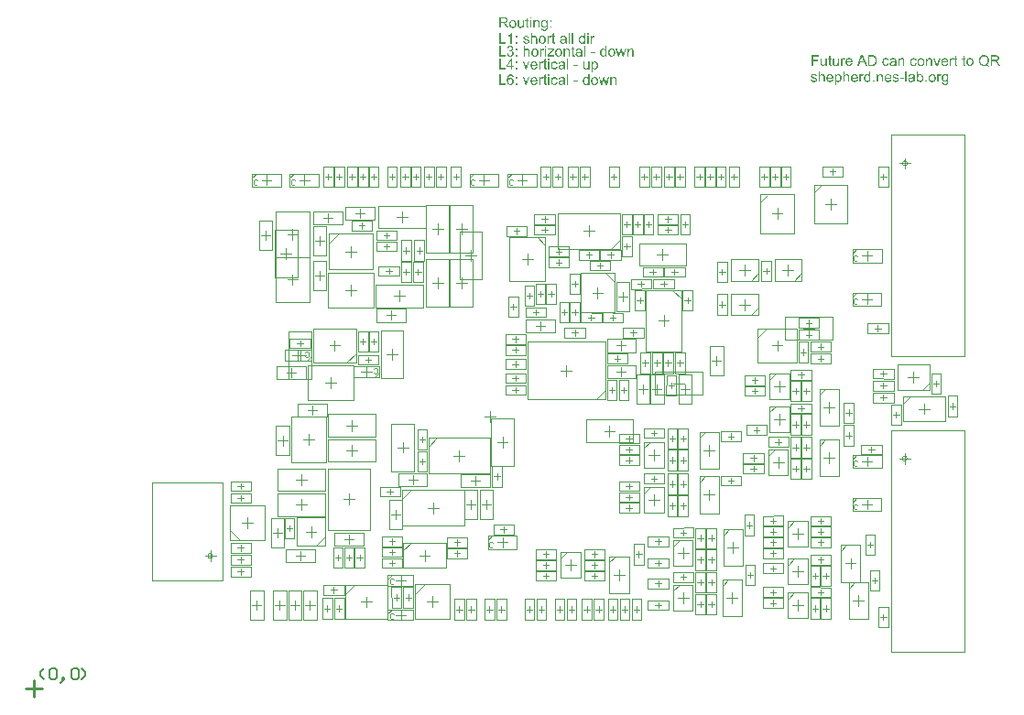
<source format=gbr>
%TF.GenerationSoftware,Altium Limited,Altium Designer,25.3.3 (18)*%
G04 Layer_Color=32768*
%FSLAX45Y45*%
%MOMM*%
%TF.SameCoordinates,5572F933-5C96-4131-A983-9EF7CB378A5A*%
%TF.FilePolarity,Positive*%
%TF.FileFunction,Other,Assembly_Notes*%
%TF.Part,Single*%
G01*
G75*
%TA.AperFunction,NonConductor*%
%ADD97C,0.20000*%
%ADD619C,0.10000*%
%ADD620C,0.25400*%
G36*
X4597544Y6192622D02*
X4585583D01*
Y6206341D01*
X4597544D01*
Y6192622D01*
D02*
G37*
G36*
X4650524Y6181013D02*
X4651227Y6180942D01*
X4651931Y6180872D01*
X4652775Y6180801D01*
X4654534Y6180520D01*
X4656504Y6180098D01*
X4658544Y6179535D01*
X4660585Y6178761D01*
X4660655D01*
X4660796Y6178691D01*
X4661077Y6178550D01*
X4661499Y6178339D01*
X4661922Y6178128D01*
X4662414Y6177846D01*
X4663610Y6177143D01*
X4664877Y6176299D01*
X4666213Y6175243D01*
X4667480Y6174047D01*
X4668606Y6172710D01*
Y6172640D01*
X4668746Y6172570D01*
X4668887Y6172358D01*
X4669028Y6172077D01*
X4669239Y6171725D01*
X4669520Y6171303D01*
X4670083Y6170248D01*
X4670716Y6168981D01*
X4671279Y6167433D01*
X4671842Y6165745D01*
X4672335Y6163916D01*
Y6163845D01*
Y6163775D01*
X4672405Y6163564D01*
X4672475Y6163282D01*
Y6162931D01*
X4672546Y6162438D01*
X4672616Y6161875D01*
X4672686Y6161242D01*
X4672757Y6160468D01*
X4672827Y6159624D01*
X4672897Y6158709D01*
Y6157654D01*
X4672968Y6156458D01*
X4673038Y6155191D01*
Y6153784D01*
Y6152306D01*
Y6108966D01*
X4661077D01*
Y6151814D01*
Y6151884D01*
Y6152166D01*
Y6152518D01*
Y6153010D01*
X4661007Y6153643D01*
Y6154347D01*
X4660937Y6155121D01*
Y6155895D01*
X4660726Y6157724D01*
X4660514Y6159483D01*
X4660163Y6161242D01*
X4659952Y6162016D01*
X4659670Y6162719D01*
Y6162790D01*
X4659600Y6162860D01*
X4659529Y6163071D01*
X4659389Y6163353D01*
X4659037Y6163986D01*
X4658544Y6164830D01*
X4657841Y6165745D01*
X4656997Y6166730D01*
X4655941Y6167715D01*
X4654675Y6168559D01*
X4654604D01*
X4654534Y6168630D01*
X4654323Y6168770D01*
X4654041Y6168911D01*
X4653338Y6169263D01*
X4652353Y6169685D01*
X4651086Y6170037D01*
X4649679Y6170388D01*
X4648131Y6170670D01*
X4646372Y6170740D01*
X4645599D01*
X4645106Y6170670D01*
X4644402Y6170600D01*
X4643629Y6170459D01*
X4642784Y6170318D01*
X4641870Y6170107D01*
X4640814Y6169896D01*
X4639759Y6169544D01*
X4638703Y6169192D01*
X4637578Y6168700D01*
X4636452Y6168137D01*
X4635326Y6167504D01*
X4634201Y6166730D01*
X4633145Y6165886D01*
X4633075Y6165815D01*
X4632934Y6165674D01*
X4632653Y6165323D01*
X4632301Y6164901D01*
X4631879Y6164338D01*
X4631386Y6163634D01*
X4630894Y6162790D01*
X4630401Y6161734D01*
X4629909Y6160609D01*
X4629416Y6159272D01*
X4628924Y6157724D01*
X4628502Y6156035D01*
X4628150Y6154206D01*
X4627868Y6152166D01*
X4627728Y6149914D01*
X4627657Y6147452D01*
Y6108966D01*
X4615696D01*
Y6179535D01*
X4626461D01*
Y6169474D01*
X4626532Y6169615D01*
X4626813Y6169966D01*
X4627305Y6170529D01*
X4627868Y6171303D01*
X4628713Y6172147D01*
X4629698Y6173132D01*
X4630823Y6174188D01*
X4632160Y6175314D01*
X4633638Y6176369D01*
X4635326Y6177424D01*
X4637156Y6178409D01*
X4639196Y6179254D01*
X4641377Y6180028D01*
X4643699Y6180590D01*
X4646232Y6180942D01*
X4648905Y6181083D01*
X4649961D01*
X4650524Y6181013D01*
D02*
G37*
G36*
X4783922Y6165956D02*
X4770343D01*
Y6179535D01*
X4783922D01*
Y6165956D01*
D02*
G37*
G36*
X4529015Y6108966D02*
X4518321D01*
Y6119309D01*
X4518251Y6119168D01*
X4517969Y6118816D01*
X4517477Y6118183D01*
X4516843Y6117479D01*
X4515999Y6116565D01*
X4514944Y6115580D01*
X4513818Y6114454D01*
X4512411Y6113398D01*
X4510933Y6112273D01*
X4509245Y6111217D01*
X4507415Y6110162D01*
X4505445Y6109247D01*
X4503264Y6108544D01*
X4500942Y6107911D01*
X4498550Y6107559D01*
X4495947Y6107418D01*
X4495314D01*
X4494892Y6107488D01*
X4494329D01*
X4493696Y6107559D01*
X4492922Y6107629D01*
X4492148Y6107699D01*
X4490318Y6107981D01*
X4488348Y6108403D01*
X4486308Y6108966D01*
X4484268Y6109740D01*
X4484197D01*
X4484057Y6109881D01*
X4483775Y6110021D01*
X4483353Y6110162D01*
X4482931Y6110373D01*
X4482438Y6110655D01*
X4481242Y6111358D01*
X4479905Y6112273D01*
X4478569Y6113258D01*
X4477373Y6114454D01*
X4476247Y6115720D01*
Y6115791D01*
X4476106Y6115861D01*
X4476036Y6116072D01*
X4475825Y6116354D01*
X4475614Y6116705D01*
X4475403Y6117127D01*
X4474840Y6118183D01*
X4474206Y6119520D01*
X4473573Y6121068D01*
X4473081Y6122756D01*
X4472588Y6124656D01*
Y6124726D01*
Y6124796D01*
X4472518Y6125008D01*
X4472447Y6125359D01*
Y6125711D01*
X4472377Y6126204D01*
X4472307Y6126696D01*
X4472236Y6127400D01*
X4472166Y6128103D01*
X4472096Y6128948D01*
X4472025Y6129862D01*
Y6130847D01*
X4471955Y6131903D01*
X4471885Y6133099D01*
Y6134365D01*
Y6135772D01*
Y6179535D01*
X4483845D01*
Y6140346D01*
Y6140275D01*
Y6139923D01*
Y6139431D01*
Y6138868D01*
Y6138094D01*
X4483916Y6137250D01*
Y6136265D01*
Y6135280D01*
X4483986Y6133169D01*
X4484127Y6131058D01*
X4484197Y6130144D01*
X4484338Y6129229D01*
X4484408Y6128455D01*
X4484549Y6127752D01*
Y6127681D01*
X4484619Y6127540D01*
X4484690Y6127329D01*
X4484760Y6126978D01*
X4484901Y6126555D01*
X4485112Y6126133D01*
X4485604Y6125078D01*
X4486238Y6123882D01*
X4487012Y6122615D01*
X4488067Y6121419D01*
X4489333Y6120364D01*
X4489404D01*
X4489474Y6120223D01*
X4489685Y6120153D01*
X4489967Y6119942D01*
X4490318Y6119731D01*
X4490741Y6119520D01*
X4491866Y6119027D01*
X4493133Y6118535D01*
X4494681Y6118112D01*
X4496440Y6117831D01*
X4498339Y6117690D01*
X4498832D01*
X4499254Y6117761D01*
X4499746D01*
X4500309Y6117831D01*
X4500942Y6117901D01*
X4501576Y6118042D01*
X4503124Y6118394D01*
X4504812Y6118816D01*
X4506641Y6119520D01*
X4508400Y6120434D01*
X4508471D01*
X4508612Y6120575D01*
X4508823Y6120716D01*
X4509174Y6120927D01*
X4510019Y6121560D01*
X4511004Y6122404D01*
X4512129Y6123460D01*
X4513185Y6124726D01*
X4514240Y6126204D01*
X4515084Y6127892D01*
Y6127963D01*
X4515155Y6128103D01*
X4515296Y6128385D01*
X4515366Y6128807D01*
X4515577Y6129299D01*
X4515718Y6129862D01*
X4515858Y6130566D01*
X4516069Y6131410D01*
X4516281Y6132325D01*
X4516421Y6133380D01*
X4516632Y6134506D01*
X4516773Y6135702D01*
X4516843Y6137039D01*
X4516984Y6138516D01*
X4517054Y6140064D01*
Y6141682D01*
Y6179535D01*
X4529015D01*
Y6108966D01*
D02*
G37*
G36*
X4783922D02*
X4770343D01*
Y6122545D01*
X4783922D01*
Y6108966D01*
D02*
G37*
G36*
X4597544D02*
X4585583D01*
Y6179535D01*
X4597544D01*
Y6108966D01*
D02*
G37*
G36*
X4345240Y6206271D02*
X4346366D01*
X4347632Y6206201D01*
X4348969Y6206130D01*
X4350517Y6205990D01*
X4352065Y6205849D01*
X4353683Y6205708D01*
X4356990Y6205216D01*
X4358538Y6204934D01*
X4360086Y6204582D01*
X4361563Y6204160D01*
X4362900Y6203668D01*
X4362970D01*
X4363182Y6203527D01*
X4363533Y6203386D01*
X4364026Y6203175D01*
X4364589Y6202894D01*
X4365222Y6202472D01*
X4365996Y6202050D01*
X4366770Y6201557D01*
X4367614Y6200924D01*
X4368529Y6200291D01*
X4369443Y6199517D01*
X4370358Y6198672D01*
X4371202Y6197687D01*
X4372117Y6196702D01*
X4372961Y6195577D01*
X4373735Y6194381D01*
X4373806Y6194310D01*
X4373946Y6194099D01*
X4374087Y6193747D01*
X4374368Y6193255D01*
X4374650Y6192622D01*
X4375002Y6191848D01*
X4375424Y6191003D01*
X4375776Y6190089D01*
X4376127Y6189033D01*
X4376550Y6187908D01*
X4376901Y6186712D01*
X4377183Y6185445D01*
X4377464Y6184108D01*
X4377675Y6182701D01*
X4377746Y6181224D01*
X4377816Y6179746D01*
Y6179605D01*
Y6179324D01*
X4377746Y6178761D01*
Y6177987D01*
X4377605Y6177143D01*
X4377464Y6176087D01*
X4377253Y6174962D01*
X4376972Y6173695D01*
X4376620Y6172358D01*
X4376198Y6170951D01*
X4375635Y6169474D01*
X4375002Y6167996D01*
X4374228Y6166519D01*
X4373313Y6165112D01*
X4372258Y6163634D01*
X4371062Y6162297D01*
X4370991Y6162227D01*
X4370780Y6162016D01*
X4370358Y6161664D01*
X4369795Y6161172D01*
X4369092Y6160609D01*
X4368177Y6159975D01*
X4367192Y6159272D01*
X4365996Y6158498D01*
X4364589Y6157724D01*
X4363111Y6156950D01*
X4361352Y6156247D01*
X4359523Y6155473D01*
X4357483Y6154839D01*
X4355301Y6154206D01*
X4352909Y6153714D01*
X4350376Y6153291D01*
X4350447D01*
X4350587Y6153151D01*
X4350869Y6153080D01*
X4351221Y6152869D01*
X4351643Y6152658D01*
X4352135Y6152377D01*
X4353261Y6151744D01*
X4354527Y6151040D01*
X4355794Y6150196D01*
X4356990Y6149351D01*
X4358116Y6148437D01*
X4358186Y6148366D01*
X4358397Y6148226D01*
X4358679Y6147874D01*
X4359101Y6147522D01*
X4359593Y6146959D01*
X4360156Y6146396D01*
X4360860Y6145693D01*
X4361563Y6144849D01*
X4362337Y6143934D01*
X4363182Y6142949D01*
X4364096Y6141893D01*
X4365011Y6140768D01*
X4365925Y6139501D01*
X4366910Y6138235D01*
X4368810Y6135421D01*
X4385626Y6108966D01*
X4369514D01*
X4356638Y6129229D01*
X4356568Y6129299D01*
X4356357Y6129581D01*
X4356075Y6130073D01*
X4355724Y6130636D01*
X4355231Y6131410D01*
X4354668Y6132254D01*
X4354035Y6133169D01*
X4353402Y6134154D01*
X4351924Y6136335D01*
X4350376Y6138587D01*
X4348828Y6140697D01*
X4348055Y6141682D01*
X4347351Y6142597D01*
X4347281Y6142667D01*
X4347210Y6142808D01*
X4346999Y6143019D01*
X4346718Y6143371D01*
X4346014Y6144215D01*
X4345170Y6145200D01*
X4344115Y6146256D01*
X4343059Y6147381D01*
X4341933Y6148366D01*
X4340808Y6149140D01*
X4340667Y6149211D01*
X4340315Y6149422D01*
X4339752Y6149774D01*
X4338978Y6150125D01*
X4338134Y6150548D01*
X4337149Y6151040D01*
X4336094Y6151392D01*
X4334968Y6151744D01*
X4334898D01*
X4334546Y6151814D01*
X4333983Y6151884D01*
X4333279Y6152025D01*
X4332294Y6152095D01*
X4331028Y6152166D01*
X4329550Y6152236D01*
X4312876D01*
Y6108966D01*
X4300000D01*
Y6206341D01*
X4344396D01*
X4345240Y6206271D01*
D02*
G37*
G36*
X4561943Y6179535D02*
X4573833D01*
Y6170248D01*
X4561943D01*
Y6128948D01*
Y6128877D01*
Y6128737D01*
Y6128455D01*
Y6128103D01*
Y6127259D01*
X4562013Y6126204D01*
X4562084Y6125148D01*
X4562154Y6124023D01*
X4562295Y6123108D01*
X4562435Y6122756D01*
X4562506Y6122404D01*
Y6122334D01*
X4562646Y6122193D01*
X4562787Y6121912D01*
X4562998Y6121560D01*
X4563631Y6120786D01*
X4564054Y6120434D01*
X4564546Y6120083D01*
X4564616D01*
X4564828Y6119942D01*
X4565109Y6119801D01*
X4565601Y6119660D01*
X4566164Y6119520D01*
X4566868Y6119379D01*
X4567712Y6119309D01*
X4568627Y6119238D01*
X4569401D01*
X4570034Y6119309D01*
X4570738D01*
X4571652Y6119449D01*
X4572708Y6119520D01*
X4573833Y6119660D01*
X4575592Y6109107D01*
X4575522D01*
X4575381Y6109036D01*
X4575100D01*
X4574748Y6108966D01*
X4574326Y6108896D01*
X4573763Y6108755D01*
X4572567Y6108614D01*
X4571160Y6108403D01*
X4569612Y6108192D01*
X4568064Y6108122D01*
X4566516Y6108051D01*
X4565461D01*
X4564898Y6108122D01*
X4564265Y6108192D01*
X4562858Y6108333D01*
X4561239Y6108544D01*
X4559551Y6108896D01*
X4557932Y6109388D01*
X4556455Y6110092D01*
X4556385D01*
X4556314Y6110162D01*
X4555892Y6110443D01*
X4555259Y6110936D01*
X4554485Y6111499D01*
X4553641Y6112273D01*
X4552796Y6113187D01*
X4552022Y6114243D01*
X4551389Y6115439D01*
Y6115509D01*
X4551319Y6115580D01*
X4551248Y6115791D01*
X4551178Y6116142D01*
X4551037Y6116565D01*
X4550967Y6117057D01*
X4550826Y6117690D01*
X4550686Y6118464D01*
X4550545Y6119379D01*
X4550404Y6120364D01*
X4550334Y6121560D01*
X4550193Y6122826D01*
X4550123Y6124304D01*
X4550052Y6125852D01*
X4549982Y6127681D01*
Y6129581D01*
Y6170248D01*
X4541117D01*
Y6179535D01*
X4549982D01*
Y6196984D01*
X4561943Y6204160D01*
Y6179535D01*
D02*
G37*
G36*
X4426433Y6181013D02*
X4427418Y6180942D01*
X4428685Y6180801D01*
X4430092Y6180590D01*
X4431710Y6180309D01*
X4433469Y6179887D01*
X4435298Y6179394D01*
X4437268Y6178761D01*
X4439239Y6177987D01*
X4441209Y6177072D01*
X4443179Y6175947D01*
X4445149Y6174680D01*
X4447048Y6173203D01*
X4448807Y6171514D01*
X4448948Y6171373D01*
X4449229Y6171092D01*
X4449652Y6170529D01*
X4450285Y6169755D01*
X4450988Y6168770D01*
X4451762Y6167645D01*
X4452607Y6166237D01*
X4453451Y6164689D01*
X4454295Y6162860D01*
X4455139Y6160890D01*
X4455913Y6158779D01*
X4456617Y6156387D01*
X4457250Y6153854D01*
X4457672Y6151181D01*
X4458024Y6148296D01*
X4458094Y6145200D01*
Y6145130D01*
Y6145060D01*
Y6144849D01*
Y6144637D01*
Y6143864D01*
X4458024Y6142949D01*
X4457954Y6141823D01*
X4457883Y6140486D01*
X4457743Y6139009D01*
X4457602Y6137461D01*
X4457391Y6135772D01*
X4457109Y6134013D01*
X4456758Y6132254D01*
X4456336Y6130425D01*
X4455843Y6128666D01*
X4455351Y6126978D01*
X4454647Y6125359D01*
X4453943Y6123811D01*
X4453873Y6123741D01*
X4453732Y6123460D01*
X4453521Y6123038D01*
X4453169Y6122545D01*
X4452747Y6121841D01*
X4452255Y6121138D01*
X4451622Y6120294D01*
X4450918Y6119379D01*
X4450144Y6118394D01*
X4449229Y6117409D01*
X4448244Y6116424D01*
X4447189Y6115439D01*
X4446063Y6114454D01*
X4444797Y6113469D01*
X4443460Y6112554D01*
X4442053Y6111710D01*
X4441982Y6111640D01*
X4441701Y6111499D01*
X4441279Y6111288D01*
X4440716Y6111077D01*
X4439942Y6110725D01*
X4439098Y6110373D01*
X4438113Y6109951D01*
X4437057Y6109599D01*
X4435791Y6109177D01*
X4434525Y6108755D01*
X4433117Y6108403D01*
X4431640Y6108122D01*
X4430022Y6107840D01*
X4428403Y6107629D01*
X4426785Y6107488D01*
X4425026Y6107418D01*
X4424393D01*
X4424041Y6107488D01*
X4423619D01*
X4422564Y6107559D01*
X4421297Y6107699D01*
X4419890Y6107911D01*
X4418272Y6108192D01*
X4416513Y6108614D01*
X4414613Y6109107D01*
X4412714Y6109740D01*
X4410673Y6110514D01*
X4408703Y6111428D01*
X4406733Y6112484D01*
X4404763Y6113750D01*
X4402863Y6115157D01*
X4401104Y6116846D01*
X4401034Y6116987D01*
X4400682Y6117268D01*
X4400260Y6117831D01*
X4399697Y6118605D01*
X4398994Y6119590D01*
X4398220Y6120786D01*
X4397446Y6122193D01*
X4396602Y6123811D01*
X4395757Y6125641D01*
X4394913Y6127681D01*
X4394139Y6129933D01*
X4393435Y6132395D01*
X4392873Y6135069D01*
X4392450Y6137883D01*
X4392099Y6140979D01*
X4392028Y6144215D01*
Y6144286D01*
Y6144426D01*
Y6144708D01*
Y6145060D01*
X4392099Y6145552D01*
Y6146115D01*
X4392169Y6146748D01*
Y6147452D01*
X4392239Y6148226D01*
X4392380Y6149070D01*
X4392591Y6150899D01*
X4392943Y6152940D01*
X4393365Y6155191D01*
X4393928Y6157513D01*
X4394702Y6159905D01*
X4395546Y6162297D01*
X4396602Y6164689D01*
X4397868Y6167011D01*
X4399275Y6169263D01*
X4400964Y6171303D01*
X4402863Y6173203D01*
X4403004Y6173273D01*
X4403286Y6173555D01*
X4403778Y6173906D01*
X4404482Y6174469D01*
X4405396Y6175032D01*
X4406452Y6175665D01*
X4407648Y6176439D01*
X4409055Y6177143D01*
X4410603Y6177846D01*
X4412291Y6178620D01*
X4414121Y6179254D01*
X4416091Y6179887D01*
X4418131Y6180379D01*
X4420312Y6180731D01*
X4422634Y6181013D01*
X4425026Y6181083D01*
X4426011D01*
X4426433Y6181013D01*
D02*
G37*
G36*
X4718419D02*
X4719334Y6180942D01*
X4720389Y6180801D01*
X4721585Y6180520D01*
X4722992Y6180239D01*
X4724470Y6179816D01*
X4726088Y6179324D01*
X4727777Y6178620D01*
X4729465Y6177846D01*
X4731224Y6176861D01*
X4732913Y6175665D01*
X4734601Y6174329D01*
X4736290Y6172781D01*
X4737838Y6171022D01*
Y6179535D01*
X4748884D01*
Y6118535D01*
Y6118464D01*
Y6118324D01*
Y6118112D01*
Y6117831D01*
Y6117409D01*
Y6116987D01*
X4748814Y6115861D01*
Y6114524D01*
X4748743Y6112976D01*
X4748603Y6111288D01*
X4748462Y6109458D01*
X4748251Y6107629D01*
X4748040Y6105659D01*
X4747758Y6103759D01*
X4747477Y6101860D01*
X4747055Y6100030D01*
X4746633Y6098272D01*
X4746070Y6096724D01*
X4745507Y6095316D01*
X4745437Y6095246D01*
X4745366Y6095035D01*
X4745155Y6094683D01*
X4744874Y6094191D01*
X4744522Y6093628D01*
X4744029Y6092924D01*
X4743537Y6092150D01*
X4742904Y6091376D01*
X4742200Y6090532D01*
X4741426Y6089617D01*
X4740582Y6088703D01*
X4739597Y6087788D01*
X4738541Y6086944D01*
X4737416Y6086029D01*
X4736220Y6085185D01*
X4734883Y6084411D01*
X4734812Y6084341D01*
X4734531Y6084270D01*
X4734179Y6084059D01*
X4733616Y6083778D01*
X4732913Y6083496D01*
X4731998Y6083145D01*
X4731013Y6082793D01*
X4729958Y6082441D01*
X4728691Y6082019D01*
X4727355Y6081667D01*
X4725877Y6081315D01*
X4724259Y6081034D01*
X4722641Y6080752D01*
X4720811Y6080541D01*
X4718982Y6080471D01*
X4717012Y6080401D01*
X4716449D01*
X4715816Y6080471D01*
X4714901D01*
X4713846Y6080612D01*
X4712650Y6080682D01*
X4711243Y6080893D01*
X4709765Y6081104D01*
X4708147Y6081386D01*
X4706529Y6081808D01*
X4704770Y6082230D01*
X4703081Y6082793D01*
X4701392Y6083426D01*
X4699704Y6084200D01*
X4698156Y6085115D01*
X4696608Y6086100D01*
X4696538Y6086170D01*
X4696256Y6086381D01*
X4695905Y6086733D01*
X4695412Y6087155D01*
X4694849Y6087788D01*
X4694146Y6088492D01*
X4693512Y6089406D01*
X4692809Y6090391D01*
X4692035Y6091517D01*
X4691402Y6092784D01*
X4690768Y6094191D01*
X4690206Y6095739D01*
X4689713Y6097357D01*
X4689361Y6099186D01*
X4689220Y6101156D01*
X4689150Y6103197D01*
X4700759Y6101438D01*
Y6101367D01*
X4700830Y6101227D01*
Y6100945D01*
X4700900Y6100593D01*
X4701041Y6100101D01*
X4701181Y6099608D01*
X4701533Y6098483D01*
X4702026Y6097216D01*
X4702729Y6095950D01*
X4703644Y6094754D01*
X4704770Y6093698D01*
X4704840Y6093628D01*
X4704981Y6093558D01*
X4705262Y6093417D01*
X4705614Y6093206D01*
X4706036Y6092924D01*
X4706599Y6092643D01*
X4707232Y6092361D01*
X4707936Y6092010D01*
X4708780Y6091728D01*
X4709695Y6091376D01*
X4710680Y6091095D01*
X4711805Y6090884D01*
X4712931Y6090602D01*
X4714198Y6090462D01*
X4715534Y6090391D01*
X4716942Y6090321D01*
X4717715D01*
X4718278Y6090391D01*
X4718982D01*
X4719826Y6090532D01*
X4720671Y6090602D01*
X4721656Y6090743D01*
X4723696Y6091165D01*
X4725877Y6091728D01*
X4727917Y6092573D01*
X4728832Y6093135D01*
X4729747Y6093698D01*
X4729817Y6093769D01*
X4729958Y6093839D01*
X4730169Y6094050D01*
X4730450Y6094331D01*
X4730872Y6094613D01*
X4731224Y6095035D01*
X4731717Y6095528D01*
X4732209Y6096090D01*
X4733194Y6097427D01*
X4734250Y6098975D01*
X4735164Y6100804D01*
X4735868Y6102915D01*
Y6102986D01*
X4735938Y6103126D01*
Y6103337D01*
X4736009Y6103689D01*
X4736079Y6104111D01*
X4736149Y6104674D01*
X4736220Y6105378D01*
X4736290Y6106222D01*
X4736431Y6107137D01*
X4736501Y6108262D01*
X4736571Y6109529D01*
X4736642Y6110936D01*
Y6112484D01*
X4736712Y6114172D01*
Y6116072D01*
Y6118183D01*
X4736642Y6118112D01*
X4736360Y6117761D01*
X4735938Y6117339D01*
X4735305Y6116776D01*
X4734531Y6116072D01*
X4733616Y6115298D01*
X4732561Y6114454D01*
X4731365Y6113610D01*
X4730028Y6112695D01*
X4728551Y6111851D01*
X4726932Y6111077D01*
X4725173Y6110443D01*
X4723344Y6109810D01*
X4721444Y6109388D01*
X4719334Y6109107D01*
X4717223Y6108966D01*
X4716590D01*
X4715816Y6109036D01*
X4714831Y6109107D01*
X4713635Y6109318D01*
X4712228Y6109529D01*
X4710609Y6109881D01*
X4708921Y6110303D01*
X4707162Y6110866D01*
X4705332Y6111499D01*
X4703433Y6112343D01*
X4701603Y6113398D01*
X4699774Y6114595D01*
X4697945Y6116002D01*
X4696256Y6117620D01*
X4694708Y6119449D01*
X4694638Y6119590D01*
X4694357Y6119942D01*
X4694005Y6120505D01*
X4693442Y6121349D01*
X4692879Y6122334D01*
X4692176Y6123530D01*
X4691472Y6124937D01*
X4690768Y6126555D01*
X4689994Y6128244D01*
X4689291Y6130214D01*
X4688587Y6132254D01*
X4688024Y6134506D01*
X4687462Y6136828D01*
X4687110Y6139290D01*
X4686828Y6141893D01*
X4686758Y6144567D01*
Y6144708D01*
Y6144989D01*
Y6145552D01*
X4686828Y6146256D01*
X4686899Y6147170D01*
X4686969Y6148226D01*
X4687039Y6149422D01*
X4687180Y6150688D01*
X4687391Y6152095D01*
X4687602Y6153573D01*
X4688306Y6156739D01*
X4688658Y6158357D01*
X4689150Y6159975D01*
X4689713Y6161594D01*
X4690346Y6163212D01*
X4690417Y6163282D01*
X4690487Y6163564D01*
X4690698Y6164056D01*
X4691050Y6164619D01*
X4691402Y6165323D01*
X4691894Y6166167D01*
X4692387Y6167082D01*
X4693020Y6168067D01*
X4693794Y6169122D01*
X4694568Y6170177D01*
X4695412Y6171233D01*
X4696397Y6172358D01*
X4697382Y6173414D01*
X4698508Y6174469D01*
X4699704Y6175454D01*
X4700970Y6176369D01*
X4701041Y6176439D01*
X4701322Y6176580D01*
X4701674Y6176791D01*
X4702237Y6177143D01*
X4702870Y6177495D01*
X4703644Y6177846D01*
X4704559Y6178269D01*
X4705614Y6178761D01*
X4706740Y6179183D01*
X4708006Y6179605D01*
X4709343Y6179957D01*
X4710750Y6180379D01*
X4712298Y6180661D01*
X4713846Y6180872D01*
X4715534Y6181013D01*
X4717223Y6181083D01*
X4717786D01*
X4718419Y6181013D01*
D02*
G37*
G36*
X5127410Y6046854D02*
X5115449D01*
Y6060574D01*
X5127410D01*
Y6046854D01*
D02*
G37*
G36*
X5096523Y5963198D02*
X5085406D01*
Y5972134D01*
X5085336Y5971993D01*
X5085125Y5971711D01*
X5084703Y5971149D01*
X5084140Y5970515D01*
X5083436Y5969671D01*
X5082592Y5968827D01*
X5081537Y5967842D01*
X5080411Y5966927D01*
X5079074Y5965942D01*
X5077597Y5964957D01*
X5075978Y5964113D01*
X5074219Y5963268D01*
X5072320Y5962635D01*
X5070209Y5962072D01*
X5068028Y5961791D01*
X5065636Y5961650D01*
X5064791D01*
X5064229Y5961721D01*
X5063455Y5961791D01*
X5062610Y5961932D01*
X5061625Y5962072D01*
X5060570Y5962213D01*
X5059374Y5962495D01*
X5058178Y5962776D01*
X5056911Y5963128D01*
X5055575Y5963620D01*
X5054238Y5964113D01*
X5052831Y5964746D01*
X5051494Y5965450D01*
X5050157Y5966294D01*
X5050087Y5966364D01*
X5049876Y5966505D01*
X5049453Y5966786D01*
X5049031Y5967138D01*
X5048398Y5967631D01*
X5047695Y5968194D01*
X5046991Y5968897D01*
X5046147Y5969671D01*
X5045302Y5970515D01*
X5044388Y5971500D01*
X5043473Y5972556D01*
X5042558Y5973752D01*
X5041714Y5974948D01*
X5040799Y5976285D01*
X5040025Y5977762D01*
X5039252Y5979240D01*
X5039181Y5979310D01*
X5039111Y5979592D01*
X5038900Y5980084D01*
X5038618Y5980717D01*
X5038337Y5981491D01*
X5038055Y5982406D01*
X5037704Y5983532D01*
X5037352Y5984728D01*
X5036930Y5986064D01*
X5036578Y5987542D01*
X5036297Y5989160D01*
X5036015Y5990849D01*
X5035734Y5992608D01*
X5035523Y5994437D01*
X5035452Y5996407D01*
X5035382Y5998377D01*
Y5998518D01*
Y5998870D01*
Y5999433D01*
X5035452Y6000136D01*
X5035523Y6001121D01*
X5035593Y6002176D01*
X5035663Y6003373D01*
X5035804Y6004709D01*
X5036015Y6006187D01*
X5036226Y6007664D01*
X5036859Y6010901D01*
X5037211Y6012589D01*
X5037704Y6014208D01*
X5038196Y6015896D01*
X5038829Y6017515D01*
X5038900Y6017585D01*
X5038970Y6017866D01*
X5039181Y6018359D01*
X5039463Y6018922D01*
X5039885Y6019625D01*
X5040307Y6020470D01*
X5040870Y6021384D01*
X5041503Y6022369D01*
X5042136Y6023425D01*
X5042981Y6024480D01*
X5043825Y6025606D01*
X5044739Y6026661D01*
X5045795Y6027787D01*
X5046921Y6028772D01*
X5048117Y6029757D01*
X5049383Y6030671D01*
X5049453Y6030742D01*
X5049735Y6030883D01*
X5050087Y6031094D01*
X5050650Y6031375D01*
X5051283Y6031727D01*
X5052057Y6032149D01*
X5052971Y6032571D01*
X5053956Y6032993D01*
X5055082Y6033415D01*
X5056278Y6033838D01*
X5057615Y6034260D01*
X5058952Y6034612D01*
X5060429Y6034893D01*
X5061907Y6035104D01*
X5063455Y6035245D01*
X5065073Y6035315D01*
X5065706D01*
X5066128Y6035245D01*
X5066691D01*
X5067395Y6035174D01*
X5068098Y6035104D01*
X5068872Y6034963D01*
X5070631Y6034682D01*
X5072531Y6034189D01*
X5074501Y6033486D01*
X5076401Y6032571D01*
X5076471D01*
X5076612Y6032430D01*
X5076893Y6032290D01*
X5077245Y6032079D01*
X5077667Y6031797D01*
X5078160Y6031516D01*
X5079285Y6030671D01*
X5080622Y6029686D01*
X5081959Y6028490D01*
X5083296Y6027083D01*
X5084562Y6025535D01*
Y6060574D01*
X5096523D01*
Y5963198D01*
D02*
G37*
G36*
X5172510Y6035245D02*
X5173072Y6035174D01*
X5173706Y6035104D01*
X5174409Y6034963D01*
X5175254Y6034823D01*
X5176168Y6034612D01*
X5177153Y6034400D01*
X5179194Y6033697D01*
X5180319Y6033275D01*
X5181445Y6032712D01*
X5182571Y6032149D01*
X5183767Y6031445D01*
X5179545Y6020399D01*
X5179475D01*
X5179334Y6020540D01*
X5179123Y6020610D01*
X5178771Y6020821D01*
X5178420Y6020962D01*
X5177927Y6021173D01*
X5176801Y6021666D01*
X5175535Y6022158D01*
X5174057Y6022510D01*
X5172439Y6022791D01*
X5170821Y6022932D01*
X5170188D01*
X5169414Y6022791D01*
X5168499Y6022651D01*
X5167444Y6022369D01*
X5166248Y6021947D01*
X5165052Y6021314D01*
X5163856Y6020540D01*
X5163715Y6020399D01*
X5163363Y6020118D01*
X5162800Y6019555D01*
X5162167Y6018851D01*
X5161393Y6017937D01*
X5160689Y6016811D01*
X5159986Y6015474D01*
X5159423Y6013997D01*
Y6013926D01*
X5159353Y6013715D01*
X5159212Y6013363D01*
X5159142Y6012871D01*
X5159001Y6012308D01*
X5158790Y6011604D01*
X5158649Y6010760D01*
X5158438Y6009916D01*
X5158227Y6008860D01*
X5158086Y6007805D01*
X5157945Y6006679D01*
X5157734Y6005483D01*
X5157523Y6002880D01*
X5157453Y6000066D01*
Y5963198D01*
X5145492D01*
Y6033767D01*
X5156257D01*
Y6022932D01*
X5156327Y6023002D01*
X5156468Y6023284D01*
X5156679Y6023636D01*
X5156960Y6024128D01*
X5157312Y6024761D01*
X5157734Y6025465D01*
X5158719Y6027013D01*
X5159916Y6028631D01*
X5161182Y6030320D01*
X5161815Y6031023D01*
X5162448Y6031727D01*
X5163152Y6032360D01*
X5163785Y6032853D01*
X5163856D01*
X5163926Y6032993D01*
X5164137Y6033064D01*
X5164418Y6033275D01*
X5165122Y6033626D01*
X5166037Y6034119D01*
X5167233Y6034541D01*
X5168499Y6034963D01*
X5169906Y6035245D01*
X5171454Y6035315D01*
X5172087D01*
X5172510Y6035245D01*
D02*
G37*
G36*
X4772032D02*
X4772595Y6035174D01*
X4773228Y6035104D01*
X4773932Y6034963D01*
X4774776Y6034823D01*
X4775690Y6034612D01*
X4776675Y6034400D01*
X4778716Y6033697D01*
X4779842Y6033275D01*
X4780967Y6032712D01*
X4782093Y6032149D01*
X4783289Y6031445D01*
X4779068Y6020399D01*
X4778997D01*
X4778857Y6020540D01*
X4778646Y6020610D01*
X4778294Y6020821D01*
X4777942Y6020962D01*
X4777449Y6021173D01*
X4776324Y6021666D01*
X4775057Y6022158D01*
X4773580Y6022510D01*
X4771961Y6022791D01*
X4770343Y6022932D01*
X4769710D01*
X4768936Y6022791D01*
X4768021Y6022651D01*
X4766966Y6022369D01*
X4765770Y6021947D01*
X4764574Y6021314D01*
X4763378Y6020540D01*
X4763237Y6020399D01*
X4762885Y6020118D01*
X4762322Y6019555D01*
X4761689Y6018851D01*
X4760915Y6017937D01*
X4760212Y6016811D01*
X4759508Y6015474D01*
X4758945Y6013997D01*
Y6013926D01*
X4758875Y6013715D01*
X4758734Y6013363D01*
X4758664Y6012871D01*
X4758523Y6012308D01*
X4758312Y6011604D01*
X4758171Y6010760D01*
X4757960Y6009916D01*
X4757749Y6008860D01*
X4757608Y6007805D01*
X4757468Y6006679D01*
X4757257Y6005483D01*
X4757046Y6002880D01*
X4756975Y6000066D01*
Y5963198D01*
X4745014D01*
Y6033767D01*
X4755779D01*
Y6022932D01*
X4755850Y6023002D01*
X4755990Y6023284D01*
X4756201Y6023636D01*
X4756483Y6024128D01*
X4756835Y6024761D01*
X4757257Y6025465D01*
X4758242Y6027013D01*
X4759438Y6028631D01*
X4760704Y6030320D01*
X4761337Y6031023D01*
X4761971Y6031727D01*
X4762674Y6032360D01*
X4763307Y6032853D01*
X4763378D01*
X4763448Y6032993D01*
X4763659Y6033064D01*
X4763941Y6033275D01*
X4764644Y6033626D01*
X4765559Y6034119D01*
X4766755Y6034541D01*
X4768021Y6034963D01*
X4769429Y6035245D01*
X4770976Y6035315D01*
X4771610D01*
X4772032Y6035245D01*
D02*
G37*
G36*
X4467171Y6020188D02*
X4453592D01*
Y6033767D01*
X4467171D01*
Y6020188D01*
D02*
G37*
G36*
X4551037Y6035245D02*
X4551882Y6035174D01*
X4552867Y6035104D01*
X4553922Y6035034D01*
X4554977Y6034893D01*
X4556174Y6034752D01*
X4558636Y6034330D01*
X4561169Y6033697D01*
X4563561Y6032923D01*
X4563631D01*
X4563843Y6032782D01*
X4564194Y6032712D01*
X4564616Y6032501D01*
X4565109Y6032219D01*
X4565672Y6031938D01*
X4567079Y6031234D01*
X4568557Y6030320D01*
X4570104Y6029194D01*
X4571512Y6027927D01*
X4572215Y6027224D01*
X4572778Y6026450D01*
X4572848Y6026380D01*
X4572919Y6026239D01*
X4573059Y6026028D01*
X4573271Y6025676D01*
X4573552Y6025324D01*
X4573833Y6024832D01*
X4574115Y6024199D01*
X4574467Y6023565D01*
X4574818Y6022791D01*
X4575170Y6022017D01*
X4575522Y6021103D01*
X4575803Y6020118D01*
X4576155Y6019062D01*
X4576507Y6018007D01*
X4576999Y6015544D01*
X4565320Y6013926D01*
Y6013997D01*
X4565250Y6014137D01*
Y6014419D01*
X4565109Y6014841D01*
X4565039Y6015263D01*
X4564828Y6015826D01*
X4564405Y6017022D01*
X4563772Y6018359D01*
X4562998Y6019766D01*
X4561943Y6021173D01*
X4561310Y6021806D01*
X4560606Y6022369D01*
X4560536Y6022440D01*
X4560465Y6022510D01*
X4560184Y6022651D01*
X4559902Y6022862D01*
X4559480Y6023073D01*
X4559058Y6023354D01*
X4558495Y6023636D01*
X4557862Y6023917D01*
X4557088Y6024199D01*
X4556314Y6024480D01*
X4555400Y6024761D01*
X4554485Y6024972D01*
X4553430Y6025184D01*
X4552304Y6025324D01*
X4551108Y6025465D01*
X4549067D01*
X4548504Y6025395D01*
X4547801D01*
X4547027Y6025324D01*
X4546183Y6025254D01*
X4545268Y6025113D01*
X4543298Y6024832D01*
X4541328Y6024339D01*
X4540413Y6023987D01*
X4539569Y6023636D01*
X4538725Y6023214D01*
X4538021Y6022721D01*
X4537951D01*
X4537880Y6022580D01*
X4537458Y6022228D01*
X4536895Y6021666D01*
X4536262Y6020892D01*
X4535629Y6019977D01*
X4535066Y6018922D01*
X4534644Y6017726D01*
X4534574Y6017022D01*
X4534503Y6016389D01*
Y6016318D01*
Y6015967D01*
X4534574Y6015544D01*
X4534714Y6014982D01*
X4534855Y6014348D01*
X4535066Y6013645D01*
X4535418Y6012871D01*
X4535910Y6012167D01*
X4535981Y6012097D01*
X4536192Y6011886D01*
X4536544Y6011534D01*
X4537036Y6011042D01*
X4537669Y6010549D01*
X4538514Y6010057D01*
X4539428Y6009494D01*
X4540554Y6009001D01*
X4540624D01*
X4540765Y6008931D01*
X4540976Y6008860D01*
X4541258Y6008790D01*
X4541609Y6008649D01*
X4542032Y6008579D01*
X4542524Y6008368D01*
X4543157Y6008227D01*
X4543931Y6008016D01*
X4544776Y6007735D01*
X4545761Y6007453D01*
X4546886Y6007172D01*
X4548153Y6006820D01*
X4549630Y6006398D01*
X4551178Y6005976D01*
X4551248D01*
X4551319Y6005905D01*
X4551741Y6005835D01*
X4552374Y6005624D01*
X4553218Y6005413D01*
X4554274Y6005132D01*
X4555470Y6004780D01*
X4556807Y6004428D01*
X4558144Y6004006D01*
X4561099Y6003161D01*
X4564054Y6002176D01*
X4565390Y6001754D01*
X4566727Y6001262D01*
X4567853Y6000840D01*
X4568908Y6000418D01*
X4568979D01*
X4569119Y6000347D01*
X4569401Y6000206D01*
X4569753Y5999995D01*
X4570175Y5999784D01*
X4570667Y5999503D01*
X4571793Y5998799D01*
X4573059Y5997885D01*
X4574326Y5996829D01*
X4575592Y5995563D01*
X4576788Y5994085D01*
Y5994015D01*
X4576929Y5993874D01*
X4577070Y5993663D01*
X4577211Y5993382D01*
X4577492Y5992960D01*
X4577703Y5992467D01*
X4577984Y5991904D01*
X4578266Y5991271D01*
X4578477Y5990567D01*
X4578758Y5989793D01*
X4579251Y5988105D01*
X4579532Y5986135D01*
X4579673Y5983954D01*
Y5983883D01*
Y5983672D01*
Y5983391D01*
X4579603Y5982969D01*
Y5982406D01*
X4579462Y5981773D01*
X4579392Y5981069D01*
X4579251Y5980295D01*
X4578829Y5978607D01*
X4578196Y5976707D01*
X4577773Y5975722D01*
X4577351Y5974666D01*
X4576788Y5973681D01*
X4576155Y5972696D01*
X4576085Y5972626D01*
X4576014Y5972485D01*
X4575803Y5972204D01*
X4575522Y5971852D01*
X4575170Y5971360D01*
X4574678Y5970867D01*
X4574185Y5970304D01*
X4573552Y5969671D01*
X4572919Y5969038D01*
X4572145Y5968405D01*
X4571300Y5967701D01*
X4570386Y5966997D01*
X4569401Y5966364D01*
X4568345Y5965731D01*
X4567220Y5965098D01*
X4566024Y5964535D01*
X4565953D01*
X4565742Y5964394D01*
X4565390Y5964254D01*
X4564898Y5964113D01*
X4564265Y5963902D01*
X4563491Y5963620D01*
X4562646Y5963339D01*
X4561732Y5963128D01*
X4560676Y5962846D01*
X4559551Y5962565D01*
X4558284Y5962354D01*
X4557018Y5962072D01*
X4554203Y5961791D01*
X4551178Y5961650D01*
X4550545D01*
X4549841Y5961721D01*
X4548927D01*
X4547731Y5961861D01*
X4546464Y5961932D01*
X4544987Y5962143D01*
X4543368Y5962354D01*
X4541680Y5962635D01*
X4539991Y5963057D01*
X4538232Y5963480D01*
X4536473Y5964042D01*
X4534785Y5964676D01*
X4533096Y5965450D01*
X4531548Y5966364D01*
X4530141Y5967349D01*
X4530071Y5967420D01*
X4529860Y5967631D01*
X4529437Y5967982D01*
X4529015Y5968405D01*
X4528452Y5969038D01*
X4527749Y5969741D01*
X4527045Y5970586D01*
X4526342Y5971641D01*
X4525568Y5972767D01*
X4524723Y5973963D01*
X4524020Y5975370D01*
X4523246Y5976918D01*
X4522542Y5978536D01*
X4521980Y5980365D01*
X4521417Y5982265D01*
X4520995Y5984306D01*
X4532815Y5986135D01*
Y5986064D01*
X4532885Y5985853D01*
X4532955Y5985431D01*
X4533026Y5984939D01*
X4533166Y5984376D01*
X4533378Y5983672D01*
X4533589Y5982898D01*
X4533870Y5982124D01*
X4534574Y5980365D01*
X4535559Y5978536D01*
X4536121Y5977622D01*
X4536755Y5976777D01*
X4537529Y5976003D01*
X4538303Y5975229D01*
X4538373Y5975159D01*
X4538514Y5975089D01*
X4538795Y5974878D01*
X4539147Y5974666D01*
X4539639Y5974385D01*
X4540202Y5974033D01*
X4540835Y5973681D01*
X4541609Y5973400D01*
X4542454Y5973048D01*
X4543439Y5972696D01*
X4544494Y5972345D01*
X4545620Y5972063D01*
X4546886Y5971852D01*
X4548223Y5971641D01*
X4549630Y5971571D01*
X4551108Y5971500D01*
X4551882D01*
X4552445Y5971571D01*
X4553148D01*
X4553922Y5971711D01*
X4554766Y5971782D01*
X4555751Y5971923D01*
X4557721Y5972345D01*
X4559762Y5972908D01*
X4561661Y5973752D01*
X4562576Y5974244D01*
X4563350Y5974807D01*
X4563420Y5974878D01*
X4563491Y5974948D01*
X4563702Y5975159D01*
X4563983Y5975440D01*
X4564616Y5976144D01*
X4565390Y5977059D01*
X4566094Y5978184D01*
X4566727Y5979592D01*
X4567009Y5980295D01*
X4567220Y5981069D01*
X4567290Y5981843D01*
X4567360Y5982687D01*
Y5982758D01*
Y5982898D01*
Y5983109D01*
X4567290Y5983321D01*
X4567149Y5984094D01*
X4566938Y5985009D01*
X4566516Y5985994D01*
X4565883Y5987049D01*
X4565461Y5987542D01*
X4564968Y5988105D01*
X4564405Y5988597D01*
X4563772Y5989020D01*
X4563631Y5989090D01*
X4563491Y5989160D01*
X4563280Y5989301D01*
X4562928Y5989442D01*
X4562506Y5989653D01*
X4561943Y5989864D01*
X4561380Y5990145D01*
X4560606Y5990427D01*
X4559762Y5990708D01*
X4558706Y5991060D01*
X4557581Y5991412D01*
X4556314Y5991763D01*
X4554907Y5992186D01*
X4553289Y5992608D01*
X4551530Y5993030D01*
X4551460D01*
X4551389Y5993100D01*
X4550967Y5993171D01*
X4550263Y5993382D01*
X4549419Y5993593D01*
X4548293Y5993874D01*
X4547097Y5994226D01*
X4545761Y5994578D01*
X4544283Y5995000D01*
X4541258Y5995915D01*
X4538232Y5996900D01*
X4536825Y5997392D01*
X4535488Y5997885D01*
X4534292Y5998377D01*
X4533237Y5998799D01*
X4533166D01*
X4533026Y5998940D01*
X4532744Y5999081D01*
X4532393Y5999221D01*
X4531970Y5999503D01*
X4531478Y5999784D01*
X4530352Y6000558D01*
X4529156Y6001473D01*
X4527890Y6002599D01*
X4526623Y6003935D01*
X4525568Y6005483D01*
Y6005554D01*
X4525427Y6005694D01*
X4525357Y6005905D01*
X4525146Y6006257D01*
X4524935Y6006609D01*
X4524723Y6007102D01*
X4524512Y6007664D01*
X4524301Y6008298D01*
X4523809Y6009705D01*
X4523387Y6011323D01*
X4523105Y6013082D01*
X4522965Y6014982D01*
Y6015052D01*
Y6015193D01*
Y6015474D01*
X4523035Y6015756D01*
Y6016178D01*
X4523105Y6016670D01*
X4523246Y6017866D01*
X4523457Y6019203D01*
X4523879Y6020681D01*
X4524372Y6022158D01*
X4525075Y6023706D01*
Y6023776D01*
X4525146Y6023917D01*
X4525286Y6024128D01*
X4525497Y6024410D01*
X4525990Y6025113D01*
X4526623Y6026028D01*
X4527467Y6027083D01*
X4528523Y6028209D01*
X4529649Y6029335D01*
X4530985Y6030390D01*
X4531126Y6030460D01*
X4531478Y6030742D01*
X4532111Y6031094D01*
X4533026Y6031586D01*
X4534081Y6032149D01*
X4535348Y6032712D01*
X4536895Y6033275D01*
X4538584Y6033838D01*
X4538654D01*
X4538795Y6033908D01*
X4539077Y6033978D01*
X4539428Y6034049D01*
X4539850Y6034189D01*
X4540413Y6034330D01*
X4541047Y6034471D01*
X4541680Y6034612D01*
X4543228Y6034823D01*
X4544987Y6035104D01*
X4546886Y6035245D01*
X4548927Y6035315D01*
X4550334D01*
X4551037Y6035245D01*
D02*
G37*
G36*
X5127410Y5963198D02*
X5115449D01*
Y6033767D01*
X5127410D01*
Y5963198D01*
D02*
G37*
G36*
X4983528D02*
X4971567D01*
Y6060574D01*
X4983528D01*
Y5963198D01*
D02*
G37*
G36*
X4953344D02*
X4941384D01*
Y6060574D01*
X4953344D01*
Y5963198D01*
D02*
G37*
G36*
X4898043Y6035245D02*
X4898958Y6035174D01*
X4899943Y6035104D01*
X4900998Y6035034D01*
X4903320Y6034752D01*
X4905782Y6034400D01*
X4908175Y6033838D01*
X4909371Y6033486D01*
X4910426Y6033134D01*
X4910496D01*
X4910707Y6033064D01*
X4910989Y6032923D01*
X4911341Y6032782D01*
X4911833Y6032571D01*
X4912326Y6032290D01*
X4913592Y6031656D01*
X4914929Y6030883D01*
X4916336Y6029968D01*
X4917603Y6028983D01*
X4918728Y6027787D01*
Y6027716D01*
X4918869Y6027646D01*
X4919010Y6027435D01*
X4919150Y6027224D01*
X4919643Y6026520D01*
X4920206Y6025535D01*
X4920839Y6024339D01*
X4921402Y6023002D01*
X4921965Y6021384D01*
X4922457Y6019625D01*
Y6019485D01*
X4922528Y6019273D01*
Y6019062D01*
X4922598Y6018711D01*
X4922668Y6018218D01*
X4922739Y6017726D01*
X4922809Y6017092D01*
Y6016389D01*
X4922879Y6015615D01*
X4922950Y6014700D01*
X4923020Y6013715D01*
Y6012589D01*
X4923090Y6011393D01*
Y6010057D01*
Y6008649D01*
Y5992748D01*
Y5992678D01*
Y5992537D01*
Y5992326D01*
Y5992045D01*
Y5991623D01*
Y5991201D01*
Y5990075D01*
Y5988738D01*
X4923161Y5987261D01*
Y5985572D01*
Y5983883D01*
X4923231Y5980295D01*
X4923302Y5978536D01*
X4923372Y5976777D01*
X4923442Y5975229D01*
X4923583Y5973822D01*
X4923653Y5972626D01*
X4923724Y5972063D01*
X4923794Y5971641D01*
Y5971571D01*
X4923864Y5971430D01*
Y5971219D01*
X4923935Y5970867D01*
X4924075Y5970515D01*
X4924146Y5970023D01*
X4924498Y5968897D01*
X4924920Y5967631D01*
X4925412Y5966224D01*
X4926116Y5964746D01*
X4926890Y5963198D01*
X4914436D01*
Y5963268D01*
X4914366Y5963339D01*
X4914225Y5963550D01*
X4914155Y5963831D01*
X4913944Y5964183D01*
X4913803Y5964676D01*
X4913381Y5965661D01*
X4912959Y5966997D01*
X4912537Y5968475D01*
X4912255Y5970093D01*
X4911974Y5971923D01*
X4911904Y5971852D01*
X4911692Y5971641D01*
X4911341Y5971360D01*
X4910848Y5971008D01*
X4910215Y5970515D01*
X4909511Y5970023D01*
X4908737Y5969390D01*
X4907893Y5968756D01*
X4906908Y5968123D01*
X4905923Y5967490D01*
X4903742Y5966153D01*
X4901491Y5964887D01*
X4900294Y5964394D01*
X4899169Y5963902D01*
X4899098D01*
X4898887Y5963831D01*
X4898536Y5963691D01*
X4898113Y5963550D01*
X4897551Y5963409D01*
X4896847Y5963198D01*
X4896073Y5962987D01*
X4895229Y5962776D01*
X4894314Y5962565D01*
X4893259Y5962354D01*
X4891007Y5962002D01*
X4888615Y5961721D01*
X4886012Y5961650D01*
X4885519D01*
X4884886Y5961721D01*
X4884112D01*
X4883127Y5961791D01*
X4882001Y5961932D01*
X4880735Y5962143D01*
X4879398Y5962354D01*
X4877991Y5962635D01*
X4876584Y5963057D01*
X4875036Y5963480D01*
X4873558Y5964042D01*
X4872151Y5964676D01*
X4870674Y5965450D01*
X4869407Y5966294D01*
X4868141Y5967279D01*
X4868071Y5967349D01*
X4867859Y5967560D01*
X4867578Y5967842D01*
X4867156Y5968334D01*
X4866734Y5968897D01*
X4866171Y5969530D01*
X4865608Y5970304D01*
X4865045Y5971219D01*
X4864482Y5972204D01*
X4863919Y5973330D01*
X4863357Y5974526D01*
X4862934Y5975792D01*
X4862512Y5977199D01*
X4862231Y5978607D01*
X4862020Y5980154D01*
X4861949Y5981773D01*
Y5981843D01*
Y5981984D01*
Y5982265D01*
X4862020Y5982687D01*
Y5983109D01*
X4862090Y5983672D01*
X4862231Y5984939D01*
X4862512Y5986346D01*
X4862934Y5987964D01*
X4863497Y5989582D01*
X4864271Y5991201D01*
Y5991271D01*
X4864412Y5991412D01*
X4864482Y5991623D01*
X4864693Y5991904D01*
X4865186Y5992678D01*
X4865889Y5993663D01*
X4866804Y5994789D01*
X4867859Y5995915D01*
X4869056Y5997040D01*
X4870392Y5998096D01*
X4870463D01*
X4870603Y5998236D01*
X4870814Y5998377D01*
X4871096Y5998518D01*
X4871448Y5998729D01*
X4871870Y5999010D01*
X4872925Y5999573D01*
X4874192Y6000206D01*
X4875669Y6000840D01*
X4877287Y6001473D01*
X4879046Y6002036D01*
X4879117D01*
X4879187Y6002106D01*
X4879398D01*
X4879680Y6002176D01*
X4880102Y6002247D01*
X4880524Y6002388D01*
X4881087Y6002458D01*
X4881720Y6002599D01*
X4882424Y6002739D01*
X4883197Y6002880D01*
X4884042Y6003021D01*
X4885027Y6003161D01*
X4886082Y6003302D01*
X4887208Y6003513D01*
X4888404Y6003654D01*
X4889670Y6003795D01*
X4889811D01*
X4890022Y6003865D01*
X4890304D01*
X4891078Y6004006D01*
X4892063Y6004076D01*
X4893259Y6004287D01*
X4894595Y6004498D01*
X4896143Y6004709D01*
X4897762Y6004991D01*
X4899450Y6005272D01*
X4901209Y6005554D01*
X4904727Y6006257D01*
X4906486Y6006679D01*
X4908104Y6007102D01*
X4909582Y6007524D01*
X4910989Y6007946D01*
Y6008087D01*
Y6008368D01*
Y6008720D01*
X4911059Y6009212D01*
Y6010268D01*
Y6010690D01*
Y6011042D01*
Y6011112D01*
Y6011393D01*
Y6011745D01*
X4910989Y6012238D01*
Y6012801D01*
X4910848Y6013504D01*
X4910637Y6015052D01*
X4910215Y6016741D01*
X4909582Y6018500D01*
X4909230Y6019273D01*
X4908737Y6020047D01*
X4908245Y6020681D01*
X4907612Y6021314D01*
X4907541Y6021384D01*
X4907401Y6021525D01*
X4907119Y6021666D01*
X4906767Y6021947D01*
X4906275Y6022228D01*
X4905712Y6022580D01*
X4905008Y6023002D01*
X4904235Y6023354D01*
X4903320Y6023706D01*
X4902265Y6024128D01*
X4901209Y6024480D01*
X4899943Y6024761D01*
X4898606Y6025043D01*
X4897199Y6025254D01*
X4895651Y6025324D01*
X4894033Y6025395D01*
X4893259D01*
X4892625Y6025324D01*
X4891922D01*
X4891148Y6025254D01*
X4890233Y6025113D01*
X4889319Y6025043D01*
X4887278Y6024691D01*
X4885238Y6024128D01*
X4883268Y6023354D01*
X4882353Y6022932D01*
X4881579Y6022369D01*
X4881509D01*
X4881439Y6022228D01*
X4881227Y6022017D01*
X4880946Y6021806D01*
X4880594Y6021455D01*
X4880242Y6021032D01*
X4879820Y6020540D01*
X4879328Y6019977D01*
X4878835Y6019273D01*
X4878343Y6018500D01*
X4877850Y6017655D01*
X4877428Y6016741D01*
X4876936Y6015685D01*
X4876443Y6014559D01*
X4876021Y6013293D01*
X4875669Y6011956D01*
X4863990Y6013574D01*
Y6013645D01*
X4864060Y6013926D01*
X4864130Y6014278D01*
X4864271Y6014841D01*
X4864482Y6015474D01*
X4864693Y6016178D01*
X4864904Y6017022D01*
X4865256Y6017866D01*
X4865960Y6019836D01*
X4866874Y6021806D01*
X4867930Y6023847D01*
X4869196Y6025676D01*
X4869267Y6025746D01*
X4869337Y6025887D01*
X4869548Y6026098D01*
X4869900Y6026450D01*
X4870252Y6026802D01*
X4870744Y6027294D01*
X4871237Y6027787D01*
X4871870Y6028279D01*
X4872573Y6028842D01*
X4873418Y6029475D01*
X4874262Y6030038D01*
X4875177Y6030601D01*
X4876232Y6031234D01*
X4877287Y6031797D01*
X4878484Y6032290D01*
X4879750Y6032782D01*
X4879820D01*
X4880031Y6032923D01*
X4880454Y6032993D01*
X4880946Y6033204D01*
X4881650Y6033345D01*
X4882424Y6033556D01*
X4883338Y6033838D01*
X4884323Y6034049D01*
X4885449Y6034260D01*
X4886715Y6034541D01*
X4888052Y6034752D01*
X4889459Y6034893D01*
X4890937Y6035104D01*
X4892485Y6035174D01*
X4895792Y6035315D01*
X4897269D01*
X4898043Y6035245D01*
D02*
G37*
G36*
X4605776Y6025606D02*
X4605846Y6025746D01*
X4606128Y6026028D01*
X4606620Y6026520D01*
X4607253Y6027154D01*
X4608098Y6027857D01*
X4609083Y6028701D01*
X4610279Y6029546D01*
X4611545Y6030460D01*
X4613023Y6031375D01*
X4614641Y6032219D01*
X4616330Y6033064D01*
X4618229Y6033767D01*
X4620199Y6034400D01*
X4622310Y6034893D01*
X4624561Y6035174D01*
X4626883Y6035315D01*
X4627657D01*
X4628220Y6035245D01*
X4628853D01*
X4629627Y6035174D01*
X4630542Y6035034D01*
X4631527Y6034963D01*
X4633638Y6034541D01*
X4635889Y6033978D01*
X4638211Y6033275D01*
X4639337Y6032782D01*
X4640462Y6032219D01*
X4640533D01*
X4640744Y6032079D01*
X4641025Y6031868D01*
X4641447Y6031656D01*
X4641870Y6031305D01*
X4642432Y6030953D01*
X4643699Y6029968D01*
X4645036Y6028772D01*
X4646443Y6027294D01*
X4647709Y6025606D01*
X4648272Y6024621D01*
X4648765Y6023636D01*
Y6023565D01*
X4648905Y6023354D01*
X4648976Y6023073D01*
X4649187Y6022651D01*
X4649328Y6022088D01*
X4649539Y6021384D01*
X4649820Y6020540D01*
X4650031Y6019625D01*
X4650242Y6018570D01*
X4650524Y6017444D01*
X4650735Y6016107D01*
X4650875Y6014700D01*
X4651086Y6013152D01*
X4651157Y6011534D01*
X4651298Y6009775D01*
Y6007875D01*
Y5963198D01*
X4639337D01*
Y6007875D01*
Y6007946D01*
Y6008298D01*
Y6008720D01*
X4639266Y6009353D01*
X4639196Y6010057D01*
X4639126Y6010901D01*
X4638985Y6011886D01*
X4638844Y6012871D01*
X4638352Y6014982D01*
X4637648Y6017163D01*
X4637226Y6018148D01*
X4636733Y6019133D01*
X4636100Y6020047D01*
X4635397Y6020892D01*
X4635326Y6020962D01*
X4635186Y6021103D01*
X4634974Y6021243D01*
X4634693Y6021525D01*
X4634271Y6021877D01*
X4633778Y6022228D01*
X4633216Y6022580D01*
X4632582Y6023002D01*
X4631808Y6023354D01*
X4631034Y6023706D01*
X4630120Y6024058D01*
X4629135Y6024410D01*
X4628079Y6024691D01*
X4626954Y6024832D01*
X4625687Y6024972D01*
X4624421Y6025043D01*
X4623928D01*
X4623506Y6024972D01*
X4623014D01*
X4622451Y6024902D01*
X4621888Y6024832D01*
X4621184Y6024691D01*
X4619636Y6024339D01*
X4617948Y6023847D01*
X4616119Y6023143D01*
X4614360Y6022228D01*
X4614289D01*
X4614149Y6022088D01*
X4613937Y6021947D01*
X4613586Y6021736D01*
X4612812Y6021103D01*
X4611827Y6020258D01*
X4610701Y6019203D01*
X4609646Y6017937D01*
X4608590Y6016459D01*
X4607746Y6014771D01*
Y6014700D01*
X4607676Y6014559D01*
X4607535Y6014278D01*
X4607464Y6013926D01*
X4607324Y6013434D01*
X4607113Y6012871D01*
X4606972Y6012167D01*
X4606761Y6011393D01*
X4606550Y6010479D01*
X4606409Y6009494D01*
X4606268Y6008438D01*
X4606057Y6007313D01*
X4605987Y6006046D01*
X4605846Y6004709D01*
X4605776Y6003302D01*
Y6001754D01*
Y5963198D01*
X4593815D01*
Y6060574D01*
X4605776D01*
Y6025606D01*
D02*
G37*
G36*
X4467171Y5963198D02*
X4453592D01*
Y5976777D01*
X4467171D01*
Y5963198D01*
D02*
G37*
G36*
X4416302D02*
X4404341D01*
Y6039325D01*
X4404271Y6039255D01*
X4404130Y6039114D01*
X4403919Y6038903D01*
X4403567Y6038622D01*
X4403145Y6038270D01*
X4402582Y6037778D01*
X4401949Y6037285D01*
X4401316Y6036722D01*
X4400471Y6036159D01*
X4399627Y6035456D01*
X4398712Y6034823D01*
X4397727Y6034049D01*
X4396602Y6033345D01*
X4395476Y6032571D01*
X4392943Y6031023D01*
X4392873Y6030953D01*
X4392662Y6030812D01*
X4392239Y6030601D01*
X4391747Y6030390D01*
X4391184Y6030038D01*
X4390480Y6029616D01*
X4389636Y6029194D01*
X4388792Y6028701D01*
X4386822Y6027716D01*
X4384711Y6026731D01*
X4382530Y6025746D01*
X4380419Y6024902D01*
Y6036441D01*
X4380560Y6036511D01*
X4380841Y6036652D01*
X4381404Y6036933D01*
X4382108Y6037285D01*
X4382952Y6037707D01*
X4384007Y6038270D01*
X4385133Y6038903D01*
X4386329Y6039607D01*
X4387666Y6040451D01*
X4389073Y6041296D01*
X4392028Y6043266D01*
X4395054Y6045447D01*
X4397938Y6047839D01*
X4398009Y6047909D01*
X4398290Y6048120D01*
X4398642Y6048472D01*
X4399134Y6048965D01*
X4399768Y6049598D01*
X4400471Y6050301D01*
X4401245Y6051146D01*
X4402089Y6051990D01*
X4402934Y6052975D01*
X4403848Y6054030D01*
X4405607Y6056211D01*
X4407226Y6058533D01*
X4407929Y6059729D01*
X4408562Y6060925D01*
X4416302D01*
Y5963198D01*
D02*
G37*
G36*
X4312876Y5974666D02*
X4360789D01*
Y5963198D01*
X4300000D01*
Y6060574D01*
X4312876D01*
Y5974666D01*
D02*
G37*
G36*
X4804608Y6033767D02*
X4816498D01*
Y6024480D01*
X4804608D01*
Y5983180D01*
Y5983109D01*
Y5982969D01*
Y5982687D01*
Y5982336D01*
Y5981491D01*
X4804678Y5980436D01*
X4804748Y5979380D01*
X4804819Y5978255D01*
X4804959Y5977340D01*
X4805100Y5976988D01*
X4805170Y5976637D01*
Y5976566D01*
X4805311Y5976425D01*
X4805452Y5976144D01*
X4805663Y5975792D01*
X4806296Y5975018D01*
X4806718Y5974666D01*
X4807211Y5974315D01*
X4807281D01*
X4807492Y5974174D01*
X4807774Y5974033D01*
X4808266Y5973893D01*
X4808829Y5973752D01*
X4809533Y5973611D01*
X4810377Y5973541D01*
X4811292Y5973470D01*
X4812066D01*
X4812699Y5973541D01*
X4813402D01*
X4814317Y5973681D01*
X4815372Y5973752D01*
X4816498Y5973893D01*
X4818257Y5963339D01*
X4818187D01*
X4818046Y5963268D01*
X4817765D01*
X4817413Y5963198D01*
X4816991Y5963128D01*
X4816428Y5962987D01*
X4815232Y5962846D01*
X4813825Y5962635D01*
X4812277Y5962424D01*
X4810729Y5962354D01*
X4809181Y5962283D01*
X4808126D01*
X4807563Y5962354D01*
X4806929Y5962424D01*
X4805522Y5962565D01*
X4803904Y5962776D01*
X4802215Y5963128D01*
X4800597Y5963620D01*
X4799120Y5964324D01*
X4799049D01*
X4798979Y5964394D01*
X4798557Y5964676D01*
X4797924Y5965168D01*
X4797150Y5965731D01*
X4796305Y5966505D01*
X4795461Y5967420D01*
X4794687Y5968475D01*
X4794054Y5969671D01*
Y5969741D01*
X4793984Y5969812D01*
X4793913Y5970023D01*
X4793843Y5970375D01*
X4793702Y5970797D01*
X4793632Y5971289D01*
X4793491Y5971923D01*
X4793350Y5972696D01*
X4793210Y5973611D01*
X4793069Y5974596D01*
X4792999Y5975792D01*
X4792858Y5977059D01*
X4792787Y5978536D01*
X4792717Y5980084D01*
X4792647Y5981913D01*
Y5983813D01*
Y6024480D01*
X4783782D01*
Y6033767D01*
X4792647D01*
Y6051216D01*
X4804608Y6058393D01*
Y6033767D01*
D02*
G37*
G36*
X4699422Y6035245D02*
X4700407Y6035174D01*
X4701674Y6035034D01*
X4703081Y6034823D01*
X4704699Y6034541D01*
X4706458Y6034119D01*
X4708288Y6033626D01*
X4710258Y6032993D01*
X4712228Y6032219D01*
X4714198Y6031305D01*
X4716168Y6030179D01*
X4718138Y6028913D01*
X4720037Y6027435D01*
X4721796Y6025746D01*
X4721937Y6025606D01*
X4722218Y6025324D01*
X4722641Y6024761D01*
X4723274Y6023987D01*
X4723977Y6023002D01*
X4724751Y6021877D01*
X4725596Y6020470D01*
X4726440Y6018922D01*
X4727284Y6017092D01*
X4728128Y6015122D01*
X4728902Y6013012D01*
X4729606Y6010619D01*
X4730239Y6008087D01*
X4730661Y6005413D01*
X4731013Y6002528D01*
X4731084Y5999433D01*
Y5999362D01*
Y5999292D01*
Y5999081D01*
Y5998870D01*
Y5998096D01*
X4731013Y5997181D01*
X4730943Y5996055D01*
X4730872Y5994719D01*
X4730732Y5993241D01*
X4730591Y5991693D01*
X4730380Y5990005D01*
X4730098Y5988246D01*
X4729747Y5986487D01*
X4729325Y5984657D01*
X4728832Y5982898D01*
X4728340Y5981210D01*
X4727636Y5979592D01*
X4726932Y5978044D01*
X4726862Y5977973D01*
X4726721Y5977692D01*
X4726510Y5977270D01*
X4726158Y5976777D01*
X4725736Y5976074D01*
X4725244Y5975370D01*
X4724611Y5974526D01*
X4723907Y5973611D01*
X4723133Y5972626D01*
X4722218Y5971641D01*
X4721233Y5970656D01*
X4720178Y5969671D01*
X4719052Y5968686D01*
X4717786Y5967701D01*
X4716449Y5966786D01*
X4715042Y5965942D01*
X4714972Y5965872D01*
X4714690Y5965731D01*
X4714268Y5965520D01*
X4713705Y5965309D01*
X4712931Y5964957D01*
X4712087Y5964605D01*
X4711102Y5964183D01*
X4710046Y5963831D01*
X4708780Y5963409D01*
X4707514Y5962987D01*
X4706106Y5962635D01*
X4704629Y5962354D01*
X4703011Y5962072D01*
X4701392Y5961861D01*
X4699774Y5961721D01*
X4698015Y5961650D01*
X4697382D01*
X4697030Y5961721D01*
X4696608D01*
X4695553Y5961791D01*
X4694286Y5961932D01*
X4692879Y5962143D01*
X4691261Y5962424D01*
X4689502Y5962846D01*
X4687602Y5963339D01*
X4685703Y5963972D01*
X4683662Y5964746D01*
X4681692Y5965661D01*
X4679722Y5966716D01*
X4677752Y5967982D01*
X4675852Y5969390D01*
X4674094Y5971078D01*
X4674023Y5971219D01*
X4673671Y5971500D01*
X4673249Y5972063D01*
X4672686Y5972837D01*
X4671983Y5973822D01*
X4671209Y5975018D01*
X4670435Y5976425D01*
X4669591Y5978044D01*
X4668746Y5979873D01*
X4667902Y5981913D01*
X4667128Y5984165D01*
X4666424Y5986627D01*
X4665862Y5989301D01*
X4665439Y5992115D01*
X4665088Y5995211D01*
X4665017Y5998447D01*
Y5998518D01*
Y5998659D01*
Y5998940D01*
Y5999292D01*
X4665088Y5999784D01*
Y6000347D01*
X4665158Y6000980D01*
Y6001684D01*
X4665228Y6002458D01*
X4665369Y6003302D01*
X4665580Y6005132D01*
X4665932Y6007172D01*
X4666354Y6009423D01*
X4666917Y6011745D01*
X4667691Y6014137D01*
X4668535Y6016529D01*
X4669591Y6018922D01*
X4670857Y6021243D01*
X4672264Y6023495D01*
X4673953Y6025535D01*
X4675852Y6027435D01*
X4675993Y6027505D01*
X4676275Y6027787D01*
X4676767Y6028139D01*
X4677471Y6028701D01*
X4678385Y6029264D01*
X4679441Y6029898D01*
X4680637Y6030671D01*
X4682044Y6031375D01*
X4683592Y6032079D01*
X4685280Y6032853D01*
X4687110Y6033486D01*
X4689080Y6034119D01*
X4691120Y6034612D01*
X4693301Y6034963D01*
X4695623Y6035245D01*
X4698015Y6035315D01*
X4699000D01*
X4699422Y6035245D01*
D02*
G37*
G36*
X4734390Y5928103D02*
X4722429D01*
Y5941823D01*
X4734390D01*
Y5928103D01*
D02*
G37*
G36*
X5293103Y5844448D02*
X5281987D01*
Y5853383D01*
X5281916Y5853243D01*
X5281705Y5852961D01*
X5281283Y5852398D01*
X5280720Y5851765D01*
X5280017Y5850921D01*
X5279172Y5850076D01*
X5278117Y5849091D01*
X5276991Y5848177D01*
X5275654Y5847192D01*
X5274177Y5846207D01*
X5272559Y5845362D01*
X5270800Y5844518D01*
X5268900Y5843885D01*
X5266789Y5843322D01*
X5264608Y5843041D01*
X5262216Y5842900D01*
X5261372D01*
X5260809Y5842970D01*
X5260035Y5843041D01*
X5259191Y5843181D01*
X5258206Y5843322D01*
X5257150Y5843463D01*
X5255954Y5843744D01*
X5254758Y5844026D01*
X5253492Y5844377D01*
X5252155Y5844870D01*
X5250818Y5845362D01*
X5249411Y5845996D01*
X5248074Y5846699D01*
X5246737Y5847544D01*
X5246667Y5847614D01*
X5246456Y5847755D01*
X5246034Y5848036D01*
X5245612Y5848388D01*
X5244978Y5848880D01*
X5244275Y5849443D01*
X5243571Y5850147D01*
X5242727Y5850921D01*
X5241883Y5851765D01*
X5240968Y5852750D01*
X5240053Y5853805D01*
X5239139Y5855001D01*
X5238294Y5856198D01*
X5237380Y5857534D01*
X5236606Y5859012D01*
X5235832Y5860489D01*
X5235761Y5860560D01*
X5235691Y5860841D01*
X5235480Y5861334D01*
X5235199Y5861967D01*
X5234917Y5862741D01*
X5234636Y5863656D01*
X5234284Y5864781D01*
X5233932Y5865977D01*
X5233510Y5867314D01*
X5233158Y5868792D01*
X5232877Y5870410D01*
X5232595Y5872098D01*
X5232314Y5873857D01*
X5232103Y5875687D01*
X5232032Y5877657D01*
X5231962Y5879627D01*
Y5879768D01*
Y5880119D01*
Y5880682D01*
X5232032Y5881386D01*
X5232103Y5882371D01*
X5232173Y5883426D01*
X5232244Y5884622D01*
X5232384Y5885959D01*
X5232595Y5887437D01*
X5232806Y5888914D01*
X5233440Y5892151D01*
X5233791Y5893839D01*
X5234284Y5895457D01*
X5234776Y5897146D01*
X5235410Y5898764D01*
X5235480Y5898835D01*
X5235550Y5899116D01*
X5235761Y5899608D01*
X5236043Y5900171D01*
X5236465Y5900875D01*
X5236887Y5901719D01*
X5237450Y5902634D01*
X5238083Y5903619D01*
X5238716Y5904674D01*
X5239561Y5905730D01*
X5240405Y5906855D01*
X5241320Y5907911D01*
X5242375Y5909036D01*
X5243501Y5910021D01*
X5244697Y5911006D01*
X5245963Y5911921D01*
X5246034Y5911991D01*
X5246315Y5912132D01*
X5246667Y5912343D01*
X5247230Y5912625D01*
X5247863Y5912976D01*
X5248637Y5913399D01*
X5249552Y5913821D01*
X5250537Y5914243D01*
X5251662Y5914665D01*
X5252858Y5915087D01*
X5254195Y5915509D01*
X5255532Y5915861D01*
X5257010Y5916143D01*
X5258487Y5916354D01*
X5260035Y5916494D01*
X5261653Y5916565D01*
X5262286D01*
X5262709Y5916494D01*
X5263271D01*
X5263975Y5916424D01*
X5264679Y5916354D01*
X5265453Y5916213D01*
X5267211Y5915932D01*
X5269111Y5915439D01*
X5271081Y5914735D01*
X5272981Y5913821D01*
X5273051D01*
X5273192Y5913680D01*
X5273473Y5913539D01*
X5273825Y5913328D01*
X5274247Y5913047D01*
X5274740Y5912765D01*
X5275865Y5911921D01*
X5277202Y5910936D01*
X5278539Y5909740D01*
X5279876Y5908333D01*
X5281142Y5906785D01*
Y5941823D01*
X5293103D01*
Y5844448D01*
D02*
G37*
G36*
X5520641Y5916494D02*
X5521345Y5916424D01*
X5522048Y5916354D01*
X5522892Y5916283D01*
X5524651Y5916002D01*
X5526621Y5915580D01*
X5528662Y5915017D01*
X5530702Y5914243D01*
X5530773D01*
X5530913Y5914173D01*
X5531195Y5914032D01*
X5531617Y5913821D01*
X5532039Y5913610D01*
X5532531Y5913328D01*
X5533728Y5912625D01*
X5534994Y5911780D01*
X5536331Y5910725D01*
X5537597Y5909529D01*
X5538723Y5908192D01*
Y5908122D01*
X5538864Y5908051D01*
X5539004Y5907840D01*
X5539145Y5907559D01*
X5539356Y5907207D01*
X5539638Y5906785D01*
X5540201Y5905730D01*
X5540834Y5904463D01*
X5541397Y5902915D01*
X5541959Y5901227D01*
X5542452Y5899397D01*
Y5899327D01*
Y5899257D01*
X5542522Y5899046D01*
X5542593Y5898764D01*
Y5898412D01*
X5542663Y5897920D01*
X5542733Y5897357D01*
X5542804Y5896724D01*
X5542874Y5895950D01*
X5542944Y5895106D01*
X5543015Y5894191D01*
Y5893136D01*
X5543085Y5891939D01*
X5543156Y5890673D01*
Y5889266D01*
Y5887788D01*
Y5844448D01*
X5531195D01*
Y5887296D01*
Y5887366D01*
Y5887648D01*
Y5887999D01*
Y5888492D01*
X5531124Y5889125D01*
Y5889829D01*
X5531054Y5890603D01*
Y5891377D01*
X5530843Y5893206D01*
X5530632Y5894965D01*
X5530280Y5896724D01*
X5530069Y5897498D01*
X5529788Y5898201D01*
Y5898272D01*
X5529717Y5898342D01*
X5529647Y5898553D01*
X5529506Y5898835D01*
X5529154Y5899468D01*
X5528662Y5900312D01*
X5527958Y5901227D01*
X5527114Y5902212D01*
X5526059Y5903197D01*
X5524792Y5904041D01*
X5524722D01*
X5524651Y5904111D01*
X5524440Y5904252D01*
X5524159Y5904393D01*
X5523455Y5904745D01*
X5522470Y5905167D01*
X5521204Y5905519D01*
X5519797Y5905870D01*
X5518249Y5906152D01*
X5516490Y5906222D01*
X5515716D01*
X5515223Y5906152D01*
X5514520Y5906081D01*
X5513746Y5905941D01*
X5512902Y5905800D01*
X5511987Y5905589D01*
X5510932Y5905378D01*
X5509876Y5905026D01*
X5508821Y5904674D01*
X5507695Y5904182D01*
X5506569Y5903619D01*
X5505444Y5902986D01*
X5504318Y5902212D01*
X5503263Y5901367D01*
X5503192Y5901297D01*
X5503051Y5901156D01*
X5502770Y5900805D01*
X5502418Y5900382D01*
X5501996Y5899820D01*
X5501504Y5899116D01*
X5501011Y5898272D01*
X5500519Y5897216D01*
X5500026Y5896091D01*
X5499534Y5894754D01*
X5499041Y5893206D01*
X5498619Y5891517D01*
X5498267Y5889688D01*
X5497986Y5887648D01*
X5497845Y5885396D01*
X5497775Y5882934D01*
Y5844448D01*
X5485814D01*
Y5915017D01*
X5496579D01*
Y5904956D01*
X5496649Y5905096D01*
X5496930Y5905448D01*
X5497423Y5906011D01*
X5497986Y5906785D01*
X5498830Y5907629D01*
X5499815Y5908614D01*
X5500941Y5909670D01*
X5502278Y5910795D01*
X5503755Y5911851D01*
X5505444Y5912906D01*
X5507273Y5913891D01*
X5509313Y5914735D01*
X5511494Y5915509D01*
X5513816Y5916072D01*
X5516349Y5916424D01*
X5519023Y5916565D01*
X5520078D01*
X5520641Y5916494D01*
D02*
G37*
G36*
X4931041D02*
X4931745Y5916424D01*
X4932448Y5916354D01*
X4933292Y5916283D01*
X4935051Y5916002D01*
X4937021Y5915580D01*
X4939062Y5915017D01*
X4941102Y5914243D01*
X4941172D01*
X4941313Y5914173D01*
X4941595Y5914032D01*
X4942017Y5913821D01*
X4942439Y5913610D01*
X4942931Y5913328D01*
X4944128Y5912625D01*
X4945394Y5911780D01*
X4946731Y5910725D01*
X4947997Y5909529D01*
X4949123Y5908192D01*
Y5908122D01*
X4949264Y5908051D01*
X4949404Y5907840D01*
X4949545Y5907559D01*
X4949756Y5907207D01*
X4950038Y5906785D01*
X4950600Y5905730D01*
X4951234Y5904463D01*
X4951797Y5902915D01*
X4952359Y5901227D01*
X4952852Y5899397D01*
Y5899327D01*
Y5899257D01*
X4952922Y5899046D01*
X4952993Y5898764D01*
Y5898412D01*
X4953063Y5897920D01*
X4953133Y5897357D01*
X4953204Y5896724D01*
X4953274Y5895950D01*
X4953344Y5895106D01*
X4953415Y5894191D01*
Y5893136D01*
X4953485Y5891939D01*
X4953555Y5890673D01*
Y5889266D01*
Y5887788D01*
Y5844448D01*
X4941595D01*
Y5887296D01*
Y5887366D01*
Y5887648D01*
Y5887999D01*
Y5888492D01*
X4941524Y5889125D01*
Y5889829D01*
X4941454Y5890603D01*
Y5891377D01*
X4941243Y5893206D01*
X4941032Y5894965D01*
X4940680Y5896724D01*
X4940469Y5897498D01*
X4940187Y5898201D01*
Y5898272D01*
X4940117Y5898342D01*
X4940047Y5898553D01*
X4939906Y5898835D01*
X4939554Y5899468D01*
X4939062Y5900312D01*
X4938358Y5901227D01*
X4937514Y5902212D01*
X4936459Y5903197D01*
X4935192Y5904041D01*
X4935122D01*
X4935051Y5904111D01*
X4934840Y5904252D01*
X4934559Y5904393D01*
X4933855Y5904745D01*
X4932870Y5905167D01*
X4931604Y5905519D01*
X4930197Y5905870D01*
X4928649Y5906152D01*
X4926890Y5906222D01*
X4926116D01*
X4925623Y5906152D01*
X4924920Y5906081D01*
X4924146Y5905941D01*
X4923302Y5905800D01*
X4922387Y5905589D01*
X4921332Y5905378D01*
X4920276Y5905026D01*
X4919221Y5904674D01*
X4918095Y5904182D01*
X4916969Y5903619D01*
X4915844Y5902986D01*
X4914718Y5902212D01*
X4913663Y5901367D01*
X4913592Y5901297D01*
X4913451Y5901156D01*
X4913170Y5900805D01*
X4912818Y5900382D01*
X4912396Y5899820D01*
X4911904Y5899116D01*
X4911411Y5898272D01*
X4910919Y5897216D01*
X4910426Y5896091D01*
X4909934Y5894754D01*
X4909441Y5893206D01*
X4909019Y5891517D01*
X4908667Y5889688D01*
X4908386Y5887648D01*
X4908245Y5885396D01*
X4908175Y5882934D01*
Y5844448D01*
X4896214D01*
Y5915017D01*
X4906979D01*
Y5904956D01*
X4907049Y5905096D01*
X4907330Y5905448D01*
X4907823Y5906011D01*
X4908386Y5906785D01*
X4909230Y5907629D01*
X4910215Y5908614D01*
X4911341Y5909670D01*
X4912678Y5910795D01*
X4914155Y5911851D01*
X4915844Y5912906D01*
X4917673Y5913891D01*
X4919713Y5914735D01*
X4921894Y5915509D01*
X4924216Y5916072D01*
X4926749Y5916424D01*
X4929423Y5916565D01*
X4930478D01*
X4931041Y5916494D01*
D02*
G37*
G36*
X4703996D02*
X4704559Y5916424D01*
X4705192Y5916354D01*
X4705895Y5916213D01*
X4706740Y5916072D01*
X4707654Y5915861D01*
X4708639Y5915650D01*
X4710680Y5914947D01*
X4711805Y5914524D01*
X4712931Y5913962D01*
X4714057Y5913399D01*
X4715253Y5912695D01*
X4711031Y5901649D01*
X4710961D01*
X4710820Y5901790D01*
X4710609Y5901860D01*
X4710258Y5902071D01*
X4709906Y5902212D01*
X4709413Y5902423D01*
X4708288Y5902915D01*
X4707021Y5903408D01*
X4705544Y5903760D01*
X4703925Y5904041D01*
X4702307Y5904182D01*
X4701674D01*
X4700900Y5904041D01*
X4699985Y5903900D01*
X4698930Y5903619D01*
X4697734Y5903197D01*
X4696538Y5902564D01*
X4695342Y5901790D01*
X4695201Y5901649D01*
X4694849Y5901367D01*
X4694286Y5900805D01*
X4693653Y5900101D01*
X4692879Y5899186D01*
X4692176Y5898061D01*
X4691472Y5896724D01*
X4690909Y5895246D01*
Y5895176D01*
X4690839Y5894965D01*
X4690698Y5894613D01*
X4690628Y5894121D01*
X4690487Y5893558D01*
X4690276Y5892854D01*
X4690135Y5892010D01*
X4689924Y5891166D01*
X4689713Y5890110D01*
X4689572Y5889055D01*
X4689432Y5887929D01*
X4689220Y5886733D01*
X4689009Y5884130D01*
X4688939Y5881315D01*
Y5844448D01*
X4676978D01*
Y5915017D01*
X4687743D01*
Y5904182D01*
X4687813Y5904252D01*
X4687954Y5904534D01*
X4688165Y5904885D01*
X4688447Y5905378D01*
X4688798Y5906011D01*
X4689220Y5906715D01*
X4690206Y5908263D01*
X4691402Y5909881D01*
X4692668Y5911569D01*
X4693301Y5912273D01*
X4693934Y5912976D01*
X4694638Y5913610D01*
X4695271Y5914102D01*
X4695342D01*
X4695412Y5914243D01*
X4695623Y5914313D01*
X4695905Y5914524D01*
X4696608Y5914876D01*
X4697523Y5915369D01*
X4698719Y5915791D01*
X4699985Y5916213D01*
X4701392Y5916494D01*
X4702940Y5916565D01*
X4703574D01*
X4703996Y5916494D01*
D02*
G37*
G36*
X4467171Y5901438D02*
X4453592D01*
Y5915017D01*
X4467171D01*
Y5901438D01*
D02*
G37*
G36*
X4403145Y5942105D02*
X4403848D01*
X4404693Y5941964D01*
X4405607Y5941894D01*
X4406592Y5941753D01*
X4407718Y5941542D01*
X4408844Y5941331D01*
X4411306Y5940698D01*
X4412643Y5940346D01*
X4413910Y5939853D01*
X4415176Y5939361D01*
X4416443Y5938728D01*
X4416513Y5938657D01*
X4416724Y5938587D01*
X4417076Y5938376D01*
X4417568Y5938094D01*
X4418131Y5937743D01*
X4418764Y5937320D01*
X4419468Y5936828D01*
X4420242Y5936265D01*
X4421930Y5934928D01*
X4423619Y5933310D01*
X4425237Y5931481D01*
X4426011Y5930425D01*
X4426715Y5929370D01*
X4426785Y5929300D01*
X4426856Y5929088D01*
X4427067Y5928807D01*
X4427278Y5928315D01*
X4427559Y5927822D01*
X4427841Y5927118D01*
X4428192Y5926415D01*
X4428544Y5925571D01*
X4428826Y5924656D01*
X4429177Y5923741D01*
X4429740Y5921631D01*
X4430162Y5919309D01*
X4430233Y5918113D01*
X4430303Y5916846D01*
Y5916776D01*
Y5916565D01*
Y5916213D01*
X4430233Y5915791D01*
Y5915228D01*
X4430092Y5914595D01*
X4430022Y5913821D01*
X4429881Y5913047D01*
X4429459Y5911218D01*
X4428826Y5909318D01*
X4428474Y5908333D01*
X4427981Y5907277D01*
X4427489Y5906292D01*
X4426856Y5905307D01*
X4426785Y5905237D01*
X4426715Y5905096D01*
X4426504Y5904815D01*
X4426222Y5904463D01*
X4425870Y5904041D01*
X4425448Y5903549D01*
X4424956Y5902986D01*
X4424323Y5902352D01*
X4423689Y5901719D01*
X4422915Y5901086D01*
X4422142Y5900382D01*
X4421227Y5899679D01*
X4420242Y5899046D01*
X4419186Y5898342D01*
X4418061Y5897709D01*
X4416865Y5897146D01*
X4416935D01*
X4417216Y5897076D01*
X4417709Y5896935D01*
X4418272Y5896724D01*
X4419046Y5896513D01*
X4419890Y5896161D01*
X4420805Y5895809D01*
X4421790Y5895317D01*
X4422845Y5894824D01*
X4423971Y5894191D01*
X4425097Y5893558D01*
X4426222Y5892784D01*
X4427278Y5891939D01*
X4428333Y5891025D01*
X4429388Y5889969D01*
X4430303Y5888844D01*
X4430373Y5888773D01*
X4430514Y5888562D01*
X4430725Y5888210D01*
X4431077Y5887718D01*
X4431429Y5887085D01*
X4431851Y5886381D01*
X4432273Y5885537D01*
X4432695Y5884552D01*
X4433117Y5883426D01*
X4433610Y5882230D01*
X4433962Y5880964D01*
X4434313Y5879556D01*
X4434665Y5878079D01*
X4434876Y5876531D01*
X4435017Y5874913D01*
X4435087Y5873154D01*
Y5873013D01*
Y5872591D01*
X4435017Y5871887D01*
X4434947Y5871043D01*
X4434806Y5869917D01*
X4434595Y5868651D01*
X4434313Y5867244D01*
X4433891Y5865696D01*
X4433399Y5864007D01*
X4432836Y5862319D01*
X4432062Y5860489D01*
X4431147Y5858660D01*
X4430092Y5856831D01*
X4428826Y5855001D01*
X4427348Y5853243D01*
X4425730Y5851554D01*
X4425589Y5851484D01*
X4425308Y5851202D01*
X4424815Y5850710D01*
X4424041Y5850147D01*
X4423127Y5849514D01*
X4422071Y5848740D01*
X4420734Y5847966D01*
X4419327Y5847121D01*
X4417709Y5846277D01*
X4415880Y5845503D01*
X4413980Y5844729D01*
X4411869Y5844096D01*
X4409688Y5843533D01*
X4407296Y5843041D01*
X4404833Y5842759D01*
X4402230Y5842689D01*
X4401667D01*
X4400964Y5842759D01*
X4400119Y5842830D01*
X4398994Y5842900D01*
X4397727Y5843111D01*
X4396320Y5843322D01*
X4394772Y5843674D01*
X4393154Y5844026D01*
X4391395Y5844518D01*
X4389636Y5845151D01*
X4387807Y5845925D01*
X4386048Y5846770D01*
X4384289Y5847755D01*
X4382530Y5848951D01*
X4380912Y5850288D01*
X4380841Y5850358D01*
X4380560Y5850639D01*
X4380138Y5851061D01*
X4379575Y5851695D01*
X4378942Y5852469D01*
X4378168Y5853383D01*
X4377394Y5854439D01*
X4376550Y5855635D01*
X4375705Y5856972D01*
X4374861Y5858519D01*
X4374087Y5860138D01*
X4373313Y5861897D01*
X4372680Y5863796D01*
X4372047Y5865766D01*
X4371624Y5867877D01*
X4371343Y5870128D01*
X4383304Y5871747D01*
Y5871606D01*
X4383374Y5871325D01*
X4383515Y5870762D01*
X4383726Y5870058D01*
X4383937Y5869214D01*
X4384219Y5868299D01*
X4384570Y5867244D01*
X4384922Y5866118D01*
X4385907Y5863656D01*
X4387103Y5861263D01*
X4387807Y5860067D01*
X4388581Y5858942D01*
X4389355Y5857957D01*
X4390269Y5857042D01*
X4390340Y5856972D01*
X4390480Y5856831D01*
X4390762Y5856620D01*
X4391184Y5856338D01*
X4391606Y5855987D01*
X4392239Y5855635D01*
X4392873Y5855213D01*
X4393647Y5854861D01*
X4394491Y5854439D01*
X4395405Y5854016D01*
X4396390Y5853665D01*
X4397446Y5853313D01*
X4398572Y5853031D01*
X4399768Y5852820D01*
X4400964Y5852680D01*
X4402301Y5852609D01*
X4402652D01*
X4403145Y5852680D01*
X4403708D01*
X4404482Y5852820D01*
X4405326Y5852891D01*
X4406241Y5853102D01*
X4407296Y5853313D01*
X4408351Y5853665D01*
X4409547Y5854016D01*
X4410744Y5854509D01*
X4411940Y5855072D01*
X4413136Y5855775D01*
X4414332Y5856549D01*
X4415458Y5857394D01*
X4416583Y5858449D01*
X4416654Y5858519D01*
X4416865Y5858730D01*
X4417146Y5859012D01*
X4417498Y5859504D01*
X4417920Y5860067D01*
X4418413Y5860771D01*
X4418975Y5861545D01*
X4419538Y5862459D01*
X4420031Y5863444D01*
X4420594Y5864570D01*
X4421086Y5865696D01*
X4421508Y5867033D01*
X4421860Y5868370D01*
X4422142Y5869777D01*
X4422353Y5871325D01*
X4422423Y5872872D01*
Y5872943D01*
Y5873224D01*
Y5873646D01*
X4422353Y5874280D01*
X4422282Y5874913D01*
X4422142Y5875757D01*
X4422001Y5876672D01*
X4421719Y5877657D01*
X4421438Y5878712D01*
X4421086Y5879838D01*
X4420664Y5880964D01*
X4420171Y5882089D01*
X4419538Y5883215D01*
X4418764Y5884341D01*
X4417990Y5885396D01*
X4417005Y5886452D01*
X4416935Y5886522D01*
X4416794Y5886663D01*
X4416443Y5886944D01*
X4416020Y5887296D01*
X4415528Y5887718D01*
X4414895Y5888140D01*
X4414121Y5888633D01*
X4413276Y5889125D01*
X4412362Y5889618D01*
X4411306Y5890110D01*
X4410181Y5890532D01*
X4408985Y5890954D01*
X4407718Y5891306D01*
X4406311Y5891588D01*
X4404904Y5891728D01*
X4403356Y5891799D01*
X4402723D01*
X4402019Y5891728D01*
X4401034Y5891658D01*
X4399768Y5891517D01*
X4398361Y5891236D01*
X4396742Y5890954D01*
X4394913Y5890532D01*
X4396250Y5901016D01*
X4396461D01*
X4396672Y5900945D01*
X4396953D01*
X4397587Y5900875D01*
X4398923D01*
X4399416Y5900945D01*
X4400119Y5901016D01*
X4400893Y5901086D01*
X4401738Y5901227D01*
X4402723Y5901367D01*
X4403778Y5901578D01*
X4404833Y5901860D01*
X4407155Y5902564D01*
X4408351Y5902986D01*
X4409547Y5903549D01*
X4410744Y5904111D01*
X4411869Y5904815D01*
X4411940Y5904885D01*
X4412151Y5905026D01*
X4412432Y5905237D01*
X4412854Y5905589D01*
X4413276Y5906011D01*
X4413839Y5906504D01*
X4414332Y5907137D01*
X4414965Y5907840D01*
X4415528Y5908685D01*
X4416091Y5909599D01*
X4416583Y5910584D01*
X4417005Y5911710D01*
X4417428Y5912906D01*
X4417709Y5914243D01*
X4417920Y5915650D01*
X4417990Y5917128D01*
Y5917198D01*
Y5917409D01*
Y5917761D01*
X4417920Y5918253D01*
X4417850Y5918746D01*
X4417779Y5919449D01*
X4417639Y5920153D01*
X4417428Y5920927D01*
X4416865Y5922616D01*
X4416513Y5923530D01*
X4416091Y5924445D01*
X4415598Y5925359D01*
X4414965Y5926274D01*
X4414261Y5927118D01*
X4413487Y5927963D01*
X4413417Y5928033D01*
X4413276Y5928174D01*
X4413065Y5928385D01*
X4412714Y5928666D01*
X4412221Y5928948D01*
X4411729Y5929370D01*
X4411095Y5929722D01*
X4410392Y5930144D01*
X4409618Y5930566D01*
X4408774Y5930918D01*
X4407788Y5931340D01*
X4406803Y5931621D01*
X4405678Y5931903D01*
X4404552Y5932114D01*
X4403286Y5932255D01*
X4402019Y5932325D01*
X4401316D01*
X4400893Y5932255D01*
X4400260Y5932184D01*
X4399557Y5932114D01*
X4398783Y5931973D01*
X4397938Y5931762D01*
X4396109Y5931270D01*
X4395194Y5930918D01*
X4394209Y5930425D01*
X4393224Y5929933D01*
X4392239Y5929370D01*
X4391325Y5928666D01*
X4390410Y5927892D01*
X4390340Y5927822D01*
X4390199Y5927681D01*
X4389988Y5927400D01*
X4389636Y5927048D01*
X4389284Y5926626D01*
X4388862Y5926063D01*
X4388440Y5925359D01*
X4387948Y5924656D01*
X4387455Y5923741D01*
X4386963Y5922756D01*
X4386400Y5921701D01*
X4385978Y5920505D01*
X4385485Y5919238D01*
X4385133Y5917902D01*
X4384781Y5916424D01*
X4384500Y5914806D01*
X4372539Y5916917D01*
Y5916987D01*
Y5917057D01*
X4372680Y5917479D01*
X4372821Y5918042D01*
X4373032Y5918887D01*
X4373313Y5919942D01*
X4373665Y5921068D01*
X4374087Y5922334D01*
X4374580Y5923741D01*
X4375213Y5925219D01*
X4375916Y5926767D01*
X4376761Y5928315D01*
X4377675Y5929862D01*
X4378660Y5931410D01*
X4379786Y5932888D01*
X4381052Y5934295D01*
X4382460Y5935561D01*
X4382530Y5935632D01*
X4382811Y5935843D01*
X4383234Y5936195D01*
X4383867Y5936617D01*
X4384641Y5937109D01*
X4385555Y5937672D01*
X4386611Y5938235D01*
X4387807Y5938868D01*
X4389144Y5939501D01*
X4390621Y5940064D01*
X4392169Y5940627D01*
X4393858Y5941120D01*
X4395687Y5941542D01*
X4397657Y5941894D01*
X4399697Y5942105D01*
X4401808Y5942175D01*
X4402582D01*
X4403145Y5942105D01*
D02*
G37*
G36*
X5185385Y5873646D02*
X5148518D01*
Y5885678D01*
X5185385D01*
Y5873646D01*
D02*
G37*
G36*
X5453731Y5844448D02*
X5441348D01*
X5430161Y5886663D01*
X5427346Y5898694D01*
X5412923Y5844448D01*
X5400540D01*
X5379010Y5915017D01*
X5391393D01*
X5402651Y5874209D01*
X5406731Y5859082D01*
Y5859153D01*
X5406802Y5859293D01*
Y5859504D01*
X5406872Y5859786D01*
X5407013Y5860138D01*
X5407154Y5860700D01*
X5407294Y5861334D01*
X5407505Y5862178D01*
X5407787Y5863163D01*
X5408068Y5864289D01*
X5408420Y5865696D01*
X5408842Y5867314D01*
X5409335Y5869143D01*
X5409827Y5871254D01*
X5410179Y5872450D01*
X5410460Y5873646D01*
X5421718Y5915017D01*
X5433960D01*
X5444584Y5874069D01*
X5448032Y5860560D01*
X5452042Y5874139D01*
X5464214Y5915017D01*
X5475823D01*
X5453731Y5844448D01*
D02*
G37*
G36*
X5097015D02*
X5085055D01*
Y5941823D01*
X5097015D01*
Y5844448D01*
D02*
G37*
G36*
X5041714Y5916494D02*
X5042629Y5916424D01*
X5043614Y5916354D01*
X5044669Y5916283D01*
X5046991Y5916002D01*
X5049453Y5915650D01*
X5051846Y5915087D01*
X5053042Y5914735D01*
X5054097Y5914384D01*
X5054167D01*
X5054379Y5914313D01*
X5054660Y5914173D01*
X5055012Y5914032D01*
X5055504Y5913821D01*
X5055997Y5913539D01*
X5057263Y5912906D01*
X5058600Y5912132D01*
X5060007Y5911218D01*
X5061274Y5910233D01*
X5062399Y5909036D01*
Y5908966D01*
X5062540Y5908896D01*
X5062681Y5908685D01*
X5062821Y5908474D01*
X5063314Y5907770D01*
X5063877Y5906785D01*
X5064510Y5905589D01*
X5065073Y5904252D01*
X5065636Y5902634D01*
X5066128Y5900875D01*
Y5900734D01*
X5066199Y5900523D01*
Y5900312D01*
X5066269Y5899960D01*
X5066339Y5899468D01*
X5066410Y5898975D01*
X5066480Y5898342D01*
Y5897638D01*
X5066550Y5896865D01*
X5066621Y5895950D01*
X5066691Y5894965D01*
Y5893839D01*
X5066762Y5892643D01*
Y5891306D01*
Y5889899D01*
Y5873998D01*
Y5873928D01*
Y5873787D01*
Y5873576D01*
Y5873295D01*
Y5872872D01*
Y5872450D01*
Y5871325D01*
Y5869988D01*
X5066832Y5868510D01*
Y5866822D01*
Y5865133D01*
X5066902Y5861545D01*
X5066973Y5859786D01*
X5067043Y5858027D01*
X5067113Y5856479D01*
X5067254Y5855072D01*
X5067324Y5853876D01*
X5067395Y5853313D01*
X5067465Y5852891D01*
Y5852820D01*
X5067535Y5852680D01*
Y5852469D01*
X5067606Y5852117D01*
X5067747Y5851765D01*
X5067817Y5851273D01*
X5068169Y5850147D01*
X5068591Y5848880D01*
X5069083Y5847473D01*
X5069787Y5845996D01*
X5070561Y5844448D01*
X5058107D01*
Y5844518D01*
X5058037Y5844589D01*
X5057896Y5844800D01*
X5057826Y5845081D01*
X5057615Y5845433D01*
X5057474Y5845925D01*
X5057052Y5846910D01*
X5056630Y5848247D01*
X5056208Y5849725D01*
X5055926Y5851343D01*
X5055645Y5853172D01*
X5055575Y5853102D01*
X5055364Y5852891D01*
X5055012Y5852609D01*
X5054519Y5852258D01*
X5053886Y5851765D01*
X5053182Y5851273D01*
X5052408Y5850639D01*
X5051564Y5850006D01*
X5050579Y5849373D01*
X5049594Y5848740D01*
X5047413Y5847403D01*
X5045162Y5846136D01*
X5043966Y5845644D01*
X5042840Y5845151D01*
X5042769D01*
X5042558Y5845081D01*
X5042207Y5844940D01*
X5041784Y5844800D01*
X5041222Y5844659D01*
X5040518Y5844448D01*
X5039744Y5844237D01*
X5038900Y5844026D01*
X5037985Y5843815D01*
X5036930Y5843604D01*
X5034678Y5843252D01*
X5032286Y5842970D01*
X5029683Y5842900D01*
X5029190D01*
X5028557Y5842970D01*
X5027783D01*
X5026798Y5843041D01*
X5025672Y5843181D01*
X5024406Y5843392D01*
X5023069Y5843604D01*
X5021662Y5843885D01*
X5020255Y5844307D01*
X5018707Y5844729D01*
X5017229Y5845292D01*
X5015822Y5845925D01*
X5014345Y5846699D01*
X5013078Y5847544D01*
X5011812Y5848529D01*
X5011742Y5848599D01*
X5011530Y5848810D01*
X5011249Y5849091D01*
X5010827Y5849584D01*
X5010405Y5850147D01*
X5009842Y5850780D01*
X5009279Y5851554D01*
X5008716Y5852469D01*
X5008153Y5853454D01*
X5007590Y5854579D01*
X5007028Y5855775D01*
X5006605Y5857042D01*
X5006183Y5858449D01*
X5005902Y5859856D01*
X5005691Y5861404D01*
X5005620Y5863022D01*
Y5863093D01*
Y5863233D01*
Y5863515D01*
X5005691Y5863937D01*
Y5864359D01*
X5005761Y5864922D01*
X5005902Y5866188D01*
X5006183Y5867596D01*
X5006605Y5869214D01*
X5007168Y5870832D01*
X5007942Y5872450D01*
Y5872521D01*
X5008083Y5872661D01*
X5008153Y5872872D01*
X5008364Y5873154D01*
X5008857Y5873928D01*
X5009560Y5874913D01*
X5010475Y5876039D01*
X5011530Y5877164D01*
X5012727Y5878290D01*
X5014063Y5879345D01*
X5014134D01*
X5014274Y5879486D01*
X5014486Y5879627D01*
X5014767Y5879768D01*
X5015119Y5879979D01*
X5015541Y5880260D01*
X5016596Y5880823D01*
X5017863Y5881456D01*
X5019340Y5882089D01*
X5020958Y5882723D01*
X5022717Y5883285D01*
X5022788D01*
X5022858Y5883356D01*
X5023069D01*
X5023351Y5883426D01*
X5023773Y5883496D01*
X5024195Y5883637D01*
X5024758Y5883708D01*
X5025391Y5883848D01*
X5026095Y5883989D01*
X5026869Y5884130D01*
X5027713Y5884270D01*
X5028698Y5884411D01*
X5029753Y5884552D01*
X5030879Y5884763D01*
X5032075Y5884904D01*
X5033341Y5885044D01*
X5033482D01*
X5033693Y5885115D01*
X5033975D01*
X5034749Y5885255D01*
X5035734Y5885326D01*
X5036930Y5885537D01*
X5038267Y5885748D01*
X5039814Y5885959D01*
X5041433Y5886240D01*
X5043121Y5886522D01*
X5044880Y5886803D01*
X5048398Y5887507D01*
X5050157Y5887929D01*
X5051775Y5888351D01*
X5053253Y5888773D01*
X5054660Y5889195D01*
Y5889336D01*
Y5889618D01*
Y5889969D01*
X5054730Y5890462D01*
Y5891517D01*
Y5891939D01*
Y5892291D01*
Y5892362D01*
Y5892643D01*
Y5892995D01*
X5054660Y5893487D01*
Y5894050D01*
X5054519Y5894754D01*
X5054308Y5896302D01*
X5053886Y5897990D01*
X5053253Y5899749D01*
X5052901Y5900523D01*
X5052408Y5901297D01*
X5051916Y5901930D01*
X5051283Y5902564D01*
X5051212Y5902634D01*
X5051072Y5902775D01*
X5050790Y5902915D01*
X5050438Y5903197D01*
X5049946Y5903478D01*
X5049383Y5903830D01*
X5048680Y5904252D01*
X5047906Y5904604D01*
X5046991Y5904956D01*
X5045936Y5905378D01*
X5044880Y5905730D01*
X5043614Y5906011D01*
X5042277Y5906292D01*
X5040870Y5906504D01*
X5039322Y5906574D01*
X5037704Y5906644D01*
X5036930D01*
X5036297Y5906574D01*
X5035593D01*
X5034819Y5906504D01*
X5033904Y5906363D01*
X5032990Y5906292D01*
X5030949Y5905941D01*
X5028909Y5905378D01*
X5026939Y5904604D01*
X5026024Y5904182D01*
X5025250Y5903619D01*
X5025180D01*
X5025110Y5903478D01*
X5024899Y5903267D01*
X5024617Y5903056D01*
X5024265Y5902704D01*
X5023913Y5902282D01*
X5023491Y5901790D01*
X5022999Y5901227D01*
X5022506Y5900523D01*
X5022014Y5899749D01*
X5021521Y5898905D01*
X5021099Y5897990D01*
X5020607Y5896935D01*
X5020114Y5895809D01*
X5019692Y5894543D01*
X5019340Y5893206D01*
X5007661Y5894824D01*
Y5894894D01*
X5007731Y5895176D01*
X5007802Y5895528D01*
X5007942Y5896091D01*
X5008153Y5896724D01*
X5008364Y5897427D01*
X5008575Y5898272D01*
X5008927Y5899116D01*
X5009631Y5901086D01*
X5010545Y5903056D01*
X5011601Y5905096D01*
X5012867Y5906926D01*
X5012938Y5906996D01*
X5013008Y5907137D01*
X5013219Y5907348D01*
X5013571Y5907700D01*
X5013923Y5908051D01*
X5014415Y5908544D01*
X5014908Y5909036D01*
X5015541Y5909529D01*
X5016244Y5910092D01*
X5017089Y5910725D01*
X5017933Y5911288D01*
X5018848Y5911851D01*
X5019903Y5912484D01*
X5020958Y5913047D01*
X5022155Y5913539D01*
X5023421Y5914032D01*
X5023491D01*
X5023702Y5914173D01*
X5024125Y5914243D01*
X5024617Y5914454D01*
X5025321Y5914595D01*
X5026095Y5914806D01*
X5027009Y5915087D01*
X5027994Y5915298D01*
X5029120Y5915509D01*
X5030386Y5915791D01*
X5031723Y5916002D01*
X5033130Y5916143D01*
X5034608Y5916354D01*
X5036156Y5916424D01*
X5039463Y5916565D01*
X5040940D01*
X5041714Y5916494D01*
D02*
G37*
G36*
X4806507Y5907066D02*
X4768303Y5862319D01*
X4760915Y5854087D01*
X4761267D01*
X4761689Y5854157D01*
X4762252D01*
X4763026Y5854228D01*
X4763800Y5854298D01*
X4764785Y5854368D01*
X4765840Y5854439D01*
X4766966D01*
X4768162Y5854509D01*
X4770695Y5854650D01*
X4773369Y5854720D01*
X4808618D01*
Y5844448D01*
X4746210D01*
Y5854087D01*
X4791029Y5905730D01*
X4790677D01*
X4790325Y5905659D01*
X4789058D01*
X4788285Y5905589D01*
X4787440D01*
X4786526Y5905519D01*
X4784415Y5905448D01*
X4782163Y5905378D01*
X4779842Y5905307D01*
X4748884D01*
Y5915017D01*
X4806507D01*
Y5907066D01*
D02*
G37*
G36*
X4734390Y5844448D02*
X4722429D01*
Y5915017D01*
X4734390D01*
Y5844448D01*
D02*
G37*
G36*
X4537740Y5906855D02*
X4537810Y5906996D01*
X4538092Y5907277D01*
X4538584Y5907770D01*
X4539217Y5908403D01*
X4540062Y5909107D01*
X4541047Y5909951D01*
X4542243Y5910795D01*
X4543509Y5911710D01*
X4544987Y5912625D01*
X4546605Y5913469D01*
X4548293Y5914313D01*
X4550193Y5915017D01*
X4552163Y5915650D01*
X4554274Y5916143D01*
X4556525Y5916424D01*
X4558847Y5916565D01*
X4559621D01*
X4560184Y5916494D01*
X4560817D01*
X4561591Y5916424D01*
X4562506Y5916283D01*
X4563491Y5916213D01*
X4565601Y5915791D01*
X4567853Y5915228D01*
X4570175Y5914524D01*
X4571300Y5914032D01*
X4572426Y5913469D01*
X4572497D01*
X4572708Y5913328D01*
X4572989Y5913117D01*
X4573411Y5912906D01*
X4573833Y5912554D01*
X4574396Y5912203D01*
X4575663Y5911218D01*
X4576999Y5910021D01*
X4578407Y5908544D01*
X4579673Y5906855D01*
X4580236Y5905870D01*
X4580728Y5904885D01*
Y5904815D01*
X4580869Y5904604D01*
X4580940Y5904322D01*
X4581151Y5903900D01*
X4581291Y5903337D01*
X4581502Y5902634D01*
X4581784Y5901790D01*
X4581995Y5900875D01*
X4582206Y5899820D01*
X4582487Y5898694D01*
X4582698Y5897357D01*
X4582839Y5895950D01*
X4583050Y5894402D01*
X4583121Y5892784D01*
X4583261Y5891025D01*
Y5889125D01*
Y5844448D01*
X4571300D01*
Y5889125D01*
Y5889195D01*
Y5889547D01*
Y5889969D01*
X4571230Y5890603D01*
X4571160Y5891306D01*
X4571089Y5892151D01*
X4570949Y5893136D01*
X4570808Y5894121D01*
X4570315Y5896231D01*
X4569612Y5898412D01*
X4569190Y5899397D01*
X4568697Y5900382D01*
X4568064Y5901297D01*
X4567360Y5902141D01*
X4567290Y5902212D01*
X4567149Y5902352D01*
X4566938Y5902493D01*
X4566657Y5902775D01*
X4566235Y5903126D01*
X4565742Y5903478D01*
X4565179Y5903830D01*
X4564546Y5904252D01*
X4563772Y5904604D01*
X4562998Y5904956D01*
X4562084Y5905307D01*
X4561099Y5905659D01*
X4560043Y5905941D01*
X4558917Y5906081D01*
X4557651Y5906222D01*
X4556385Y5906292D01*
X4555892D01*
X4555470Y5906222D01*
X4554977D01*
X4554415Y5906152D01*
X4553852Y5906081D01*
X4553148Y5905941D01*
X4551600Y5905589D01*
X4549912Y5905096D01*
X4548082Y5904393D01*
X4546323Y5903478D01*
X4546253D01*
X4546112Y5903337D01*
X4545901Y5903197D01*
X4545549Y5902986D01*
X4544776Y5902352D01*
X4543791Y5901508D01*
X4542665Y5900453D01*
X4541609Y5899186D01*
X4540554Y5897709D01*
X4539710Y5896020D01*
Y5895950D01*
X4539639Y5895809D01*
X4539499Y5895528D01*
X4539428Y5895176D01*
X4539288Y5894683D01*
X4539077Y5894121D01*
X4538936Y5893417D01*
X4538725Y5892643D01*
X4538514Y5891728D01*
X4538373Y5890743D01*
X4538232Y5889688D01*
X4538021Y5888562D01*
X4537951Y5887296D01*
X4537810Y5885959D01*
X4537740Y5884552D01*
Y5883004D01*
Y5844448D01*
X4525779D01*
Y5941823D01*
X4537740D01*
Y5906855D01*
D02*
G37*
G36*
X4467171Y5844448D02*
X4453592D01*
Y5858027D01*
X4467171D01*
Y5844448D01*
D02*
G37*
G36*
X4312876Y5855916D02*
X4360789D01*
Y5844448D01*
X4300000D01*
Y5941823D01*
X4312876D01*
Y5855916D01*
D02*
G37*
G36*
X4986061Y5915017D02*
X4997951D01*
Y5905730D01*
X4986061D01*
Y5864429D01*
Y5864359D01*
Y5864218D01*
Y5863937D01*
Y5863585D01*
Y5862741D01*
X4986131Y5861686D01*
X4986202Y5860630D01*
X4986272Y5859504D01*
X4986413Y5858590D01*
X4986553Y5858238D01*
X4986624Y5857886D01*
Y5857816D01*
X4986764Y5857675D01*
X4986905Y5857394D01*
X4987116Y5857042D01*
X4987749Y5856268D01*
X4988172Y5855916D01*
X4988664Y5855564D01*
X4988734D01*
X4988946Y5855424D01*
X4989227Y5855283D01*
X4989720Y5855142D01*
X4990282Y5855001D01*
X4990986Y5854861D01*
X4991830Y5854790D01*
X4992745Y5854720D01*
X4993519D01*
X4994152Y5854790D01*
X4994856D01*
X4995770Y5854931D01*
X4996826Y5855001D01*
X4997951Y5855142D01*
X4999710Y5844589D01*
X4999640D01*
X4999499Y5844518D01*
X4999218D01*
X4998866Y5844448D01*
X4998444Y5844377D01*
X4997881Y5844237D01*
X4996685Y5844096D01*
X4995278Y5843885D01*
X4993730Y5843674D01*
X4992182Y5843604D01*
X4990634Y5843533D01*
X4989579D01*
X4989016Y5843604D01*
X4988383Y5843674D01*
X4986976Y5843815D01*
X4985357Y5844026D01*
X4983669Y5844377D01*
X4982050Y5844870D01*
X4980573Y5845574D01*
X4980503D01*
X4980432Y5845644D01*
X4980010Y5845925D01*
X4979377Y5846418D01*
X4978603Y5846981D01*
X4977759Y5847755D01*
X4976914Y5848669D01*
X4976140Y5849725D01*
X4975507Y5850921D01*
Y5850991D01*
X4975437Y5851061D01*
X4975366Y5851273D01*
X4975296Y5851624D01*
X4975155Y5852046D01*
X4975085Y5852539D01*
X4974944Y5853172D01*
X4974804Y5853946D01*
X4974663Y5854861D01*
X4974522Y5855846D01*
X4974452Y5857042D01*
X4974311Y5858308D01*
X4974241Y5859786D01*
X4974170Y5861334D01*
X4974100Y5863163D01*
Y5865063D01*
Y5905730D01*
X4965235D01*
Y5915017D01*
X4974100D01*
Y5932466D01*
X4986061Y5939642D01*
Y5915017D01*
D02*
G37*
G36*
X5341932Y5916494D02*
X5342917Y5916424D01*
X5344183Y5916283D01*
X5345590Y5916072D01*
X5347209Y5915791D01*
X5348967Y5915369D01*
X5350797Y5914876D01*
X5352767Y5914243D01*
X5354737Y5913469D01*
X5356707Y5912554D01*
X5358677Y5911429D01*
X5360647Y5910162D01*
X5362547Y5908685D01*
X5364306Y5906996D01*
X5364446Y5906855D01*
X5364728Y5906574D01*
X5365150Y5906011D01*
X5365783Y5905237D01*
X5366487Y5904252D01*
X5367261Y5903126D01*
X5368105Y5901719D01*
X5368949Y5900171D01*
X5369793Y5898342D01*
X5370638Y5896372D01*
X5371412Y5894261D01*
X5372115Y5891869D01*
X5372748Y5889336D01*
X5373171Y5886663D01*
X5373522Y5883778D01*
X5373593Y5880682D01*
Y5880612D01*
Y5880541D01*
Y5880330D01*
Y5880119D01*
Y5879345D01*
X5373522Y5878431D01*
X5373452Y5877305D01*
X5373382Y5875968D01*
X5373241Y5874491D01*
X5373100Y5872943D01*
X5372889Y5871254D01*
X5372608Y5869495D01*
X5372256Y5867736D01*
X5371834Y5865907D01*
X5371341Y5864148D01*
X5370849Y5862459D01*
X5370145Y5860841D01*
X5369442Y5859293D01*
X5369371Y5859223D01*
X5369231Y5858942D01*
X5369019Y5858519D01*
X5368668Y5858027D01*
X5368246Y5857323D01*
X5367753Y5856620D01*
X5367120Y5855775D01*
X5366416Y5854861D01*
X5365642Y5853876D01*
X5364728Y5852891D01*
X5363743Y5851906D01*
X5362687Y5850921D01*
X5361562Y5849936D01*
X5360295Y5848951D01*
X5358958Y5848036D01*
X5357551Y5847192D01*
X5357481Y5847121D01*
X5357199Y5846981D01*
X5356777Y5846770D01*
X5356214Y5846559D01*
X5355440Y5846207D01*
X5354596Y5845855D01*
X5353611Y5845433D01*
X5352556Y5845081D01*
X5351289Y5844659D01*
X5350023Y5844237D01*
X5348616Y5843885D01*
X5347138Y5843604D01*
X5345520Y5843322D01*
X5343902Y5843111D01*
X5342283Y5842970D01*
X5340524Y5842900D01*
X5339891D01*
X5339539Y5842970D01*
X5339117D01*
X5338062Y5843041D01*
X5336796Y5843181D01*
X5335388Y5843392D01*
X5333770Y5843674D01*
X5332011Y5844096D01*
X5330112Y5844589D01*
X5328212Y5845222D01*
X5326171Y5845996D01*
X5324201Y5846910D01*
X5322231Y5847966D01*
X5320261Y5849232D01*
X5318362Y5850639D01*
X5316603Y5852328D01*
X5316532Y5852469D01*
X5316181Y5852750D01*
X5315758Y5853313D01*
X5315196Y5854087D01*
X5314492Y5855072D01*
X5313718Y5856268D01*
X5312944Y5857675D01*
X5312100Y5859293D01*
X5311256Y5861123D01*
X5310411Y5863163D01*
X5309637Y5865414D01*
X5308934Y5867877D01*
X5308371Y5870551D01*
X5307949Y5873365D01*
X5307597Y5876461D01*
X5307527Y5879697D01*
Y5879768D01*
Y5879908D01*
Y5880190D01*
Y5880541D01*
X5307597Y5881034D01*
Y5881597D01*
X5307667Y5882230D01*
Y5882934D01*
X5307738Y5883708D01*
X5307878Y5884552D01*
X5308089Y5886381D01*
X5308441Y5888422D01*
X5308863Y5890673D01*
X5309426Y5892995D01*
X5310200Y5895387D01*
X5311044Y5897779D01*
X5312100Y5900171D01*
X5313366Y5902493D01*
X5314773Y5904745D01*
X5316462Y5906785D01*
X5318362Y5908685D01*
X5318502Y5908755D01*
X5318784Y5909036D01*
X5319276Y5909388D01*
X5319980Y5909951D01*
X5320895Y5910514D01*
X5321950Y5911147D01*
X5323146Y5911921D01*
X5324553Y5912625D01*
X5326101Y5913328D01*
X5327790Y5914102D01*
X5329619Y5914735D01*
X5331589Y5915369D01*
X5333629Y5915861D01*
X5335811Y5916213D01*
X5338132Y5916494D01*
X5340524Y5916565D01*
X5341510D01*
X5341932Y5916494D01*
D02*
G37*
G36*
X4850551D02*
X4851536Y5916424D01*
X4852803Y5916283D01*
X4854210Y5916072D01*
X4855828Y5915791D01*
X4857587Y5915369D01*
X4859416Y5914876D01*
X4861387Y5914243D01*
X4863357Y5913469D01*
X4865327Y5912554D01*
X4867297Y5911429D01*
X4869267Y5910162D01*
X4871166Y5908685D01*
X4872925Y5906996D01*
X4873066Y5906855D01*
X4873347Y5906574D01*
X4873770Y5906011D01*
X4874403Y5905237D01*
X4875106Y5904252D01*
X4875880Y5903126D01*
X4876725Y5901719D01*
X4877569Y5900171D01*
X4878413Y5898342D01*
X4879257Y5896372D01*
X4880031Y5894261D01*
X4880735Y5891869D01*
X4881368Y5889336D01*
X4881790Y5886663D01*
X4882142Y5883778D01*
X4882212Y5880682D01*
Y5880612D01*
Y5880541D01*
Y5880330D01*
Y5880119D01*
Y5879345D01*
X4882142Y5878431D01*
X4882072Y5877305D01*
X4882001Y5875968D01*
X4881861Y5874491D01*
X4881720Y5872943D01*
X4881509Y5871254D01*
X4881227Y5869495D01*
X4880876Y5867736D01*
X4880454Y5865907D01*
X4879961Y5864148D01*
X4879469Y5862459D01*
X4878765Y5860841D01*
X4878061Y5859293D01*
X4877991Y5859223D01*
X4877850Y5858942D01*
X4877639Y5858519D01*
X4877287Y5858027D01*
X4876865Y5857323D01*
X4876373Y5856620D01*
X4875740Y5855775D01*
X4875036Y5854861D01*
X4874262Y5853876D01*
X4873347Y5852891D01*
X4872362Y5851906D01*
X4871307Y5850921D01*
X4870181Y5849936D01*
X4868915Y5848951D01*
X4867578Y5848036D01*
X4866171Y5847192D01*
X4866101Y5847121D01*
X4865819Y5846981D01*
X4865397Y5846770D01*
X4864834Y5846559D01*
X4864060Y5846207D01*
X4863216Y5845855D01*
X4862231Y5845433D01*
X4861175Y5845081D01*
X4859909Y5844659D01*
X4858643Y5844237D01*
X4857235Y5843885D01*
X4855758Y5843604D01*
X4854140Y5843322D01*
X4852521Y5843111D01*
X4850903Y5842970D01*
X4849144Y5842900D01*
X4848511D01*
X4848159Y5842970D01*
X4847737D01*
X4846682Y5843041D01*
X4845415Y5843181D01*
X4844008Y5843392D01*
X4842390Y5843674D01*
X4840631Y5844096D01*
X4838731Y5844589D01*
X4836832Y5845222D01*
X4834791Y5845996D01*
X4832821Y5846910D01*
X4830851Y5847966D01*
X4828881Y5849232D01*
X4826981Y5850639D01*
X4825223Y5852328D01*
X4825152Y5852469D01*
X4824800Y5852750D01*
X4824378Y5853313D01*
X4823815Y5854087D01*
X4823112Y5855072D01*
X4822338Y5856268D01*
X4821564Y5857675D01*
X4820720Y5859293D01*
X4819875Y5861123D01*
X4819031Y5863163D01*
X4818257Y5865414D01*
X4817553Y5867877D01*
X4816991Y5870551D01*
X4816568Y5873365D01*
X4816217Y5876461D01*
X4816146Y5879697D01*
Y5879768D01*
Y5879908D01*
Y5880190D01*
Y5880541D01*
X4816217Y5881034D01*
Y5881597D01*
X4816287Y5882230D01*
Y5882934D01*
X4816357Y5883708D01*
X4816498Y5884552D01*
X4816709Y5886381D01*
X4817061Y5888422D01*
X4817483Y5890673D01*
X4818046Y5892995D01*
X4818820Y5895387D01*
X4819664Y5897779D01*
X4820720Y5900171D01*
X4821986Y5902493D01*
X4823393Y5904745D01*
X4825082Y5906785D01*
X4826981Y5908685D01*
X4827122Y5908755D01*
X4827404Y5909036D01*
X4827896Y5909388D01*
X4828600Y5909951D01*
X4829514Y5910514D01*
X4830570Y5911147D01*
X4831766Y5911921D01*
X4833173Y5912625D01*
X4834721Y5913328D01*
X4836409Y5914102D01*
X4838239Y5914735D01*
X4840209Y5915369D01*
X4842249Y5915861D01*
X4844430Y5916213D01*
X4846752Y5916494D01*
X4849144Y5916565D01*
X4850129D01*
X4850551Y5916494D01*
D02*
G37*
G36*
X4631386D02*
X4632371Y5916424D01*
X4633638Y5916283D01*
X4635045Y5916072D01*
X4636663Y5915791D01*
X4638422Y5915369D01*
X4640251Y5914876D01*
X4642221Y5914243D01*
X4644191Y5913469D01*
X4646161Y5912554D01*
X4648131Y5911429D01*
X4650101Y5910162D01*
X4652001Y5908685D01*
X4653760Y5906996D01*
X4653901Y5906855D01*
X4654182Y5906574D01*
X4654604Y5906011D01*
X4655238Y5905237D01*
X4655941Y5904252D01*
X4656715Y5903126D01*
X4657559Y5901719D01*
X4658404Y5900171D01*
X4659248Y5898342D01*
X4660092Y5896372D01*
X4660866Y5894261D01*
X4661570Y5891869D01*
X4662203Y5889336D01*
X4662625Y5886663D01*
X4662977Y5883778D01*
X4663047Y5880682D01*
Y5880612D01*
Y5880541D01*
Y5880330D01*
Y5880119D01*
Y5879345D01*
X4662977Y5878431D01*
X4662907Y5877305D01*
X4662836Y5875968D01*
X4662696Y5874491D01*
X4662555Y5872943D01*
X4662344Y5871254D01*
X4662062Y5869495D01*
X4661711Y5867736D01*
X4661288Y5865907D01*
X4660796Y5864148D01*
X4660303Y5862459D01*
X4659600Y5860841D01*
X4658896Y5859293D01*
X4658826Y5859223D01*
X4658685Y5858942D01*
X4658474Y5858519D01*
X4658122Y5858027D01*
X4657700Y5857323D01*
X4657208Y5856620D01*
X4656574Y5855775D01*
X4655871Y5854861D01*
X4655097Y5853876D01*
X4654182Y5852891D01*
X4653197Y5851906D01*
X4652142Y5850921D01*
X4651016Y5849936D01*
X4649750Y5848951D01*
X4648413Y5848036D01*
X4647006Y5847192D01*
X4646935Y5847121D01*
X4646654Y5846981D01*
X4646232Y5846770D01*
X4645669Y5846559D01*
X4644895Y5846207D01*
X4644051Y5845855D01*
X4643066Y5845433D01*
X4642010Y5845081D01*
X4640744Y5844659D01*
X4639477Y5844237D01*
X4638070Y5843885D01*
X4636593Y5843604D01*
X4634974Y5843322D01*
X4633356Y5843111D01*
X4631738Y5842970D01*
X4629979Y5842900D01*
X4629346D01*
X4628994Y5842970D01*
X4628572D01*
X4627517Y5843041D01*
X4626250Y5843181D01*
X4624843Y5843392D01*
X4623225Y5843674D01*
X4621466Y5844096D01*
X4619566Y5844589D01*
X4617666Y5845222D01*
X4615626Y5845996D01*
X4613656Y5846910D01*
X4611686Y5847966D01*
X4609716Y5849232D01*
X4607816Y5850639D01*
X4606057Y5852328D01*
X4605987Y5852469D01*
X4605635Y5852750D01*
X4605213Y5853313D01*
X4604650Y5854087D01*
X4603947Y5855072D01*
X4603173Y5856268D01*
X4602399Y5857675D01*
X4601554Y5859293D01*
X4600710Y5861123D01*
X4599866Y5863163D01*
X4599092Y5865414D01*
X4598388Y5867877D01*
X4597825Y5870551D01*
X4597403Y5873365D01*
X4597052Y5876461D01*
X4596981Y5879697D01*
Y5879768D01*
Y5879908D01*
Y5880190D01*
Y5880541D01*
X4597052Y5881034D01*
Y5881597D01*
X4597122Y5882230D01*
Y5882934D01*
X4597192Y5883708D01*
X4597333Y5884552D01*
X4597544Y5886381D01*
X4597896Y5888422D01*
X4598318Y5890673D01*
X4598881Y5892995D01*
X4599655Y5895387D01*
X4600499Y5897779D01*
X4601554Y5900171D01*
X4602821Y5902493D01*
X4604228Y5904745D01*
X4605917Y5906785D01*
X4607816Y5908685D01*
X4607957Y5908755D01*
X4608238Y5909036D01*
X4608731Y5909388D01*
X4609435Y5909951D01*
X4610349Y5910514D01*
X4611405Y5911147D01*
X4612601Y5911921D01*
X4614008Y5912625D01*
X4615556Y5913328D01*
X4617244Y5914102D01*
X4619074Y5914735D01*
X4621044Y5915369D01*
X4623084Y5915861D01*
X4625265Y5916213D01*
X4627587Y5916494D01*
X4629979Y5916565D01*
X4630964D01*
X4631386Y5916494D01*
D02*
G37*
G36*
X4764574Y5809494D02*
X4752613D01*
Y5823214D01*
X4764574D01*
Y5809494D01*
D02*
G37*
G36*
X5185948Y5797885D02*
X5186722Y5797814D01*
X5187637Y5797674D01*
X5188622Y5797533D01*
X5189747Y5797392D01*
X5190943Y5797111D01*
X5192210Y5796829D01*
X5193547Y5796407D01*
X5194883Y5795985D01*
X5196291Y5795422D01*
X5197627Y5794789D01*
X5198964Y5794085D01*
X5200301Y5793241D01*
X5200371Y5793171D01*
X5200582Y5793030D01*
X5200934Y5792749D01*
X5201427Y5792397D01*
X5202060Y5791904D01*
X5202693Y5791341D01*
X5203397Y5790638D01*
X5204241Y5789864D01*
X5205085Y5789020D01*
X5205930Y5788035D01*
X5206774Y5786909D01*
X5207689Y5785783D01*
X5208533Y5784517D01*
X5209307Y5783110D01*
X5210081Y5781702D01*
X5210784Y5780155D01*
X5210855Y5780084D01*
X5210925Y5779803D01*
X5211136Y5779310D01*
X5211347Y5778677D01*
X5211629Y5777903D01*
X5211910Y5776988D01*
X5212192Y5775863D01*
X5212543Y5774667D01*
X5212895Y5773330D01*
X5213177Y5771923D01*
X5213458Y5770375D01*
X5213739Y5768757D01*
X5213950Y5767068D01*
X5214162Y5765309D01*
X5214232Y5763550D01*
X5214302Y5761650D01*
Y5761510D01*
Y5761158D01*
Y5760595D01*
X5214232Y5759821D01*
X5214162Y5758906D01*
X5214091Y5757781D01*
X5213950Y5756514D01*
X5213810Y5755177D01*
X5213599Y5753700D01*
X5213317Y5752152D01*
X5212614Y5748845D01*
X5212192Y5747157D01*
X5211699Y5745468D01*
X5211066Y5743779D01*
X5210362Y5742161D01*
X5210292Y5742091D01*
X5210151Y5741809D01*
X5209940Y5741317D01*
X5209659Y5740754D01*
X5209236Y5739980D01*
X5208744Y5739206D01*
X5208181Y5738221D01*
X5207478Y5737236D01*
X5206774Y5736181D01*
X5205930Y5735125D01*
X5205015Y5734000D01*
X5203960Y5732874D01*
X5202904Y5731819D01*
X5201708Y5730763D01*
X5200442Y5729778D01*
X5199105Y5728864D01*
X5199035Y5728793D01*
X5198753Y5728652D01*
X5198401Y5728441D01*
X5197838Y5728160D01*
X5197135Y5727808D01*
X5196361Y5727386D01*
X5195446Y5727034D01*
X5194391Y5726612D01*
X5193265Y5726120D01*
X5192069Y5725768D01*
X5190803Y5725346D01*
X5189466Y5724994D01*
X5188059Y5724712D01*
X5186581Y5724501D01*
X5185104Y5724361D01*
X5183556Y5724290D01*
X5182993D01*
X5182571Y5724361D01*
X5182008D01*
X5181445Y5724431D01*
X5180741Y5724501D01*
X5179968Y5724572D01*
X5178279Y5724924D01*
X5176520Y5725346D01*
X5174620Y5725909D01*
X5172791Y5726753D01*
X5172721D01*
X5172580Y5726894D01*
X5172369Y5727034D01*
X5172017Y5727245D01*
X5171595Y5727456D01*
X5171173Y5727738D01*
X5170047Y5728512D01*
X5168851Y5729426D01*
X5167514Y5730552D01*
X5166248Y5731748D01*
X5165052Y5733155D01*
Y5698821D01*
X5153091D01*
Y5796407D01*
X5163996D01*
Y5787190D01*
X5164067Y5787261D01*
X5164137Y5787401D01*
X5164348Y5787683D01*
X5164700Y5788105D01*
X5165052Y5788527D01*
X5165474Y5789020D01*
X5166529Y5790216D01*
X5167796Y5791482D01*
X5169273Y5792819D01*
X5170891Y5794085D01*
X5172650Y5795211D01*
X5172721D01*
X5172861Y5795352D01*
X5173143Y5795493D01*
X5173495Y5795633D01*
X5173987Y5795844D01*
X5174550Y5796055D01*
X5175183Y5796337D01*
X5175957Y5796618D01*
X5176731Y5796829D01*
X5177646Y5797111D01*
X5178631Y5797322D01*
X5179686Y5797533D01*
X5181938Y5797814D01*
X5184400Y5797955D01*
X5185244D01*
X5185948Y5797885D01*
D02*
G37*
G36*
X4696397D02*
X4696960Y5797814D01*
X4697593Y5797744D01*
X4698297Y5797603D01*
X4699141Y5797463D01*
X4700056Y5797252D01*
X4701041Y5797040D01*
X4703081Y5796337D01*
X4704207Y5795915D01*
X4705332Y5795352D01*
X4706458Y5794789D01*
X4707654Y5794085D01*
X4703433Y5783039D01*
X4703362D01*
X4703222Y5783180D01*
X4703011Y5783250D01*
X4702659Y5783461D01*
X4702307Y5783602D01*
X4701815Y5783813D01*
X4700689Y5784306D01*
X4699422Y5784798D01*
X4697945Y5785150D01*
X4696327Y5785431D01*
X4694708Y5785572D01*
X4694075D01*
X4693301Y5785431D01*
X4692387Y5785291D01*
X4691331Y5785009D01*
X4690135Y5784587D01*
X4688939Y5783954D01*
X4687743Y5783180D01*
X4687602Y5783039D01*
X4687250Y5782758D01*
X4686688Y5782195D01*
X4686054Y5781491D01*
X4685280Y5780577D01*
X4684577Y5779451D01*
X4683873Y5778114D01*
X4683310Y5776637D01*
Y5776566D01*
X4683240Y5776355D01*
X4683099Y5776003D01*
X4683029Y5775511D01*
X4682888Y5774948D01*
X4682677Y5774244D01*
X4682536Y5773400D01*
X4682325Y5772556D01*
X4682114Y5771501D01*
X4681974Y5770445D01*
X4681833Y5769319D01*
X4681622Y5768123D01*
X4681411Y5765520D01*
X4681340Y5762706D01*
Y5725838D01*
X4669380D01*
Y5796407D01*
X4680144D01*
Y5785572D01*
X4680215Y5785642D01*
X4680355Y5785924D01*
X4680566Y5786276D01*
X4680848Y5786768D01*
X4681200Y5787401D01*
X4681622Y5788105D01*
X4682607Y5789653D01*
X4683803Y5791271D01*
X4685069Y5792960D01*
X4685703Y5793663D01*
X4686336Y5794367D01*
X4687039Y5795000D01*
X4687673Y5795493D01*
X4687743D01*
X4687813Y5795633D01*
X4688024Y5795704D01*
X4688306Y5795915D01*
X4689009Y5796267D01*
X4689924Y5796759D01*
X4691120Y5797181D01*
X4692387Y5797603D01*
X4693794Y5797885D01*
X4695342Y5797955D01*
X4695975D01*
X4696397Y5797885D01*
D02*
G37*
G36*
X4467171Y5782828D02*
X4453592D01*
Y5796407D01*
X4467171D01*
Y5782828D01*
D02*
G37*
G36*
X4812347Y5797885D02*
X4813121D01*
X4814106Y5797744D01*
X4815232Y5797674D01*
X4816498Y5797463D01*
X4817905Y5797252D01*
X4819383Y5796900D01*
X4820860Y5796548D01*
X4822408Y5796055D01*
X4824026Y5795493D01*
X4825574Y5794859D01*
X4827122Y5794015D01*
X4828600Y5793171D01*
X4830007Y5792115D01*
X4830077Y5792045D01*
X4830359Y5791834D01*
X4830710Y5791482D01*
X4831203Y5791060D01*
X4831766Y5790427D01*
X4832469Y5789723D01*
X4833173Y5788879D01*
X4833947Y5787894D01*
X4834721Y5786768D01*
X4835495Y5785502D01*
X4836339Y5784165D01*
X4837043Y5782687D01*
X4837817Y5781140D01*
X4838450Y5779381D01*
X4839013Y5777622D01*
X4839435Y5775652D01*
X4827826Y5773893D01*
Y5773963D01*
X4827755Y5774174D01*
X4827615Y5774596D01*
X4827474Y5775018D01*
X4827333Y5775652D01*
X4827052Y5776285D01*
X4826770Y5777059D01*
X4826489Y5777833D01*
X4825645Y5779592D01*
X4824589Y5781351D01*
X4823393Y5783039D01*
X4822690Y5783813D01*
X4821916Y5784517D01*
X4821845Y5784587D01*
X4821705Y5784657D01*
X4821494Y5784869D01*
X4821142Y5785080D01*
X4820790Y5785361D01*
X4820297Y5785642D01*
X4819735Y5785994D01*
X4819031Y5786346D01*
X4817553Y5786979D01*
X4815865Y5787542D01*
X4813895Y5787964D01*
X4812839Y5788035D01*
X4811714Y5788105D01*
X4811292D01*
X4810869Y5788035D01*
X4810236D01*
X4809462Y5787894D01*
X4808548Y5787753D01*
X4807563Y5787542D01*
X4806507Y5787331D01*
X4805382Y5786979D01*
X4804185Y5786557D01*
X4802989Y5785994D01*
X4801723Y5785361D01*
X4800527Y5784657D01*
X4799331Y5783743D01*
X4798205Y5782758D01*
X4797079Y5781632D01*
X4797009Y5781562D01*
X4796868Y5781351D01*
X4796587Y5780928D01*
X4796235Y5780436D01*
X4795743Y5779732D01*
X4795320Y5778818D01*
X4794757Y5777833D01*
X4794265Y5776637D01*
X4793772Y5775300D01*
X4793210Y5773822D01*
X4792787Y5772134D01*
X4792365Y5770234D01*
X4791943Y5768264D01*
X4791662Y5766083D01*
X4791521Y5763691D01*
X4791451Y5761158D01*
Y5761088D01*
Y5761017D01*
Y5760806D01*
Y5760525D01*
X4791521Y5759821D01*
Y5758836D01*
X4791591Y5757640D01*
X4791732Y5756303D01*
X4791873Y5754826D01*
X4792154Y5753278D01*
X4792436Y5751589D01*
X4792787Y5749901D01*
X4793210Y5748142D01*
X4793772Y5746453D01*
X4794335Y5744835D01*
X4795109Y5743287D01*
X4795883Y5741809D01*
X4796868Y5740543D01*
X4796939Y5740473D01*
X4797150Y5740262D01*
X4797431Y5739980D01*
X4797853Y5739558D01*
X4798416Y5739065D01*
X4799049Y5738503D01*
X4799823Y5737940D01*
X4800668Y5737377D01*
X4801653Y5736744D01*
X4802708Y5736181D01*
X4803904Y5735618D01*
X4805170Y5735125D01*
X4806507Y5734703D01*
X4807914Y5734422D01*
X4809462Y5734211D01*
X4811081Y5734140D01*
X4811784D01*
X4812277Y5734211D01*
X4812839Y5734281D01*
X4813543Y5734351D01*
X4814317Y5734492D01*
X4815161Y5734703D01*
X4817061Y5735196D01*
X4818046Y5735548D01*
X4819031Y5735970D01*
X4820016Y5736462D01*
X4821001Y5737025D01*
X4821916Y5737658D01*
X4822830Y5738432D01*
X4822901Y5738503D01*
X4823041Y5738643D01*
X4823252Y5738925D01*
X4823604Y5739277D01*
X4823956Y5739699D01*
X4824378Y5740262D01*
X4824871Y5740965D01*
X4825363Y5741739D01*
X4825856Y5742583D01*
X4826348Y5743568D01*
X4826841Y5744624D01*
X4827333Y5745890D01*
X4827826Y5747157D01*
X4828178Y5748564D01*
X4828529Y5750112D01*
X4828811Y5751730D01*
X4840561Y5750112D01*
Y5749971D01*
X4840490Y5749549D01*
X4840349Y5748916D01*
X4840138Y5748071D01*
X4839857Y5747086D01*
X4839505Y5745890D01*
X4839083Y5744624D01*
X4838591Y5743146D01*
X4837957Y5741669D01*
X4837254Y5740121D01*
X4836480Y5738573D01*
X4835565Y5736955D01*
X4834510Y5735407D01*
X4833384Y5733859D01*
X4832047Y5732452D01*
X4830640Y5731115D01*
X4830570Y5731045D01*
X4830288Y5730834D01*
X4829866Y5730482D01*
X4829233Y5730060D01*
X4828459Y5729567D01*
X4827544Y5728934D01*
X4826489Y5728371D01*
X4825223Y5727738D01*
X4823886Y5727034D01*
X4822408Y5726471D01*
X4820790Y5725909D01*
X4819101Y5725346D01*
X4817272Y5724924D01*
X4815302Y5724572D01*
X4813262Y5724361D01*
X4811151Y5724290D01*
X4810518D01*
X4809744Y5724361D01*
X4808759Y5724431D01*
X4807563Y5724572D01*
X4806155Y5724783D01*
X4804537Y5725064D01*
X4802849Y5725486D01*
X4801019Y5725979D01*
X4799120Y5726612D01*
X4797220Y5727386D01*
X4795250Y5728301D01*
X4793350Y5729356D01*
X4791451Y5730623D01*
X4789621Y5732030D01*
X4787933Y5733718D01*
X4787862Y5733859D01*
X4787581Y5734140D01*
X4787088Y5734703D01*
X4786596Y5735477D01*
X4785892Y5736462D01*
X4785118Y5737658D01*
X4784345Y5739065D01*
X4783571Y5740613D01*
X4782726Y5742443D01*
X4781952Y5744483D01*
X4781178Y5746735D01*
X4780545Y5749127D01*
X4779982Y5751730D01*
X4779490Y5754544D01*
X4779208Y5757570D01*
X4779138Y5760806D01*
Y5760947D01*
Y5761299D01*
Y5761932D01*
X4779208Y5762706D01*
X4779279Y5763691D01*
X4779349Y5764887D01*
X4779419Y5766153D01*
X4779631Y5767560D01*
X4779771Y5769108D01*
X4780053Y5770727D01*
X4780686Y5774033D01*
X4781108Y5775792D01*
X4781671Y5777481D01*
X4782234Y5779170D01*
X4782867Y5780788D01*
X4782937Y5780858D01*
X4783078Y5781140D01*
X4783289Y5781632D01*
X4783571Y5782195D01*
X4783993Y5782899D01*
X4784485Y5783743D01*
X4785048Y5784657D01*
X4785752Y5785642D01*
X4786526Y5786627D01*
X4787370Y5787683D01*
X4788285Y5788809D01*
X4789340Y5789864D01*
X4790466Y5790849D01*
X4791662Y5791904D01*
X4792999Y5792819D01*
X4794406Y5793663D01*
X4794476Y5793734D01*
X4794757Y5793874D01*
X4795180Y5794085D01*
X4795743Y5794367D01*
X4796446Y5794648D01*
X4797361Y5795000D01*
X4798346Y5795422D01*
X4799401Y5795844D01*
X4800597Y5796196D01*
X4801934Y5796618D01*
X4803271Y5796970D01*
X4804748Y5797322D01*
X4806296Y5797533D01*
X4807914Y5797744D01*
X4809533Y5797885D01*
X4811221Y5797955D01*
X4811714D01*
X4812347Y5797885D01*
D02*
G37*
G36*
X5026517Y5755037D02*
X4989649D01*
Y5767068D01*
X5026517D01*
Y5755037D01*
D02*
G37*
G36*
X4556525Y5725838D02*
X4545338D01*
X4518602Y5796407D01*
X4531196D01*
X4546323Y5754122D01*
Y5754052D01*
X4546464Y5753841D01*
X4546534Y5753419D01*
X4546746Y5752926D01*
X4546957Y5752293D01*
X4547238Y5751589D01*
X4547519Y5750745D01*
X4547801Y5749760D01*
X4548153Y5748775D01*
X4548504Y5747649D01*
X4549278Y5745257D01*
X4550052Y5742654D01*
X4550826Y5739910D01*
Y5739980D01*
X4550897Y5740191D01*
X4550967Y5740473D01*
X4551108Y5740895D01*
X4551319Y5741458D01*
X4551460Y5742091D01*
X4551741Y5742865D01*
X4552022Y5743709D01*
X4552304Y5744624D01*
X4552656Y5745609D01*
X4553007Y5746735D01*
X4553359Y5747931D01*
X4553781Y5749197D01*
X4554274Y5750534D01*
X4555259Y5753348D01*
X4570949Y5796407D01*
X4583261D01*
X4556525Y5725838D01*
D02*
G37*
G36*
X5134376D02*
X5123681D01*
Y5736181D01*
X5123611Y5736040D01*
X5123329Y5735688D01*
X5122837Y5735055D01*
X5122204Y5734351D01*
X5121359Y5733437D01*
X5120304Y5732452D01*
X5119178Y5731326D01*
X5117771Y5730271D01*
X5116294Y5729145D01*
X5114605Y5728090D01*
X5112776Y5727034D01*
X5110806Y5726120D01*
X5108625Y5725416D01*
X5106303Y5724783D01*
X5103911Y5724431D01*
X5101307Y5724290D01*
X5100674D01*
X5100252Y5724361D01*
X5099689D01*
X5099056Y5724431D01*
X5098282Y5724501D01*
X5097508Y5724572D01*
X5095679Y5724853D01*
X5093709Y5725275D01*
X5091668Y5725838D01*
X5089628Y5726612D01*
X5089558D01*
X5089417Y5726753D01*
X5089135Y5726894D01*
X5088713Y5727034D01*
X5088291Y5727245D01*
X5087799Y5727527D01*
X5086602Y5728230D01*
X5085266Y5729145D01*
X5083929Y5730130D01*
X5082733Y5731326D01*
X5081607Y5732593D01*
Y5732663D01*
X5081466Y5732733D01*
X5081396Y5732944D01*
X5081185Y5733226D01*
X5080974Y5733578D01*
X5080763Y5734000D01*
X5080200Y5735055D01*
X5079567Y5736392D01*
X5078933Y5737940D01*
X5078441Y5739628D01*
X5077948Y5741528D01*
Y5741598D01*
Y5741669D01*
X5077878Y5741880D01*
X5077808Y5742232D01*
Y5742583D01*
X5077737Y5743076D01*
X5077667Y5743568D01*
X5077597Y5744272D01*
X5077526Y5744976D01*
X5077456Y5745820D01*
X5077386Y5746735D01*
Y5747720D01*
X5077315Y5748775D01*
X5077245Y5749971D01*
Y5751237D01*
Y5752645D01*
Y5796407D01*
X5089206D01*
Y5757218D01*
Y5757147D01*
Y5756796D01*
Y5756303D01*
Y5755740D01*
Y5754966D01*
X5089276Y5754122D01*
Y5753137D01*
Y5752152D01*
X5089346Y5750041D01*
X5089487Y5747931D01*
X5089558Y5747016D01*
X5089698Y5746101D01*
X5089769Y5745327D01*
X5089909Y5744624D01*
Y5744553D01*
X5089980Y5744413D01*
X5090050Y5744202D01*
X5090120Y5743850D01*
X5090261Y5743428D01*
X5090472Y5743006D01*
X5090965Y5741950D01*
X5091598Y5740754D01*
X5092372Y5739488D01*
X5093427Y5738292D01*
X5094694Y5737236D01*
X5094764D01*
X5094834Y5737095D01*
X5095045Y5737025D01*
X5095327Y5736814D01*
X5095679Y5736603D01*
X5096101Y5736392D01*
X5097227Y5735899D01*
X5098493Y5735407D01*
X5100041Y5734985D01*
X5101800Y5734703D01*
X5103699Y5734563D01*
X5104192D01*
X5104614Y5734633D01*
X5105107D01*
X5105669Y5734703D01*
X5106303Y5734774D01*
X5106936Y5734914D01*
X5108484Y5735266D01*
X5110172Y5735688D01*
X5112002Y5736392D01*
X5113761Y5737307D01*
X5113831D01*
X5113972Y5737447D01*
X5114183Y5737588D01*
X5114535Y5737799D01*
X5115379Y5738432D01*
X5116364Y5739277D01*
X5117490Y5740332D01*
X5118545Y5741598D01*
X5119600Y5743076D01*
X5120445Y5744764D01*
Y5744835D01*
X5120515Y5744976D01*
X5120656Y5745257D01*
X5120726Y5745679D01*
X5120937Y5746172D01*
X5121078Y5746735D01*
X5121219Y5747438D01*
X5121430Y5748282D01*
X5121641Y5749197D01*
X5121781Y5750252D01*
X5121993Y5751378D01*
X5122133Y5752574D01*
X5122204Y5753911D01*
X5122344Y5755389D01*
X5122415Y5756936D01*
Y5758555D01*
Y5796407D01*
X5134376D01*
Y5725838D01*
D02*
G37*
G36*
X4938147D02*
X4926186D01*
Y5823214D01*
X4938147D01*
Y5725838D01*
D02*
G37*
G36*
X4882846Y5797885D02*
X4883760Y5797814D01*
X4884745Y5797744D01*
X4885801Y5797674D01*
X4888123Y5797392D01*
X4890585Y5797040D01*
X4892977Y5796478D01*
X4894173Y5796126D01*
X4895229Y5795774D01*
X4895299D01*
X4895510Y5795704D01*
X4895792Y5795563D01*
X4896143Y5795422D01*
X4896636Y5795211D01*
X4897128Y5794930D01*
X4898395Y5794297D01*
X4899732Y5793523D01*
X4901139Y5792608D01*
X4902405Y5791623D01*
X4903531Y5790427D01*
Y5790356D01*
X4903672Y5790286D01*
X4903812Y5790075D01*
X4903953Y5789864D01*
X4904446Y5789160D01*
X4905008Y5788175D01*
X4905642Y5786979D01*
X4906205Y5785642D01*
X4906767Y5784024D01*
X4907260Y5782265D01*
Y5782125D01*
X4907330Y5781914D01*
Y5781702D01*
X4907401Y5781351D01*
X4907471Y5780858D01*
X4907541Y5780366D01*
X4907612Y5779732D01*
Y5779029D01*
X4907682Y5778255D01*
X4907752Y5777340D01*
X4907823Y5776355D01*
Y5775229D01*
X4907893Y5774033D01*
Y5772697D01*
Y5771289D01*
Y5755389D01*
Y5755318D01*
Y5755177D01*
Y5754966D01*
Y5754685D01*
Y5754263D01*
Y5753841D01*
Y5752715D01*
Y5751378D01*
X4907964Y5749901D01*
Y5748212D01*
Y5746523D01*
X4908034Y5742935D01*
X4908104Y5741176D01*
X4908175Y5739417D01*
X4908245Y5737869D01*
X4908386Y5736462D01*
X4908456Y5735266D01*
X4908526Y5734703D01*
X4908597Y5734281D01*
Y5734211D01*
X4908667Y5734070D01*
Y5733859D01*
X4908737Y5733507D01*
X4908878Y5733155D01*
X4908949Y5732663D01*
X4909300Y5731537D01*
X4909722Y5730271D01*
X4910215Y5728864D01*
X4910919Y5727386D01*
X4911692Y5725838D01*
X4899239D01*
Y5725909D01*
X4899169Y5725979D01*
X4899028Y5726190D01*
X4898958Y5726471D01*
X4898747Y5726823D01*
X4898606Y5727316D01*
X4898184Y5728301D01*
X4897762Y5729638D01*
X4897339Y5731115D01*
X4897058Y5732733D01*
X4896777Y5734563D01*
X4896706Y5734492D01*
X4896495Y5734281D01*
X4896143Y5734000D01*
X4895651Y5733648D01*
X4895018Y5733155D01*
X4894314Y5732663D01*
X4893540Y5732030D01*
X4892696Y5731396D01*
X4891711Y5730763D01*
X4890726Y5730130D01*
X4888545Y5728793D01*
X4886293Y5727527D01*
X4885097Y5727034D01*
X4883971Y5726542D01*
X4883901D01*
X4883690Y5726471D01*
X4883338Y5726331D01*
X4882916Y5726190D01*
X4882353Y5726049D01*
X4881650Y5725838D01*
X4880876Y5725627D01*
X4880031Y5725416D01*
X4879117Y5725205D01*
X4878061Y5724994D01*
X4875810Y5724642D01*
X4873418Y5724361D01*
X4870814Y5724290D01*
X4870322D01*
X4869689Y5724361D01*
X4868915D01*
X4867930Y5724431D01*
X4866804Y5724572D01*
X4865538Y5724783D01*
X4864201Y5724994D01*
X4862794Y5725275D01*
X4861387Y5725697D01*
X4859839Y5726120D01*
X4858361Y5726682D01*
X4856954Y5727316D01*
X4855476Y5728090D01*
X4854210Y5728934D01*
X4852944Y5729919D01*
X4852873Y5729989D01*
X4852662Y5730200D01*
X4852381Y5730482D01*
X4851959Y5730974D01*
X4851536Y5731537D01*
X4850974Y5732170D01*
X4850411Y5732944D01*
X4849848Y5733859D01*
X4849285Y5734844D01*
X4848722Y5735970D01*
X4848159Y5737166D01*
X4847737Y5738432D01*
X4847315Y5739839D01*
X4847033Y5741247D01*
X4846822Y5742794D01*
X4846752Y5744413D01*
Y5744483D01*
Y5744624D01*
Y5744905D01*
X4846822Y5745327D01*
Y5745749D01*
X4846893Y5746312D01*
X4847033Y5747579D01*
X4847315Y5748986D01*
X4847737Y5750604D01*
X4848300Y5752222D01*
X4849074Y5753841D01*
Y5753911D01*
X4849215Y5754052D01*
X4849285Y5754263D01*
X4849496Y5754544D01*
X4849989Y5755318D01*
X4850692Y5756303D01*
X4851607Y5757429D01*
X4852662Y5758555D01*
X4853858Y5759680D01*
X4855195Y5760736D01*
X4855265D01*
X4855406Y5760876D01*
X4855617Y5761017D01*
X4855899Y5761158D01*
X4856250Y5761369D01*
X4856673Y5761650D01*
X4857728Y5762213D01*
X4858994Y5762846D01*
X4860472Y5763480D01*
X4862090Y5764113D01*
X4863849Y5764676D01*
X4863919D01*
X4863990Y5764746D01*
X4864201D01*
X4864482Y5764817D01*
X4864904Y5764887D01*
X4865327Y5765028D01*
X4865889Y5765098D01*
X4866523Y5765239D01*
X4867226Y5765379D01*
X4868000Y5765520D01*
X4868844Y5765661D01*
X4869829Y5765802D01*
X4870885Y5765942D01*
X4872011Y5766153D01*
X4873207Y5766294D01*
X4874473Y5766435D01*
X4874614D01*
X4874825Y5766505D01*
X4875106D01*
X4875880Y5766646D01*
X4876865Y5766716D01*
X4878061Y5766927D01*
X4879398Y5767138D01*
X4880946Y5767349D01*
X4882564Y5767631D01*
X4884253Y5767912D01*
X4886012Y5768194D01*
X4889530Y5768897D01*
X4891289Y5769319D01*
X4892907Y5769742D01*
X4894384Y5770164D01*
X4895792Y5770586D01*
Y5770727D01*
Y5771008D01*
Y5771360D01*
X4895862Y5771852D01*
Y5772908D01*
Y5773330D01*
Y5773682D01*
Y5773752D01*
Y5774033D01*
Y5774385D01*
X4895792Y5774878D01*
Y5775441D01*
X4895651Y5776144D01*
X4895440Y5777692D01*
X4895018Y5779381D01*
X4894384Y5781140D01*
X4894033Y5781914D01*
X4893540Y5782687D01*
X4893048Y5783321D01*
X4892414Y5783954D01*
X4892344Y5784024D01*
X4892203Y5784165D01*
X4891922Y5784306D01*
X4891570Y5784587D01*
X4891078Y5784869D01*
X4890515Y5785220D01*
X4889811Y5785642D01*
X4889037Y5785994D01*
X4888123Y5786346D01*
X4887067Y5786768D01*
X4886012Y5787120D01*
X4884745Y5787401D01*
X4883409Y5787683D01*
X4882001Y5787894D01*
X4880454Y5787964D01*
X4878835Y5788035D01*
X4878061D01*
X4877428Y5787964D01*
X4876725D01*
X4875951Y5787894D01*
X4875036Y5787753D01*
X4874121Y5787683D01*
X4872081Y5787331D01*
X4870041Y5786768D01*
X4868071Y5785994D01*
X4867156Y5785572D01*
X4866382Y5785009D01*
X4866312D01*
X4866241Y5784869D01*
X4866030Y5784657D01*
X4865749Y5784446D01*
X4865397Y5784095D01*
X4865045Y5783672D01*
X4864623Y5783180D01*
X4864130Y5782617D01*
X4863638Y5781914D01*
X4863145Y5781140D01*
X4862653Y5780295D01*
X4862231Y5779381D01*
X4861738Y5778325D01*
X4861246Y5777200D01*
X4860824Y5775933D01*
X4860472Y5774596D01*
X4848792Y5776215D01*
Y5776285D01*
X4848863Y5776566D01*
X4848933Y5776918D01*
X4849074Y5777481D01*
X4849285Y5778114D01*
X4849496Y5778818D01*
X4849707Y5779662D01*
X4850059Y5780506D01*
X4850762Y5782476D01*
X4851677Y5784446D01*
X4852732Y5786487D01*
X4853999Y5788316D01*
X4854069Y5788386D01*
X4854140Y5788527D01*
X4854351Y5788738D01*
X4854703Y5789090D01*
X4855054Y5789442D01*
X4855547Y5789934D01*
X4856039Y5790427D01*
X4856673Y5790919D01*
X4857376Y5791482D01*
X4858220Y5792115D01*
X4859065Y5792678D01*
X4859979Y5793241D01*
X4861035Y5793874D01*
X4862090Y5794437D01*
X4863286Y5794930D01*
X4864553Y5795422D01*
X4864623D01*
X4864834Y5795563D01*
X4865256Y5795633D01*
X4865749Y5795844D01*
X4866452Y5795985D01*
X4867226Y5796196D01*
X4868141Y5796478D01*
X4869126Y5796689D01*
X4870252Y5796900D01*
X4871518Y5797181D01*
X4872855Y5797392D01*
X4874262Y5797533D01*
X4875740Y5797744D01*
X4877287Y5797814D01*
X4880594Y5797955D01*
X4882072D01*
X4882846Y5797885D01*
D02*
G37*
G36*
X4764574Y5725838D02*
X4752613D01*
Y5796407D01*
X4764574D01*
Y5725838D01*
D02*
G37*
G36*
X4467171D02*
X4453592D01*
Y5739417D01*
X4467171D01*
Y5725838D01*
D02*
G37*
G36*
X4421579Y5760103D02*
X4434736D01*
Y5749127D01*
X4421579D01*
Y5725838D01*
X4409618D01*
Y5749127D01*
X4367403D01*
Y5760103D01*
X4411799Y5823214D01*
X4421579D01*
Y5760103D01*
D02*
G37*
G36*
X4312876Y5737307D02*
X4360789D01*
Y5725838D01*
X4300000D01*
Y5823214D01*
X4312876D01*
Y5737307D01*
D02*
G37*
G36*
X4728973Y5796407D02*
X4740863D01*
Y5787120D01*
X4728973D01*
Y5745820D01*
Y5745749D01*
Y5745609D01*
Y5745327D01*
Y5744976D01*
Y5744131D01*
X4729043Y5743076D01*
X4729113Y5742021D01*
X4729184Y5740895D01*
X4729325Y5739980D01*
X4729465Y5739628D01*
X4729536Y5739277D01*
Y5739206D01*
X4729676Y5739065D01*
X4729817Y5738784D01*
X4730028Y5738432D01*
X4730661Y5737658D01*
X4731084Y5737307D01*
X4731576Y5736955D01*
X4731646D01*
X4731857Y5736814D01*
X4732139Y5736673D01*
X4732631Y5736533D01*
X4733194Y5736392D01*
X4733898Y5736251D01*
X4734742Y5736181D01*
X4735657Y5736110D01*
X4736431D01*
X4737064Y5736181D01*
X4737768D01*
X4738682Y5736322D01*
X4739738Y5736392D01*
X4740863Y5736533D01*
X4742622Y5725979D01*
X4742552D01*
X4742411Y5725909D01*
X4742130D01*
X4741778Y5725838D01*
X4741356Y5725768D01*
X4740793Y5725627D01*
X4739597Y5725486D01*
X4738190Y5725275D01*
X4736642Y5725064D01*
X4735094Y5724994D01*
X4733546Y5724924D01*
X4732491D01*
X4731928Y5724994D01*
X4731295Y5725064D01*
X4729887Y5725205D01*
X4728269Y5725416D01*
X4726581Y5725768D01*
X4724962Y5726260D01*
X4723485Y5726964D01*
X4723414D01*
X4723344Y5727034D01*
X4722922Y5727316D01*
X4722289Y5727808D01*
X4721515Y5728371D01*
X4720671Y5729145D01*
X4719826Y5730060D01*
X4719052Y5731115D01*
X4718419Y5732311D01*
Y5732381D01*
X4718349Y5732452D01*
X4718278Y5732663D01*
X4718208Y5733015D01*
X4718067Y5733437D01*
X4717997Y5733929D01*
X4717856Y5734563D01*
X4717715Y5735337D01*
X4717575Y5736251D01*
X4717434Y5737236D01*
X4717364Y5738432D01*
X4717223Y5739699D01*
X4717153Y5741176D01*
X4717082Y5742724D01*
X4717012Y5744553D01*
Y5746453D01*
Y5787120D01*
X4708147D01*
Y5796407D01*
X4717012D01*
Y5813856D01*
X4728973Y5821033D01*
Y5796407D01*
D02*
G37*
G36*
X4624139Y5797885D02*
X4625124Y5797814D01*
X4626391Y5797674D01*
X4627728Y5797463D01*
X4629275Y5797181D01*
X4630964Y5796759D01*
X4632793Y5796267D01*
X4634623Y5795633D01*
X4636593Y5794859D01*
X4638492Y5793874D01*
X4640462Y5792819D01*
X4642292Y5791482D01*
X4644121Y5790005D01*
X4645880Y5788316D01*
X4645950Y5788175D01*
X4646302Y5787894D01*
X4646724Y5787331D01*
X4647287Y5786557D01*
X4647991Y5785572D01*
X4648765Y5784376D01*
X4649539Y5782969D01*
X4650383Y5781351D01*
X4651227Y5779521D01*
X4652071Y5777481D01*
X4652775Y5775229D01*
X4653479Y5772837D01*
X4654041Y5770234D01*
X4654534Y5767420D01*
X4654815Y5764394D01*
X4654886Y5761228D01*
Y5761158D01*
Y5761017D01*
Y5760806D01*
Y5760454D01*
Y5759962D01*
Y5759469D01*
X4654815Y5758836D01*
Y5758062D01*
X4602188D01*
Y5757921D01*
X4602258Y5757570D01*
Y5756936D01*
X4602399Y5756162D01*
X4602539Y5755177D01*
X4602680Y5754052D01*
X4602962Y5752856D01*
X4603243Y5751519D01*
X4603595Y5750041D01*
X4604087Y5748634D01*
X4604580Y5747157D01*
X4605213Y5745679D01*
X4605917Y5744202D01*
X4606761Y5742794D01*
X4607676Y5741458D01*
X4608731Y5740262D01*
X4608801Y5740191D01*
X4609012Y5739980D01*
X4609364Y5739699D01*
X4609786Y5739277D01*
X4610349Y5738854D01*
X4611053Y5738362D01*
X4611897Y5737799D01*
X4612812Y5737236D01*
X4613797Y5736603D01*
X4614922Y5736110D01*
X4616119Y5735548D01*
X4617455Y5735125D01*
X4618862Y5734703D01*
X4620340Y5734422D01*
X4621888Y5734211D01*
X4623506Y5734140D01*
X4624139D01*
X4624632Y5734211D01*
X4625195Y5734281D01*
X4625828Y5734351D01*
X4626602Y5734422D01*
X4627376Y5734563D01*
X4629135Y5734985D01*
X4631034Y5735618D01*
X4632019Y5735970D01*
X4632934Y5736462D01*
X4633849Y5736955D01*
X4634763Y5737588D01*
X4634834Y5737658D01*
X4634974Y5737729D01*
X4635186Y5737940D01*
X4635537Y5738221D01*
X4635959Y5738643D01*
X4636382Y5739065D01*
X4636874Y5739628D01*
X4637437Y5740262D01*
X4638000Y5741036D01*
X4638633Y5741809D01*
X4639196Y5742724D01*
X4639829Y5743709D01*
X4640462Y5744835D01*
X4641025Y5746031D01*
X4641588Y5747297D01*
X4642151Y5748705D01*
X4654464Y5747086D01*
Y5746946D01*
X4654323Y5746594D01*
X4654112Y5746031D01*
X4653901Y5745327D01*
X4653549Y5744413D01*
X4653127Y5743357D01*
X4652634Y5742161D01*
X4652001Y5740895D01*
X4651298Y5739628D01*
X4650524Y5738221D01*
X4649609Y5736814D01*
X4648624Y5735407D01*
X4647569Y5734070D01*
X4646372Y5732733D01*
X4645036Y5731467D01*
X4643629Y5730271D01*
X4643558Y5730200D01*
X4643277Y5729989D01*
X4642855Y5729708D01*
X4642221Y5729356D01*
X4641447Y5728864D01*
X4640462Y5728371D01*
X4639407Y5727808D01*
X4638141Y5727316D01*
X4636733Y5726753D01*
X4635256Y5726190D01*
X4633567Y5725697D01*
X4631808Y5725205D01*
X4629909Y5724853D01*
X4627868Y5724572D01*
X4625687Y5724361D01*
X4623436Y5724290D01*
X4622732D01*
X4622380Y5724361D01*
X4621958D01*
X4620903Y5724431D01*
X4619566Y5724572D01*
X4618089Y5724783D01*
X4616400Y5725064D01*
X4614571Y5725486D01*
X4612671Y5725979D01*
X4610631Y5726612D01*
X4608590Y5727386D01*
X4606550Y5728301D01*
X4604509Y5729356D01*
X4602539Y5730623D01*
X4600640Y5732100D01*
X4598881Y5733789D01*
X4598810Y5733929D01*
X4598529Y5734211D01*
X4598037Y5734774D01*
X4597474Y5735548D01*
X4596770Y5736533D01*
X4596066Y5737729D01*
X4595222Y5739065D01*
X4594378Y5740684D01*
X4593534Y5742513D01*
X4592760Y5744483D01*
X4591986Y5746664D01*
X4591282Y5749056D01*
X4590719Y5751660D01*
X4590297Y5754404D01*
X4589945Y5757359D01*
X4589875Y5760525D01*
Y5760595D01*
Y5760736D01*
Y5760947D01*
Y5761299D01*
X4589945Y5761721D01*
Y5762213D01*
Y5762776D01*
X4590016Y5763480D01*
X4590156Y5764957D01*
X4590368Y5766646D01*
X4590649Y5768545D01*
X4591001Y5770656D01*
X4591493Y5772767D01*
X4592126Y5775018D01*
X4592830Y5777340D01*
X4593745Y5779662D01*
X4594800Y5781914D01*
X4595996Y5784095D01*
X4597403Y5786205D01*
X4599022Y5788105D01*
X4599162Y5788246D01*
X4599444Y5788527D01*
X4599936Y5789020D01*
X4600710Y5789653D01*
X4601625Y5790427D01*
X4602680Y5791201D01*
X4603947Y5792115D01*
X4605424Y5793030D01*
X4607042Y5793945D01*
X4608872Y5794859D01*
X4610771Y5795704D01*
X4612882Y5796407D01*
X4615204Y5797040D01*
X4617596Y5797533D01*
X4620129Y5797814D01*
X4622803Y5797955D01*
X4623436D01*
X4624139Y5797885D01*
D02*
G37*
G36*
X4764574Y5665274D02*
X4752613D01*
Y5678994D01*
X4764574D01*
Y5665274D01*
D02*
G37*
G36*
X4406803Y5679275D02*
X4407577D01*
X4408562Y5679134D01*
X4409688Y5678994D01*
X4410955Y5678783D01*
X4412362Y5678572D01*
X4413769Y5678220D01*
X4415317Y5677798D01*
X4416865Y5677235D01*
X4418413Y5676602D01*
X4420031Y5675898D01*
X4421579Y5674983D01*
X4423056Y5673998D01*
X4424463Y5672873D01*
X4424534Y5672802D01*
X4424815Y5672591D01*
X4425167Y5672169D01*
X4425659Y5671676D01*
X4426222Y5671043D01*
X4426856Y5670199D01*
X4427559Y5669284D01*
X4428333Y5668229D01*
X4429107Y5667033D01*
X4429881Y5665696D01*
X4430655Y5664219D01*
X4431288Y5662600D01*
X4431992Y5660912D01*
X4432555Y5659082D01*
X4432977Y5657112D01*
X4433328Y5655072D01*
X4421438Y5654157D01*
Y5654228D01*
X4421368Y5654439D01*
X4421297Y5654861D01*
X4421157Y5655283D01*
X4420945Y5655916D01*
X4420805Y5656550D01*
X4420242Y5658097D01*
X4419609Y5659716D01*
X4418835Y5661404D01*
X4417920Y5663022D01*
X4417428Y5663726D01*
X4416865Y5664359D01*
X4416794Y5664430D01*
X4416654Y5664570D01*
X4416372Y5664852D01*
X4416020Y5665133D01*
X4415528Y5665555D01*
X4414965Y5665977D01*
X4414332Y5666470D01*
X4413558Y5666963D01*
X4412714Y5667385D01*
X4411799Y5667877D01*
X4410884Y5668299D01*
X4409829Y5668721D01*
X4408703Y5669003D01*
X4407507Y5669284D01*
X4406241Y5669425D01*
X4404974Y5669495D01*
X4404411D01*
X4403989Y5669425D01*
X4403497D01*
X4402934Y5669355D01*
X4402301Y5669214D01*
X4401527Y5669073D01*
X4399979Y5668721D01*
X4398290Y5668159D01*
X4396602Y5667314D01*
X4395757Y5666822D01*
X4394913Y5666259D01*
X4394843Y5666189D01*
X4394702Y5666048D01*
X4394350Y5665837D01*
X4393998Y5665485D01*
X4393506Y5665063D01*
X4392943Y5664570D01*
X4392380Y5663937D01*
X4391677Y5663234D01*
X4390973Y5662460D01*
X4390269Y5661545D01*
X4389495Y5660560D01*
X4388792Y5659505D01*
X4388018Y5658308D01*
X4387314Y5657042D01*
X4386611Y5655705D01*
X4385978Y5654298D01*
Y5654228D01*
X4385837Y5653946D01*
X4385696Y5653454D01*
X4385485Y5652821D01*
X4385204Y5652047D01*
X4384922Y5651062D01*
X4384641Y5649866D01*
X4384359Y5648529D01*
X4384078Y5647051D01*
X4383726Y5645363D01*
X4383445Y5643463D01*
X4383234Y5641493D01*
X4383022Y5639312D01*
X4382811Y5636990D01*
X4382741Y5634457D01*
X4382671Y5631784D01*
X4382741Y5631854D01*
X4382882Y5632065D01*
X4383093Y5632417D01*
X4383445Y5632839D01*
X4383867Y5633402D01*
X4384359Y5634035D01*
X4384922Y5634739D01*
X4385626Y5635512D01*
X4386329Y5636286D01*
X4387103Y5637060D01*
X4388933Y5638679D01*
X4390903Y5640226D01*
X4392028Y5640930D01*
X4393154Y5641563D01*
X4393224Y5641634D01*
X4393435Y5641704D01*
X4393787Y5641845D01*
X4394209Y5642056D01*
X4394843Y5642337D01*
X4395476Y5642619D01*
X4396250Y5642900D01*
X4397164Y5643182D01*
X4398079Y5643463D01*
X4399134Y5643744D01*
X4401316Y5644307D01*
X4403778Y5644659D01*
X4405045Y5644800D01*
X4406874D01*
X4407507Y5644729D01*
X4408281Y5644659D01*
X4409336Y5644518D01*
X4410532Y5644307D01*
X4411869Y5644026D01*
X4413347Y5643674D01*
X4414895Y5643252D01*
X4416513Y5642619D01*
X4418201Y5641915D01*
X4419960Y5641071D01*
X4421649Y5640015D01*
X4423338Y5638890D01*
X4425026Y5637483D01*
X4426644Y5635935D01*
X4426715Y5635864D01*
X4426996Y5635512D01*
X4427418Y5635020D01*
X4427981Y5634316D01*
X4428614Y5633472D01*
X4429318Y5632417D01*
X4430092Y5631221D01*
X4430866Y5629813D01*
X4431640Y5628266D01*
X4432414Y5626507D01*
X4433117Y5624677D01*
X4433751Y5622637D01*
X4434313Y5620456D01*
X4434736Y5618204D01*
X4435017Y5615742D01*
X4435087Y5613209D01*
Y5613139D01*
Y5612787D01*
Y5612294D01*
X4435017Y5611661D01*
X4434947Y5610817D01*
X4434876Y5609902D01*
X4434736Y5608847D01*
X4434595Y5607651D01*
X4434384Y5606384D01*
X4434102Y5605047D01*
X4433821Y5603640D01*
X4433399Y5602163D01*
X4432906Y5600685D01*
X4432414Y5599208D01*
X4431781Y5597660D01*
X4431077Y5596182D01*
X4431007Y5596112D01*
X4430866Y5595831D01*
X4430655Y5595408D01*
X4430373Y5594916D01*
X4429951Y5594212D01*
X4429459Y5593438D01*
X4428896Y5592664D01*
X4428263Y5591750D01*
X4427489Y5590765D01*
X4426715Y5589780D01*
X4425800Y5588795D01*
X4424815Y5587810D01*
X4423830Y5586825D01*
X4422704Y5585840D01*
X4421508Y5584995D01*
X4420242Y5584151D01*
X4420171Y5584081D01*
X4419960Y5583940D01*
X4419538Y5583799D01*
X4419046Y5583518D01*
X4418342Y5583166D01*
X4417568Y5582814D01*
X4416724Y5582463D01*
X4415669Y5582111D01*
X4414613Y5581689D01*
X4413417Y5581337D01*
X4412080Y5580985D01*
X4410744Y5580633D01*
X4409266Y5580352D01*
X4407788Y5580211D01*
X4406170Y5580070D01*
X4404552Y5580000D01*
X4403919D01*
X4403567Y5580070D01*
X4403145D01*
X4402089Y5580141D01*
X4400823Y5580352D01*
X4399346Y5580563D01*
X4397727Y5580915D01*
X4395898Y5581407D01*
X4393998Y5581970D01*
X4392028Y5582674D01*
X4390058Y5583588D01*
X4388018Y5584644D01*
X4385978Y5585910D01*
X4383937Y5587388D01*
X4382037Y5589076D01*
X4380208Y5590976D01*
X4380138Y5591117D01*
X4379786Y5591468D01*
X4379364Y5592172D01*
X4378731Y5593087D01*
X4378027Y5594283D01*
X4377605Y5594986D01*
X4377253Y5595760D01*
X4376831Y5596605D01*
X4376409Y5597519D01*
X4375916Y5598575D01*
X4375494Y5599630D01*
X4375072Y5600756D01*
X4374650Y5601952D01*
X4374157Y5603289D01*
X4373735Y5604625D01*
X4373383Y5606103D01*
X4372961Y5607580D01*
X4372609Y5609199D01*
X4372258Y5610887D01*
X4371906Y5612646D01*
X4371624Y5614475D01*
X4371413Y5616375D01*
X4371202Y5618345D01*
X4370991Y5620456D01*
X4370921Y5622567D01*
X4370780Y5624818D01*
Y5627140D01*
Y5627210D01*
Y5627492D01*
Y5627843D01*
Y5628406D01*
X4370851Y5629040D01*
Y5629813D01*
X4370921Y5630728D01*
Y5631784D01*
X4370991Y5632839D01*
X4371132Y5634105D01*
X4371202Y5635372D01*
X4371343Y5636779D01*
X4371624Y5639664D01*
X4372117Y5642830D01*
X4372609Y5646137D01*
X4373313Y5649584D01*
X4374157Y5652961D01*
X4375142Y5656338D01*
X4376338Y5659645D01*
X4377746Y5662741D01*
X4378520Y5664219D01*
X4379364Y5665555D01*
X4380279Y5666892D01*
X4381193Y5668159D01*
X4381334Y5668299D01*
X4381615Y5668651D01*
X4382108Y5669214D01*
X4382882Y5669918D01*
X4383796Y5670762D01*
X4384852Y5671676D01*
X4386189Y5672732D01*
X4387666Y5673787D01*
X4389355Y5674772D01*
X4391184Y5675828D01*
X4393154Y5676742D01*
X4395335Y5677587D01*
X4397727Y5678290D01*
X4400190Y5678853D01*
X4402863Y5679205D01*
X4405678Y5679346D01*
X4406170D01*
X4406803Y5679275D01*
D02*
G37*
G36*
X5134235Y5581618D02*
X5123118D01*
Y5590554D01*
X5123048Y5590413D01*
X5122837Y5590132D01*
X5122415Y5589569D01*
X5121852Y5588935D01*
X5121148Y5588091D01*
X5120304Y5587247D01*
X5119249Y5586262D01*
X5118123Y5585347D01*
X5116786Y5584362D01*
X5115309Y5583377D01*
X5113690Y5582533D01*
X5111931Y5581689D01*
X5110032Y5581055D01*
X5107921Y5580493D01*
X5105740Y5580211D01*
X5103348Y5580070D01*
X5102503D01*
X5101941Y5580141D01*
X5101167Y5580211D01*
X5100322Y5580352D01*
X5099337Y5580493D01*
X5098282Y5580633D01*
X5097086Y5580915D01*
X5095890Y5581196D01*
X5094623Y5581548D01*
X5093286Y5582040D01*
X5091950Y5582533D01*
X5090543Y5583166D01*
X5089206Y5583870D01*
X5087869Y5584714D01*
X5087799Y5584784D01*
X5087587Y5584925D01*
X5087165Y5585207D01*
X5086743Y5585558D01*
X5086110Y5586051D01*
X5085406Y5586614D01*
X5084703Y5587317D01*
X5083859Y5588091D01*
X5083014Y5588935D01*
X5082100Y5589920D01*
X5081185Y5590976D01*
X5080270Y5592172D01*
X5079426Y5593368D01*
X5078511Y5594705D01*
X5077737Y5596182D01*
X5076963Y5597660D01*
X5076893Y5597730D01*
X5076823Y5598012D01*
X5076612Y5598504D01*
X5076330Y5599137D01*
X5076049Y5599911D01*
X5075767Y5600826D01*
X5075416Y5601952D01*
X5075064Y5603148D01*
X5074642Y5604485D01*
X5074290Y5605962D01*
X5074008Y5607580D01*
X5073727Y5609269D01*
X5073446Y5611028D01*
X5073234Y5612857D01*
X5073164Y5614827D01*
X5073094Y5616797D01*
Y5616938D01*
Y5617290D01*
Y5617853D01*
X5073164Y5618556D01*
X5073234Y5619541D01*
X5073305Y5620597D01*
X5073375Y5621793D01*
X5073516Y5623129D01*
X5073727Y5624607D01*
X5073938Y5626085D01*
X5074571Y5629321D01*
X5074923Y5631010D01*
X5075416Y5632628D01*
X5075908Y5634316D01*
X5076541Y5635935D01*
X5076612Y5636005D01*
X5076682Y5636286D01*
X5076893Y5636779D01*
X5077175Y5637342D01*
X5077597Y5638045D01*
X5078019Y5638890D01*
X5078582Y5639804D01*
X5079215Y5640789D01*
X5079848Y5641845D01*
X5080692Y5642900D01*
X5081537Y5644026D01*
X5082451Y5645081D01*
X5083507Y5646207D01*
X5084632Y5647192D01*
X5085829Y5648177D01*
X5087095Y5649092D01*
X5087165Y5649162D01*
X5087447Y5649303D01*
X5087799Y5649514D01*
X5088361Y5649795D01*
X5088995Y5650147D01*
X5089769Y5650569D01*
X5090683Y5650991D01*
X5091668Y5651413D01*
X5092794Y5651836D01*
X5093990Y5652258D01*
X5095327Y5652680D01*
X5096664Y5653032D01*
X5098141Y5653313D01*
X5099619Y5653524D01*
X5101167Y5653665D01*
X5102785Y5653735D01*
X5103418D01*
X5103840Y5653665D01*
X5104403D01*
X5105107Y5653594D01*
X5105810Y5653524D01*
X5106584Y5653383D01*
X5108343Y5653102D01*
X5110243Y5652609D01*
X5112213Y5651906D01*
X5114112Y5650991D01*
X5114183D01*
X5114324Y5650851D01*
X5114605Y5650710D01*
X5114957Y5650499D01*
X5115379Y5650217D01*
X5115871Y5649936D01*
X5116997Y5649092D01*
X5118334Y5648107D01*
X5119671Y5646910D01*
X5121008Y5645503D01*
X5122274Y5643955D01*
Y5678994D01*
X5134235D01*
Y5581618D01*
D02*
G37*
G36*
X5361773Y5653665D02*
X5362476Y5653594D01*
X5363180Y5653524D01*
X5364024Y5653454D01*
X5365783Y5653172D01*
X5367753Y5652750D01*
X5369793Y5652187D01*
X5371834Y5651413D01*
X5371904D01*
X5372045Y5651343D01*
X5372326Y5651202D01*
X5372748Y5650991D01*
X5373171Y5650780D01*
X5373663Y5650499D01*
X5374859Y5649795D01*
X5376126Y5648951D01*
X5377462Y5647895D01*
X5378729Y5646699D01*
X5379855Y5645363D01*
Y5645292D01*
X5379995Y5645222D01*
X5380136Y5645011D01*
X5380277Y5644729D01*
X5380488Y5644378D01*
X5380769Y5643955D01*
X5381332Y5642900D01*
X5381965Y5641634D01*
X5382528Y5640086D01*
X5383091Y5638397D01*
X5383584Y5636568D01*
Y5636497D01*
Y5636427D01*
X5383654Y5636216D01*
X5383724Y5635935D01*
Y5635583D01*
X5383795Y5635090D01*
X5383865Y5634527D01*
X5383935Y5633894D01*
X5384006Y5633120D01*
X5384076Y5632276D01*
X5384146Y5631361D01*
Y5630306D01*
X5384217Y5629110D01*
X5384287Y5627843D01*
Y5626436D01*
Y5624959D01*
Y5581618D01*
X5372326D01*
Y5624466D01*
Y5624537D01*
Y5624818D01*
Y5625170D01*
Y5625662D01*
X5372256Y5626296D01*
Y5626999D01*
X5372186Y5627773D01*
Y5628547D01*
X5371975Y5630376D01*
X5371763Y5632135D01*
X5371412Y5633894D01*
X5371201Y5634668D01*
X5370919Y5635372D01*
Y5635442D01*
X5370849Y5635512D01*
X5370778Y5635724D01*
X5370638Y5636005D01*
X5370286Y5636638D01*
X5369793Y5637483D01*
X5369090Y5638397D01*
X5368246Y5639382D01*
X5367190Y5640367D01*
X5365924Y5641211D01*
X5365853D01*
X5365783Y5641282D01*
X5365572Y5641423D01*
X5365291Y5641563D01*
X5364587Y5641915D01*
X5363602Y5642337D01*
X5362335Y5642689D01*
X5360928Y5643041D01*
X5359380Y5643322D01*
X5357621Y5643393D01*
X5356848D01*
X5356355Y5643322D01*
X5355651Y5643252D01*
X5354878Y5643111D01*
X5354033Y5642970D01*
X5353119Y5642759D01*
X5352063Y5642548D01*
X5351008Y5642196D01*
X5349952Y5641845D01*
X5348827Y5641352D01*
X5347701Y5640789D01*
X5346575Y5640156D01*
X5345450Y5639382D01*
X5344394Y5638538D01*
X5344324Y5638468D01*
X5344183Y5638327D01*
X5343902Y5637975D01*
X5343550Y5637553D01*
X5343128Y5636990D01*
X5342635Y5636286D01*
X5342143Y5635442D01*
X5341650Y5634387D01*
X5341158Y5633261D01*
X5340665Y5631924D01*
X5340173Y5630376D01*
X5339751Y5628688D01*
X5339399Y5626858D01*
X5339117Y5624818D01*
X5338977Y5622567D01*
X5338906Y5620104D01*
Y5581618D01*
X5326945D01*
Y5652187D01*
X5337710D01*
Y5642126D01*
X5337781Y5642267D01*
X5338062Y5642619D01*
X5338554Y5643182D01*
X5339117Y5643955D01*
X5339962Y5644800D01*
X5340947Y5645785D01*
X5342072Y5646840D01*
X5343409Y5647966D01*
X5344887Y5649021D01*
X5346575Y5650077D01*
X5348405Y5651062D01*
X5350445Y5651906D01*
X5352626Y5652680D01*
X5354948Y5653243D01*
X5357481Y5653594D01*
X5360154Y5653735D01*
X5361210D01*
X5361773Y5653665D01*
D02*
G37*
G36*
X4696397D02*
X4696960Y5653594D01*
X4697593Y5653524D01*
X4698297Y5653383D01*
X4699141Y5653243D01*
X4700056Y5653032D01*
X4701041Y5652821D01*
X4703081Y5652117D01*
X4704207Y5651695D01*
X4705332Y5651132D01*
X4706458Y5650569D01*
X4707654Y5649866D01*
X4703433Y5638819D01*
X4703362D01*
X4703222Y5638960D01*
X4703011Y5639030D01*
X4702659Y5639241D01*
X4702307Y5639382D01*
X4701815Y5639593D01*
X4700689Y5640086D01*
X4699422Y5640578D01*
X4697945Y5640930D01*
X4696327Y5641211D01*
X4694708Y5641352D01*
X4694075D01*
X4693301Y5641211D01*
X4692387Y5641071D01*
X4691331Y5640789D01*
X4690135Y5640367D01*
X4688939Y5639734D01*
X4687743Y5638960D01*
X4687602Y5638819D01*
X4687250Y5638538D01*
X4686688Y5637975D01*
X4686054Y5637271D01*
X4685280Y5636357D01*
X4684577Y5635231D01*
X4683873Y5633894D01*
X4683310Y5632417D01*
Y5632346D01*
X4683240Y5632135D01*
X4683099Y5631784D01*
X4683029Y5631291D01*
X4682888Y5630728D01*
X4682677Y5630025D01*
X4682536Y5629180D01*
X4682325Y5628336D01*
X4682114Y5627281D01*
X4681974Y5626225D01*
X4681833Y5625099D01*
X4681622Y5623903D01*
X4681411Y5621300D01*
X4681340Y5618486D01*
Y5581618D01*
X4669380D01*
Y5652187D01*
X4680144D01*
Y5641352D01*
X4680215Y5641423D01*
X4680355Y5641704D01*
X4680566Y5642056D01*
X4680848Y5642548D01*
X4681200Y5643182D01*
X4681622Y5643885D01*
X4682607Y5645433D01*
X4683803Y5647051D01*
X4685069Y5648740D01*
X4685703Y5649443D01*
X4686336Y5650147D01*
X4687039Y5650780D01*
X4687673Y5651273D01*
X4687743D01*
X4687813Y5651413D01*
X4688024Y5651484D01*
X4688306Y5651695D01*
X4689009Y5652047D01*
X4689924Y5652539D01*
X4691120Y5652961D01*
X4692387Y5653383D01*
X4693794Y5653665D01*
X4695342Y5653735D01*
X4695975D01*
X4696397Y5653665D01*
D02*
G37*
G36*
X4467171Y5638608D02*
X4453592D01*
Y5652187D01*
X4467171D01*
Y5638608D01*
D02*
G37*
G36*
X4812347Y5653665D02*
X4813121D01*
X4814106Y5653524D01*
X4815232Y5653454D01*
X4816498Y5653243D01*
X4817905Y5653032D01*
X4819383Y5652680D01*
X4820860Y5652328D01*
X4822408Y5651836D01*
X4824026Y5651273D01*
X4825574Y5650639D01*
X4827122Y5649795D01*
X4828600Y5648951D01*
X4830007Y5647895D01*
X4830077Y5647825D01*
X4830359Y5647614D01*
X4830710Y5647262D01*
X4831203Y5646840D01*
X4831766Y5646207D01*
X4832469Y5645503D01*
X4833173Y5644659D01*
X4833947Y5643674D01*
X4834721Y5642548D01*
X4835495Y5641282D01*
X4836339Y5639945D01*
X4837043Y5638468D01*
X4837817Y5636920D01*
X4838450Y5635161D01*
X4839013Y5633402D01*
X4839435Y5631432D01*
X4827826Y5629673D01*
Y5629743D01*
X4827755Y5629954D01*
X4827615Y5630376D01*
X4827474Y5630798D01*
X4827333Y5631432D01*
X4827052Y5632065D01*
X4826770Y5632839D01*
X4826489Y5633613D01*
X4825645Y5635372D01*
X4824589Y5637131D01*
X4823393Y5638819D01*
X4822690Y5639593D01*
X4821916Y5640297D01*
X4821845Y5640367D01*
X4821705Y5640438D01*
X4821494Y5640649D01*
X4821142Y5640860D01*
X4820790Y5641141D01*
X4820297Y5641423D01*
X4819735Y5641774D01*
X4819031Y5642126D01*
X4817553Y5642759D01*
X4815865Y5643322D01*
X4813895Y5643744D01*
X4812839Y5643815D01*
X4811714Y5643885D01*
X4811292D01*
X4810869Y5643815D01*
X4810236D01*
X4809462Y5643674D01*
X4808548Y5643533D01*
X4807563Y5643322D01*
X4806507Y5643111D01*
X4805382Y5642759D01*
X4804185Y5642337D01*
X4802989Y5641774D01*
X4801723Y5641141D01*
X4800527Y5640438D01*
X4799331Y5639523D01*
X4798205Y5638538D01*
X4797079Y5637412D01*
X4797009Y5637342D01*
X4796868Y5637131D01*
X4796587Y5636709D01*
X4796235Y5636216D01*
X4795743Y5635512D01*
X4795320Y5634598D01*
X4794757Y5633613D01*
X4794265Y5632417D01*
X4793772Y5631080D01*
X4793210Y5629602D01*
X4792787Y5627914D01*
X4792365Y5626014D01*
X4791943Y5624044D01*
X4791662Y5621863D01*
X4791521Y5619471D01*
X4791451Y5616938D01*
Y5616868D01*
Y5616797D01*
Y5616586D01*
Y5616305D01*
X4791521Y5615601D01*
Y5614616D01*
X4791591Y5613420D01*
X4791732Y5612083D01*
X4791873Y5610606D01*
X4792154Y5609058D01*
X4792436Y5607369D01*
X4792787Y5605681D01*
X4793210Y5603922D01*
X4793772Y5602233D01*
X4794335Y5600615D01*
X4795109Y5599067D01*
X4795883Y5597590D01*
X4796868Y5596323D01*
X4796939Y5596253D01*
X4797150Y5596042D01*
X4797431Y5595760D01*
X4797853Y5595338D01*
X4798416Y5594846D01*
X4799049Y5594283D01*
X4799823Y5593720D01*
X4800668Y5593157D01*
X4801653Y5592524D01*
X4802708Y5591961D01*
X4803904Y5591398D01*
X4805170Y5590906D01*
X4806507Y5590483D01*
X4807914Y5590202D01*
X4809462Y5589991D01*
X4811081Y5589920D01*
X4811784D01*
X4812277Y5589991D01*
X4812839Y5590061D01*
X4813543Y5590132D01*
X4814317Y5590272D01*
X4815161Y5590483D01*
X4817061Y5590976D01*
X4818046Y5591328D01*
X4819031Y5591750D01*
X4820016Y5592242D01*
X4821001Y5592805D01*
X4821916Y5593438D01*
X4822830Y5594212D01*
X4822901Y5594283D01*
X4823041Y5594423D01*
X4823252Y5594705D01*
X4823604Y5595057D01*
X4823956Y5595479D01*
X4824378Y5596042D01*
X4824871Y5596745D01*
X4825363Y5597519D01*
X4825856Y5598363D01*
X4826348Y5599348D01*
X4826841Y5600404D01*
X4827333Y5601670D01*
X4827826Y5602937D01*
X4828178Y5604344D01*
X4828529Y5605892D01*
X4828811Y5607510D01*
X4840561Y5605892D01*
Y5605751D01*
X4840490Y5605329D01*
X4840349Y5604696D01*
X4840138Y5603851D01*
X4839857Y5602866D01*
X4839505Y5601670D01*
X4839083Y5600404D01*
X4838591Y5598926D01*
X4837957Y5597449D01*
X4837254Y5595901D01*
X4836480Y5594353D01*
X4835565Y5592735D01*
X4834510Y5591187D01*
X4833384Y5589639D01*
X4832047Y5588232D01*
X4830640Y5586895D01*
X4830570Y5586825D01*
X4830288Y5586614D01*
X4829866Y5586262D01*
X4829233Y5585840D01*
X4828459Y5585347D01*
X4827544Y5584714D01*
X4826489Y5584151D01*
X4825223Y5583518D01*
X4823886Y5582814D01*
X4822408Y5582251D01*
X4820790Y5581689D01*
X4819101Y5581126D01*
X4817272Y5580704D01*
X4815302Y5580352D01*
X4813262Y5580141D01*
X4811151Y5580070D01*
X4810518D01*
X4809744Y5580141D01*
X4808759Y5580211D01*
X4807563Y5580352D01*
X4806155Y5580563D01*
X4804537Y5580844D01*
X4802849Y5581266D01*
X4801019Y5581759D01*
X4799120Y5582392D01*
X4797220Y5583166D01*
X4795250Y5584081D01*
X4793350Y5585136D01*
X4791451Y5586403D01*
X4789621Y5587810D01*
X4787933Y5589498D01*
X4787862Y5589639D01*
X4787581Y5589920D01*
X4787088Y5590483D01*
X4786596Y5591257D01*
X4785892Y5592242D01*
X4785118Y5593438D01*
X4784345Y5594846D01*
X4783571Y5596393D01*
X4782726Y5598223D01*
X4781952Y5600263D01*
X4781178Y5602515D01*
X4780545Y5604907D01*
X4779982Y5607510D01*
X4779490Y5610324D01*
X4779208Y5613350D01*
X4779138Y5616586D01*
Y5616727D01*
Y5617079D01*
Y5617712D01*
X4779208Y5618486D01*
X4779279Y5619471D01*
X4779349Y5620667D01*
X4779419Y5621933D01*
X4779631Y5623341D01*
X4779771Y5624888D01*
X4780053Y5626507D01*
X4780686Y5629813D01*
X4781108Y5631572D01*
X4781671Y5633261D01*
X4782234Y5634950D01*
X4782867Y5636568D01*
X4782937Y5636638D01*
X4783078Y5636920D01*
X4783289Y5637412D01*
X4783571Y5637975D01*
X4783993Y5638679D01*
X4784485Y5639523D01*
X4785048Y5640438D01*
X4785752Y5641423D01*
X4786526Y5642408D01*
X4787370Y5643463D01*
X4788285Y5644589D01*
X4789340Y5645644D01*
X4790466Y5646629D01*
X4791662Y5647684D01*
X4792999Y5648599D01*
X4794406Y5649443D01*
X4794476Y5649514D01*
X4794757Y5649654D01*
X4795180Y5649866D01*
X4795743Y5650147D01*
X4796446Y5650428D01*
X4797361Y5650780D01*
X4798346Y5651202D01*
X4799401Y5651624D01*
X4800597Y5651976D01*
X4801934Y5652398D01*
X4803271Y5652750D01*
X4804748Y5653102D01*
X4806296Y5653313D01*
X4807914Y5653524D01*
X4809533Y5653665D01*
X4811221Y5653735D01*
X4811714D01*
X4812347Y5653665D01*
D02*
G37*
G36*
X5026517Y5610817D02*
X4989649D01*
Y5622848D01*
X5026517D01*
Y5610817D01*
D02*
G37*
G36*
X5294862Y5581618D02*
X5282479D01*
X5271292Y5623833D01*
X5268478Y5635864D01*
X5254055Y5581618D01*
X5241672D01*
X5220142Y5652187D01*
X5232525D01*
X5243782Y5611380D01*
X5247863Y5596253D01*
Y5596323D01*
X5247933Y5596464D01*
Y5596675D01*
X5248004Y5596956D01*
X5248144Y5597308D01*
X5248285Y5597871D01*
X5248426Y5598504D01*
X5248637Y5599348D01*
X5248918Y5600333D01*
X5249200Y5601459D01*
X5249552Y5602866D01*
X5249974Y5604485D01*
X5250466Y5606314D01*
X5250959Y5608425D01*
X5251311Y5609621D01*
X5251592Y5610817D01*
X5262849Y5652187D01*
X5275092D01*
X5285716Y5611239D01*
X5289163Y5597730D01*
X5293174Y5611309D01*
X5305345Y5652187D01*
X5316955D01*
X5294862Y5581618D01*
D02*
G37*
G36*
X4556525D02*
X4545338D01*
X4518602Y5652187D01*
X4531196D01*
X4546323Y5609902D01*
Y5609832D01*
X4546464Y5609621D01*
X4546534Y5609199D01*
X4546746Y5608706D01*
X4546957Y5608073D01*
X4547238Y5607369D01*
X4547519Y5606525D01*
X4547801Y5605540D01*
X4548153Y5604555D01*
X4548504Y5603429D01*
X4549278Y5601037D01*
X4550052Y5598434D01*
X4550826Y5595690D01*
Y5595760D01*
X4550897Y5595971D01*
X4550967Y5596253D01*
X4551108Y5596675D01*
X4551319Y5597238D01*
X4551460Y5597871D01*
X4551741Y5598645D01*
X4552022Y5599489D01*
X4552304Y5600404D01*
X4552656Y5601389D01*
X4553007Y5602515D01*
X4553359Y5603711D01*
X4553781Y5604977D01*
X4554274Y5606314D01*
X4555259Y5609128D01*
X4570949Y5652187D01*
X4583261D01*
X4556525Y5581618D01*
D02*
G37*
G36*
X4938147D02*
X4926186D01*
Y5678994D01*
X4938147D01*
Y5581618D01*
D02*
G37*
G36*
X4882846Y5653665D02*
X4883760Y5653594D01*
X4884745Y5653524D01*
X4885801Y5653454D01*
X4888123Y5653172D01*
X4890585Y5652821D01*
X4892977Y5652258D01*
X4894173Y5651906D01*
X4895229Y5651554D01*
X4895299D01*
X4895510Y5651484D01*
X4895792Y5651343D01*
X4896143Y5651202D01*
X4896636Y5650991D01*
X4897128Y5650710D01*
X4898395Y5650077D01*
X4899732Y5649303D01*
X4901139Y5648388D01*
X4902405Y5647403D01*
X4903531Y5646207D01*
Y5646137D01*
X4903672Y5646066D01*
X4903812Y5645855D01*
X4903953Y5645644D01*
X4904446Y5644940D01*
X4905008Y5643955D01*
X4905642Y5642759D01*
X4906205Y5641423D01*
X4906767Y5639804D01*
X4907260Y5638045D01*
Y5637905D01*
X4907330Y5637694D01*
Y5637483D01*
X4907401Y5637131D01*
X4907471Y5636638D01*
X4907541Y5636146D01*
X4907612Y5635512D01*
Y5634809D01*
X4907682Y5634035D01*
X4907752Y5633120D01*
X4907823Y5632135D01*
Y5631010D01*
X4907893Y5629813D01*
Y5628477D01*
Y5627070D01*
Y5611169D01*
Y5611098D01*
Y5610958D01*
Y5610746D01*
Y5610465D01*
Y5610043D01*
Y5609621D01*
Y5608495D01*
Y5607158D01*
X4907964Y5605681D01*
Y5603992D01*
Y5602304D01*
X4908034Y5598715D01*
X4908104Y5596956D01*
X4908175Y5595197D01*
X4908245Y5593649D01*
X4908386Y5592242D01*
X4908456Y5591046D01*
X4908526Y5590483D01*
X4908597Y5590061D01*
Y5589991D01*
X4908667Y5589850D01*
Y5589639D01*
X4908737Y5589287D01*
X4908878Y5588935D01*
X4908949Y5588443D01*
X4909300Y5587317D01*
X4909722Y5586051D01*
X4910215Y5584644D01*
X4910919Y5583166D01*
X4911692Y5581618D01*
X4899239D01*
Y5581689D01*
X4899169Y5581759D01*
X4899028Y5581970D01*
X4898958Y5582251D01*
X4898747Y5582603D01*
X4898606Y5583096D01*
X4898184Y5584081D01*
X4897762Y5585418D01*
X4897339Y5586895D01*
X4897058Y5588513D01*
X4896777Y5590343D01*
X4896706Y5590272D01*
X4896495Y5590061D01*
X4896143Y5589780D01*
X4895651Y5589428D01*
X4895018Y5588935D01*
X4894314Y5588443D01*
X4893540Y5587810D01*
X4892696Y5587177D01*
X4891711Y5586543D01*
X4890726Y5585910D01*
X4888545Y5584573D01*
X4886293Y5583307D01*
X4885097Y5582814D01*
X4883971Y5582322D01*
X4883901D01*
X4883690Y5582251D01*
X4883338Y5582111D01*
X4882916Y5581970D01*
X4882353Y5581829D01*
X4881650Y5581618D01*
X4880876Y5581407D01*
X4880031Y5581196D01*
X4879117Y5580985D01*
X4878061Y5580774D01*
X4875810Y5580422D01*
X4873418Y5580141D01*
X4870814Y5580070D01*
X4870322D01*
X4869689Y5580141D01*
X4868915D01*
X4867930Y5580211D01*
X4866804Y5580352D01*
X4865538Y5580563D01*
X4864201Y5580774D01*
X4862794Y5581055D01*
X4861387Y5581478D01*
X4859839Y5581900D01*
X4858361Y5582463D01*
X4856954Y5583096D01*
X4855476Y5583870D01*
X4854210Y5584714D01*
X4852944Y5585699D01*
X4852873Y5585769D01*
X4852662Y5585980D01*
X4852381Y5586262D01*
X4851959Y5586754D01*
X4851536Y5587317D01*
X4850974Y5587950D01*
X4850411Y5588724D01*
X4849848Y5589639D01*
X4849285Y5590624D01*
X4848722Y5591750D01*
X4848159Y5592946D01*
X4847737Y5594212D01*
X4847315Y5595619D01*
X4847033Y5597027D01*
X4846822Y5598575D01*
X4846752Y5600193D01*
Y5600263D01*
Y5600404D01*
Y5600685D01*
X4846822Y5601107D01*
Y5601530D01*
X4846893Y5602092D01*
X4847033Y5603359D01*
X4847315Y5604766D01*
X4847737Y5606384D01*
X4848300Y5608002D01*
X4849074Y5609621D01*
Y5609691D01*
X4849215Y5609832D01*
X4849285Y5610043D01*
X4849496Y5610324D01*
X4849989Y5611098D01*
X4850692Y5612083D01*
X4851607Y5613209D01*
X4852662Y5614335D01*
X4853858Y5615460D01*
X4855195Y5616516D01*
X4855265D01*
X4855406Y5616657D01*
X4855617Y5616797D01*
X4855899Y5616938D01*
X4856250Y5617149D01*
X4856673Y5617430D01*
X4857728Y5617993D01*
X4858994Y5618627D01*
X4860472Y5619260D01*
X4862090Y5619893D01*
X4863849Y5620456D01*
X4863919D01*
X4863990Y5620526D01*
X4864201D01*
X4864482Y5620597D01*
X4864904Y5620667D01*
X4865327Y5620808D01*
X4865889Y5620878D01*
X4866523Y5621019D01*
X4867226Y5621159D01*
X4868000Y5621300D01*
X4868844Y5621441D01*
X4869829Y5621582D01*
X4870885Y5621722D01*
X4872011Y5621933D01*
X4873207Y5622074D01*
X4874473Y5622215D01*
X4874614D01*
X4874825Y5622285D01*
X4875106D01*
X4875880Y5622426D01*
X4876865Y5622496D01*
X4878061Y5622707D01*
X4879398Y5622918D01*
X4880946Y5623129D01*
X4882564Y5623411D01*
X4884253Y5623692D01*
X4886012Y5623974D01*
X4889530Y5624677D01*
X4891289Y5625099D01*
X4892907Y5625522D01*
X4894384Y5625944D01*
X4895792Y5626366D01*
Y5626507D01*
Y5626788D01*
Y5627140D01*
X4895862Y5627632D01*
Y5628688D01*
Y5629110D01*
Y5629462D01*
Y5629532D01*
Y5629813D01*
Y5630165D01*
X4895792Y5630658D01*
Y5631221D01*
X4895651Y5631924D01*
X4895440Y5633472D01*
X4895018Y5635161D01*
X4894384Y5636920D01*
X4894033Y5637694D01*
X4893540Y5638468D01*
X4893048Y5639101D01*
X4892414Y5639734D01*
X4892344Y5639804D01*
X4892203Y5639945D01*
X4891922Y5640086D01*
X4891570Y5640367D01*
X4891078Y5640649D01*
X4890515Y5641000D01*
X4889811Y5641423D01*
X4889037Y5641774D01*
X4888123Y5642126D01*
X4887067Y5642548D01*
X4886012Y5642900D01*
X4884745Y5643182D01*
X4883409Y5643463D01*
X4882001Y5643674D01*
X4880454Y5643744D01*
X4878835Y5643815D01*
X4878061D01*
X4877428Y5643744D01*
X4876725D01*
X4875951Y5643674D01*
X4875036Y5643533D01*
X4874121Y5643463D01*
X4872081Y5643111D01*
X4870041Y5642548D01*
X4868071Y5641774D01*
X4867156Y5641352D01*
X4866382Y5640789D01*
X4866312D01*
X4866241Y5640649D01*
X4866030Y5640438D01*
X4865749Y5640226D01*
X4865397Y5639875D01*
X4865045Y5639453D01*
X4864623Y5638960D01*
X4864130Y5638397D01*
X4863638Y5637694D01*
X4863145Y5636920D01*
X4862653Y5636075D01*
X4862231Y5635161D01*
X4861738Y5634105D01*
X4861246Y5632980D01*
X4860824Y5631713D01*
X4860472Y5630376D01*
X4848792Y5631995D01*
Y5632065D01*
X4848863Y5632346D01*
X4848933Y5632698D01*
X4849074Y5633261D01*
X4849285Y5633894D01*
X4849496Y5634598D01*
X4849707Y5635442D01*
X4850059Y5636286D01*
X4850762Y5638256D01*
X4851677Y5640226D01*
X4852732Y5642267D01*
X4853999Y5644096D01*
X4854069Y5644167D01*
X4854140Y5644307D01*
X4854351Y5644518D01*
X4854703Y5644870D01*
X4855054Y5645222D01*
X4855547Y5645714D01*
X4856039Y5646207D01*
X4856673Y5646699D01*
X4857376Y5647262D01*
X4858220Y5647895D01*
X4859065Y5648458D01*
X4859979Y5649021D01*
X4861035Y5649654D01*
X4862090Y5650217D01*
X4863286Y5650710D01*
X4864553Y5651202D01*
X4864623D01*
X4864834Y5651343D01*
X4865256Y5651413D01*
X4865749Y5651624D01*
X4866452Y5651765D01*
X4867226Y5651976D01*
X4868141Y5652258D01*
X4869126Y5652469D01*
X4870252Y5652680D01*
X4871518Y5652961D01*
X4872855Y5653172D01*
X4874262Y5653313D01*
X4875740Y5653524D01*
X4877287Y5653594D01*
X4880594Y5653735D01*
X4882072D01*
X4882846Y5653665D01*
D02*
G37*
G36*
X4764574Y5581618D02*
X4752613D01*
Y5652187D01*
X4764574D01*
Y5581618D01*
D02*
G37*
G36*
X4467171D02*
X4453592D01*
Y5595197D01*
X4467171D01*
Y5581618D01*
D02*
G37*
G36*
X4312876Y5593087D02*
X4360789D01*
Y5581618D01*
X4300000D01*
Y5678994D01*
X4312876D01*
Y5593087D01*
D02*
G37*
G36*
X4728973Y5652187D02*
X4740863D01*
Y5642900D01*
X4728973D01*
Y5601600D01*
Y5601530D01*
Y5601389D01*
Y5601107D01*
Y5600756D01*
Y5599911D01*
X4729043Y5598856D01*
X4729113Y5597801D01*
X4729184Y5596675D01*
X4729325Y5595760D01*
X4729465Y5595408D01*
X4729536Y5595057D01*
Y5594986D01*
X4729676Y5594846D01*
X4729817Y5594564D01*
X4730028Y5594212D01*
X4730661Y5593438D01*
X4731084Y5593087D01*
X4731576Y5592735D01*
X4731646D01*
X4731857Y5592594D01*
X4732139Y5592453D01*
X4732631Y5592313D01*
X4733194Y5592172D01*
X4733898Y5592031D01*
X4734742Y5591961D01*
X4735657Y5591891D01*
X4736431D01*
X4737064Y5591961D01*
X4737768D01*
X4738682Y5592102D01*
X4739738Y5592172D01*
X4740863Y5592313D01*
X4742622Y5581759D01*
X4742552D01*
X4742411Y5581689D01*
X4742130D01*
X4741778Y5581618D01*
X4741356Y5581548D01*
X4740793Y5581407D01*
X4739597Y5581266D01*
X4738190Y5581055D01*
X4736642Y5580844D01*
X4735094Y5580774D01*
X4733546Y5580704D01*
X4732491D01*
X4731928Y5580774D01*
X4731295Y5580844D01*
X4729887Y5580985D01*
X4728269Y5581196D01*
X4726581Y5581548D01*
X4724962Y5582040D01*
X4723485Y5582744D01*
X4723414D01*
X4723344Y5582814D01*
X4722922Y5583096D01*
X4722289Y5583588D01*
X4721515Y5584151D01*
X4720671Y5584925D01*
X4719826Y5585840D01*
X4719052Y5586895D01*
X4718419Y5588091D01*
Y5588162D01*
X4718349Y5588232D01*
X4718278Y5588443D01*
X4718208Y5588795D01*
X4718067Y5589217D01*
X4717997Y5589709D01*
X4717856Y5590343D01*
X4717715Y5591117D01*
X4717575Y5592031D01*
X4717434Y5593016D01*
X4717364Y5594212D01*
X4717223Y5595479D01*
X4717153Y5596956D01*
X4717082Y5598504D01*
X4717012Y5600333D01*
Y5602233D01*
Y5642900D01*
X4708147D01*
Y5652187D01*
X4717012D01*
Y5669636D01*
X4728973Y5676813D01*
Y5652187D01*
D02*
G37*
G36*
X5183063Y5653665D02*
X5184048Y5653594D01*
X5185315Y5653454D01*
X5186722Y5653243D01*
X5188340Y5652961D01*
X5190099Y5652539D01*
X5191928Y5652047D01*
X5193898Y5651413D01*
X5195868Y5650639D01*
X5197838Y5649725D01*
X5199808Y5648599D01*
X5201779Y5647333D01*
X5203678Y5645855D01*
X5205437Y5644167D01*
X5205578Y5644026D01*
X5205859Y5643744D01*
X5206281Y5643182D01*
X5206915Y5642408D01*
X5207618Y5641423D01*
X5208392Y5640297D01*
X5209236Y5638890D01*
X5210081Y5637342D01*
X5210925Y5635512D01*
X5211769Y5633542D01*
X5212543Y5631432D01*
X5213247Y5629040D01*
X5213880Y5626507D01*
X5214302Y5623833D01*
X5214654Y5620948D01*
X5214724Y5617853D01*
Y5617782D01*
Y5617712D01*
Y5617501D01*
Y5617290D01*
Y5616516D01*
X5214654Y5615601D01*
X5214584Y5614475D01*
X5214513Y5613139D01*
X5214373Y5611661D01*
X5214232Y5610113D01*
X5214021Y5608425D01*
X5213739Y5606666D01*
X5213388Y5604907D01*
X5212965Y5603077D01*
X5212473Y5601318D01*
X5211980Y5599630D01*
X5211277Y5598012D01*
X5210573Y5596464D01*
X5210503Y5596393D01*
X5210362Y5596112D01*
X5210151Y5595690D01*
X5209799Y5595197D01*
X5209377Y5594494D01*
X5208885Y5593790D01*
X5208251Y5592946D01*
X5207548Y5592031D01*
X5206774Y5591046D01*
X5205859Y5590061D01*
X5204874Y5589076D01*
X5203819Y5588091D01*
X5202693Y5587106D01*
X5201427Y5586121D01*
X5200090Y5585207D01*
X5198683Y5584362D01*
X5198612Y5584292D01*
X5198331Y5584151D01*
X5197909Y5583940D01*
X5197346Y5583729D01*
X5196572Y5583377D01*
X5195728Y5583025D01*
X5194743Y5582603D01*
X5193687Y5582251D01*
X5192421Y5581829D01*
X5191154Y5581407D01*
X5189747Y5581055D01*
X5188270Y5580774D01*
X5186652Y5580493D01*
X5185033Y5580281D01*
X5183415Y5580141D01*
X5181656Y5580070D01*
X5181023D01*
X5180671Y5580141D01*
X5180249D01*
X5179194Y5580211D01*
X5177927Y5580352D01*
X5176520Y5580563D01*
X5174902Y5580844D01*
X5173143Y5581266D01*
X5171243Y5581759D01*
X5169343Y5582392D01*
X5167303Y5583166D01*
X5165333Y5584081D01*
X5163363Y5585136D01*
X5161393Y5586403D01*
X5159493Y5587810D01*
X5157734Y5589498D01*
X5157664Y5589639D01*
X5157312Y5589920D01*
X5156890Y5590483D01*
X5156327Y5591257D01*
X5155624Y5592242D01*
X5154850Y5593438D01*
X5154076Y5594846D01*
X5153232Y5596464D01*
X5152387Y5598293D01*
X5151543Y5600333D01*
X5150769Y5602585D01*
X5150065Y5605047D01*
X5149503Y5607721D01*
X5149080Y5610535D01*
X5148729Y5613631D01*
X5148658Y5616868D01*
Y5616938D01*
Y5617079D01*
Y5617360D01*
Y5617712D01*
X5148729Y5618204D01*
Y5618767D01*
X5148799Y5619400D01*
Y5620104D01*
X5148869Y5620878D01*
X5149010Y5621722D01*
X5149221Y5623552D01*
X5149573Y5625592D01*
X5149995Y5627843D01*
X5150558Y5630165D01*
X5151332Y5632557D01*
X5152176Y5634950D01*
X5153232Y5637342D01*
X5154498Y5639664D01*
X5155905Y5641915D01*
X5157594Y5643955D01*
X5159493Y5645855D01*
X5159634Y5645925D01*
X5159916Y5646207D01*
X5160408Y5646559D01*
X5161112Y5647122D01*
X5162026Y5647684D01*
X5163082Y5648318D01*
X5164278Y5649092D01*
X5165685Y5649795D01*
X5167233Y5650499D01*
X5168921Y5651273D01*
X5170751Y5651906D01*
X5172721Y5652539D01*
X5174761Y5653032D01*
X5176942Y5653383D01*
X5179264Y5653665D01*
X5181656Y5653735D01*
X5182641D01*
X5183063Y5653665D01*
D02*
G37*
G36*
X4624139D02*
X4625124Y5653594D01*
X4626391Y5653454D01*
X4627728Y5653243D01*
X4629275Y5652961D01*
X4630964Y5652539D01*
X4632793Y5652047D01*
X4634623Y5651413D01*
X4636593Y5650639D01*
X4638492Y5649654D01*
X4640462Y5648599D01*
X4642292Y5647262D01*
X4644121Y5645785D01*
X4645880Y5644096D01*
X4645950Y5643955D01*
X4646302Y5643674D01*
X4646724Y5643111D01*
X4647287Y5642337D01*
X4647991Y5641352D01*
X4648765Y5640156D01*
X4649539Y5638749D01*
X4650383Y5637131D01*
X4651227Y5635301D01*
X4652071Y5633261D01*
X4652775Y5631010D01*
X4653479Y5628617D01*
X4654041Y5626014D01*
X4654534Y5623200D01*
X4654815Y5620174D01*
X4654886Y5617008D01*
Y5616938D01*
Y5616797D01*
Y5616586D01*
Y5616234D01*
Y5615742D01*
Y5615249D01*
X4654815Y5614616D01*
Y5613842D01*
X4602188D01*
Y5613701D01*
X4602258Y5613350D01*
Y5612716D01*
X4602399Y5611943D01*
X4602539Y5610958D01*
X4602680Y5609832D01*
X4602962Y5608636D01*
X4603243Y5607299D01*
X4603595Y5605821D01*
X4604087Y5604414D01*
X4604580Y5602937D01*
X4605213Y5601459D01*
X4605917Y5599982D01*
X4606761Y5598575D01*
X4607676Y5597238D01*
X4608731Y5596042D01*
X4608801Y5595971D01*
X4609012Y5595760D01*
X4609364Y5595479D01*
X4609786Y5595057D01*
X4610349Y5594634D01*
X4611053Y5594142D01*
X4611897Y5593579D01*
X4612812Y5593016D01*
X4613797Y5592383D01*
X4614922Y5591891D01*
X4616119Y5591328D01*
X4617455Y5590906D01*
X4618862Y5590483D01*
X4620340Y5590202D01*
X4621888Y5589991D01*
X4623506Y5589920D01*
X4624139D01*
X4624632Y5589991D01*
X4625195Y5590061D01*
X4625828Y5590132D01*
X4626602Y5590202D01*
X4627376Y5590343D01*
X4629135Y5590765D01*
X4631034Y5591398D01*
X4632019Y5591750D01*
X4632934Y5592242D01*
X4633849Y5592735D01*
X4634763Y5593368D01*
X4634834Y5593438D01*
X4634974Y5593509D01*
X4635186Y5593720D01*
X4635537Y5594001D01*
X4635959Y5594423D01*
X4636382Y5594846D01*
X4636874Y5595408D01*
X4637437Y5596042D01*
X4638000Y5596816D01*
X4638633Y5597590D01*
X4639196Y5598504D01*
X4639829Y5599489D01*
X4640462Y5600615D01*
X4641025Y5601811D01*
X4641588Y5603077D01*
X4642151Y5604485D01*
X4654464Y5602866D01*
Y5602726D01*
X4654323Y5602374D01*
X4654112Y5601811D01*
X4653901Y5601107D01*
X4653549Y5600193D01*
X4653127Y5599137D01*
X4652634Y5597941D01*
X4652001Y5596675D01*
X4651298Y5595408D01*
X4650524Y5594001D01*
X4649609Y5592594D01*
X4648624Y5591187D01*
X4647569Y5589850D01*
X4646372Y5588513D01*
X4645036Y5587247D01*
X4643629Y5586051D01*
X4643558Y5585980D01*
X4643277Y5585769D01*
X4642855Y5585488D01*
X4642221Y5585136D01*
X4641447Y5584644D01*
X4640462Y5584151D01*
X4639407Y5583588D01*
X4638141Y5583096D01*
X4636733Y5582533D01*
X4635256Y5581970D01*
X4633567Y5581478D01*
X4631808Y5580985D01*
X4629909Y5580633D01*
X4627868Y5580352D01*
X4625687Y5580141D01*
X4623436Y5580070D01*
X4622732D01*
X4622380Y5580141D01*
X4621958D01*
X4620903Y5580211D01*
X4619566Y5580352D01*
X4618089Y5580563D01*
X4616400Y5580844D01*
X4614571Y5581266D01*
X4612671Y5581759D01*
X4610631Y5582392D01*
X4608590Y5583166D01*
X4606550Y5584081D01*
X4604509Y5585136D01*
X4602539Y5586403D01*
X4600640Y5587880D01*
X4598881Y5589569D01*
X4598810Y5589709D01*
X4598529Y5589991D01*
X4598037Y5590554D01*
X4597474Y5591328D01*
X4596770Y5592313D01*
X4596066Y5593509D01*
X4595222Y5594846D01*
X4594378Y5596464D01*
X4593534Y5598293D01*
X4592760Y5600263D01*
X4591986Y5602444D01*
X4591282Y5604836D01*
X4590719Y5607440D01*
X4590297Y5610184D01*
X4589945Y5613139D01*
X4589875Y5616305D01*
Y5616375D01*
Y5616516D01*
Y5616727D01*
Y5617079D01*
X4589945Y5617501D01*
Y5617993D01*
Y5618556D01*
X4590016Y5619260D01*
X4590156Y5620737D01*
X4590368Y5622426D01*
X4590649Y5624326D01*
X4591001Y5626436D01*
X4591493Y5628547D01*
X4592126Y5630798D01*
X4592830Y5633120D01*
X4593745Y5635442D01*
X4594800Y5637694D01*
X4595996Y5639875D01*
X4597403Y5641985D01*
X4599022Y5643885D01*
X4599162Y5644026D01*
X4599444Y5644307D01*
X4599936Y5644800D01*
X4600710Y5645433D01*
X4601625Y5646207D01*
X4602680Y5646981D01*
X4603947Y5647895D01*
X4605424Y5648810D01*
X4607042Y5649725D01*
X4608872Y5650639D01*
X4610771Y5651484D01*
X4612882Y5652187D01*
X4615204Y5652821D01*
X4617596Y5653313D01*
X4620129Y5653594D01*
X4622803Y5653735D01*
X4623436D01*
X4624139Y5653665D01*
D02*
G37*
G36*
X8280901Y5829575D02*
X8281604Y5829504D01*
X8282308Y5829434D01*
X8283152Y5829364D01*
X8284911Y5829082D01*
X8286881Y5828660D01*
X8288922Y5828097D01*
X8290962Y5827323D01*
X8291032D01*
X8291173Y5827253D01*
X8291455Y5827112D01*
X8291877Y5826901D01*
X8292299Y5826690D01*
X8292791Y5826409D01*
X8293987Y5825705D01*
X8295254Y5824861D01*
X8296591Y5823805D01*
X8297857Y5822609D01*
X8298983Y5821273D01*
Y5821202D01*
X8299124Y5821132D01*
X8299264Y5820921D01*
X8299405Y5820639D01*
X8299616Y5820288D01*
X8299898Y5819865D01*
X8300460Y5818810D01*
X8301094Y5817544D01*
X8301656Y5815996D01*
X8302219Y5814307D01*
X8302712Y5812478D01*
Y5812407D01*
Y5812337D01*
X8302782Y5812126D01*
X8302853Y5811845D01*
Y5811493D01*
X8302923Y5811000D01*
X8302993Y5810437D01*
X8303064Y5809804D01*
X8303134Y5809030D01*
X8303204Y5808186D01*
X8303275Y5807271D01*
Y5806216D01*
X8303345Y5805020D01*
X8303415Y5803753D01*
Y5802346D01*
Y5800869D01*
Y5757528D01*
X8291455D01*
Y5800376D01*
Y5800447D01*
Y5800728D01*
Y5801080D01*
Y5801572D01*
X8291384Y5802206D01*
Y5802909D01*
X8291314Y5803683D01*
Y5804457D01*
X8291103Y5806286D01*
X8290892Y5808045D01*
X8290540Y5809804D01*
X8290329Y5810578D01*
X8290047Y5811282D01*
Y5811352D01*
X8289977Y5811422D01*
X8289907Y5811634D01*
X8289766Y5811915D01*
X8289414Y5812548D01*
X8288922Y5813392D01*
X8288218Y5814307D01*
X8287374Y5815292D01*
X8286318Y5816277D01*
X8285052Y5817121D01*
X8284982D01*
X8284911Y5817192D01*
X8284700Y5817333D01*
X8284419Y5817473D01*
X8283715Y5817825D01*
X8282730Y5818247D01*
X8281464Y5818599D01*
X8280057Y5818951D01*
X8278509Y5819232D01*
X8276750Y5819303D01*
X8275976D01*
X8275483Y5819232D01*
X8274780Y5819162D01*
X8274006Y5819021D01*
X8273162Y5818880D01*
X8272247Y5818669D01*
X8271191Y5818458D01*
X8270136Y5818106D01*
X8269081Y5817755D01*
X8267955Y5817262D01*
X8266829Y5816699D01*
X8265704Y5816066D01*
X8264578Y5815292D01*
X8263522Y5814448D01*
X8263452Y5814377D01*
X8263311Y5814237D01*
X8263030Y5813885D01*
X8262678Y5813463D01*
X8262256Y5812900D01*
X8261764Y5812196D01*
X8261271Y5811352D01*
X8260778Y5810297D01*
X8260286Y5809171D01*
X8259793Y5807834D01*
X8259301Y5806286D01*
X8258879Y5804598D01*
X8258527Y5802768D01*
X8258246Y5800728D01*
X8258105Y5798477D01*
X8258035Y5796014D01*
Y5757528D01*
X8246074D01*
Y5828097D01*
X8256838D01*
Y5818036D01*
X8256909Y5818177D01*
X8257190Y5818529D01*
X8257683Y5819091D01*
X8258246Y5819865D01*
X8259090Y5820710D01*
X8260075Y5821695D01*
X8261201Y5822750D01*
X8262537Y5823876D01*
X8264015Y5824931D01*
X8265704Y5825987D01*
X8267533Y5826972D01*
X8269573Y5827816D01*
X8271754Y5828590D01*
X8274076Y5829153D01*
X8276609Y5829504D01*
X8279283Y5829645D01*
X8280338D01*
X8280901Y5829575D01*
D02*
G37*
G36*
X8023813D02*
X8024516Y5829504D01*
X8025220Y5829434D01*
X8026064Y5829364D01*
X8027823Y5829082D01*
X8029793Y5828660D01*
X8031834Y5828097D01*
X8033874Y5827323D01*
X8033944D01*
X8034085Y5827253D01*
X8034366Y5827112D01*
X8034789Y5826901D01*
X8035211Y5826690D01*
X8035703Y5826409D01*
X8036899Y5825705D01*
X8038166Y5824861D01*
X8039503Y5823805D01*
X8040769Y5822609D01*
X8041895Y5821273D01*
Y5821202D01*
X8042035Y5821132D01*
X8042176Y5820921D01*
X8042317Y5820639D01*
X8042528Y5820288D01*
X8042809Y5819865D01*
X8043372Y5818810D01*
X8044006Y5817544D01*
X8044568Y5815996D01*
X8045131Y5814307D01*
X8045624Y5812478D01*
Y5812407D01*
Y5812337D01*
X8045694Y5812126D01*
X8045764Y5811845D01*
Y5811493D01*
X8045835Y5811000D01*
X8045905Y5810437D01*
X8045976Y5809804D01*
X8046046Y5809030D01*
X8046116Y5808186D01*
X8046187Y5807271D01*
Y5806216D01*
X8046257Y5805020D01*
X8046327Y5803753D01*
Y5802346D01*
Y5800869D01*
Y5757528D01*
X8034366D01*
Y5800376D01*
Y5800447D01*
Y5800728D01*
Y5801080D01*
Y5801572D01*
X8034296Y5802206D01*
Y5802909D01*
X8034226Y5803683D01*
Y5804457D01*
X8034015Y5806286D01*
X8033804Y5808045D01*
X8033452Y5809804D01*
X8033241Y5810578D01*
X8032959Y5811282D01*
Y5811352D01*
X8032889Y5811422D01*
X8032819Y5811634D01*
X8032678Y5811915D01*
X8032326Y5812548D01*
X8031834Y5813392D01*
X8031130Y5814307D01*
X8030286Y5815292D01*
X8029230Y5816277D01*
X8027964Y5817121D01*
X8027894D01*
X8027823Y5817192D01*
X8027612Y5817333D01*
X8027331Y5817473D01*
X8026627Y5817825D01*
X8025642Y5818247D01*
X8024376Y5818599D01*
X8022968Y5818951D01*
X8021421Y5819232D01*
X8019662Y5819303D01*
X8018888D01*
X8018395Y5819232D01*
X8017692Y5819162D01*
X8016918Y5819021D01*
X8016073Y5818880D01*
X8015159Y5818669D01*
X8014103Y5818458D01*
X8013048Y5818106D01*
X8011993Y5817755D01*
X8010867Y5817262D01*
X8009741Y5816699D01*
X8008615Y5816066D01*
X8007490Y5815292D01*
X8006434Y5814448D01*
X8006364Y5814377D01*
X8006223Y5814237D01*
X8005942Y5813885D01*
X8005590Y5813463D01*
X8005168Y5812900D01*
X8004675Y5812196D01*
X8004183Y5811352D01*
X8003690Y5810297D01*
X8003198Y5809171D01*
X8002705Y5807834D01*
X8002213Y5806286D01*
X8001791Y5804598D01*
X8001439Y5802768D01*
X8001157Y5800728D01*
X8001017Y5798477D01*
X8000946Y5796014D01*
Y5757528D01*
X7988986D01*
Y5828097D01*
X7999750D01*
Y5818036D01*
X7999821Y5818177D01*
X8000102Y5818529D01*
X8000595Y5819091D01*
X8001157Y5819865D01*
X8002002Y5820710D01*
X8002987Y5821695D01*
X8004113Y5822750D01*
X8005449Y5823876D01*
X8006927Y5824931D01*
X8008615Y5825987D01*
X8010445Y5826972D01*
X8012485Y5827816D01*
X8014666Y5828590D01*
X8016988Y5829153D01*
X8019521Y5829504D01*
X8022195Y5829645D01*
X8023250D01*
X8023813Y5829575D01*
D02*
G37*
G36*
X8492327D02*
X8492890Y5829504D01*
X8493523Y5829434D01*
X8494226Y5829293D01*
X8495071Y5829153D01*
X8495985Y5828942D01*
X8496970Y5828731D01*
X8499011Y5828027D01*
X8500136Y5827605D01*
X8501262Y5827042D01*
X8502388Y5826479D01*
X8503584Y5825775D01*
X8499362Y5814729D01*
X8499292D01*
X8499151Y5814870D01*
X8498940Y5814940D01*
X8498589Y5815151D01*
X8498237Y5815292D01*
X8497744Y5815503D01*
X8496619Y5815996D01*
X8495352Y5816488D01*
X8493875Y5816840D01*
X8492256Y5817121D01*
X8490638Y5817262D01*
X8490005D01*
X8489231Y5817121D01*
X8488316Y5816981D01*
X8487261Y5816699D01*
X8486065Y5816277D01*
X8484869Y5815644D01*
X8483673Y5814870D01*
X8483532Y5814729D01*
X8483180Y5814448D01*
X8482617Y5813885D01*
X8481984Y5813181D01*
X8481210Y5812267D01*
X8480507Y5811141D01*
X8479803Y5809804D01*
X8479240Y5808327D01*
Y5808256D01*
X8479170Y5808045D01*
X8479029Y5807693D01*
X8478959Y5807201D01*
X8478818Y5806638D01*
X8478607Y5805935D01*
X8478466Y5805090D01*
X8478255Y5804246D01*
X8478044Y5803191D01*
X8477903Y5802135D01*
X8477763Y5801009D01*
X8477551Y5799813D01*
X8477340Y5797210D01*
X8477270Y5794396D01*
Y5757528D01*
X8465309D01*
Y5828097D01*
X8476074D01*
Y5817262D01*
X8476144Y5817333D01*
X8476285Y5817614D01*
X8476496Y5817966D01*
X8476778Y5818458D01*
X8477129Y5819091D01*
X8477551Y5819795D01*
X8478537Y5821343D01*
X8479733Y5822961D01*
X8480999Y5824650D01*
X8481632Y5825353D01*
X8482265Y5826057D01*
X8482969Y5826690D01*
X8483602Y5827183D01*
X8483673D01*
X8483743Y5827323D01*
X8483954Y5827394D01*
X8484236Y5827605D01*
X8484939Y5827957D01*
X8485854Y5828449D01*
X8487050Y5828871D01*
X8488316Y5829293D01*
X8489723Y5829575D01*
X8491271Y5829645D01*
X8491905D01*
X8492327Y5829575D01*
D02*
G37*
G36*
X7486840D02*
X7487403Y5829504D01*
X7488037Y5829434D01*
X7488740Y5829293D01*
X7489584Y5829153D01*
X7490499Y5828942D01*
X7491484Y5828731D01*
X7493525Y5828027D01*
X7494650Y5827605D01*
X7495776Y5827042D01*
X7496902Y5826479D01*
X7498098Y5825775D01*
X7493876Y5814729D01*
X7493806D01*
X7493665Y5814870D01*
X7493454Y5814940D01*
X7493102Y5815151D01*
X7492751Y5815292D01*
X7492258Y5815503D01*
X7491132Y5815996D01*
X7489866Y5816488D01*
X7488388Y5816840D01*
X7486770Y5817121D01*
X7485152Y5817262D01*
X7484519D01*
X7483745Y5817121D01*
X7482830Y5816981D01*
X7481775Y5816699D01*
X7480579Y5816277D01*
X7479383Y5815644D01*
X7478186Y5814870D01*
X7478046Y5814729D01*
X7477694Y5814448D01*
X7477131Y5813885D01*
X7476498Y5813181D01*
X7475724Y5812267D01*
X7475020Y5811141D01*
X7474317Y5809804D01*
X7473754Y5808327D01*
Y5808256D01*
X7473684Y5808045D01*
X7473543Y5807693D01*
X7473472Y5807201D01*
X7473332Y5806638D01*
X7473121Y5805935D01*
X7472980Y5805090D01*
X7472769Y5804246D01*
X7472558Y5803191D01*
X7472417Y5802135D01*
X7472276Y5801009D01*
X7472065Y5799813D01*
X7471854Y5797210D01*
X7471784Y5794396D01*
Y5757528D01*
X7459823D01*
Y5828097D01*
X7470588D01*
Y5817262D01*
X7470658Y5817333D01*
X7470799Y5817614D01*
X7471010Y5817966D01*
X7471291Y5818458D01*
X7471643Y5819091D01*
X7472065Y5819795D01*
X7473050Y5821343D01*
X7474246Y5822961D01*
X7475513Y5824650D01*
X7476146Y5825353D01*
X7476779Y5826057D01*
X7477483Y5826690D01*
X7478116Y5827183D01*
X7478186D01*
X7478257Y5827323D01*
X7478468Y5827394D01*
X7478749Y5827605D01*
X7479453Y5827957D01*
X7480368Y5828449D01*
X7481564Y5828871D01*
X7482830Y5829293D01*
X7484237Y5829575D01*
X7485785Y5829645D01*
X7486418D01*
X7486840Y5829575D01*
D02*
G37*
G36*
X8132023D02*
X8132797D01*
X8133782Y5829434D01*
X8134908Y5829364D01*
X8136174Y5829153D01*
X8137582Y5828942D01*
X8139059Y5828590D01*
X8140537Y5828238D01*
X8142085Y5827746D01*
X8143703Y5827183D01*
X8145251Y5826549D01*
X8146799Y5825705D01*
X8148276Y5824861D01*
X8149683Y5823805D01*
X8149754Y5823735D01*
X8150035Y5823524D01*
X8150387Y5823172D01*
X8150879Y5822750D01*
X8151442Y5822117D01*
X8152146Y5821413D01*
X8152849Y5820569D01*
X8153623Y5819584D01*
X8154397Y5818458D01*
X8155171Y5817192D01*
X8156015Y5815855D01*
X8156719Y5814377D01*
X8157493Y5812830D01*
X8158126Y5811071D01*
X8158689Y5809312D01*
X8159111Y5807342D01*
X8147502Y5805583D01*
Y5805653D01*
X8147432Y5805864D01*
X8147291Y5806286D01*
X8147150Y5806708D01*
X8147010Y5807342D01*
X8146728Y5807975D01*
X8146447Y5808749D01*
X8146165Y5809523D01*
X8145321Y5811282D01*
X8144266Y5813041D01*
X8143070Y5814729D01*
X8142366Y5815503D01*
X8141592Y5816207D01*
X8141522Y5816277D01*
X8141381Y5816348D01*
X8141170Y5816559D01*
X8140818Y5816770D01*
X8140466Y5817051D01*
X8139974Y5817333D01*
X8139411Y5817684D01*
X8138707Y5818036D01*
X8137230Y5818669D01*
X8135541Y5819232D01*
X8133571Y5819654D01*
X8132516Y5819725D01*
X8131390Y5819795D01*
X8130968D01*
X8130546Y5819725D01*
X8129913D01*
X8129139Y5819584D01*
X8128224Y5819443D01*
X8127239Y5819232D01*
X8126184Y5819021D01*
X8125058Y5818669D01*
X8123862Y5818247D01*
X8122666Y5817684D01*
X8121399Y5817051D01*
X8120203Y5816348D01*
X8119007Y5815433D01*
X8117881Y5814448D01*
X8116756Y5813322D01*
X8116685Y5813252D01*
X8116545Y5813041D01*
X8116263Y5812619D01*
X8115911Y5812126D01*
X8115419Y5811422D01*
X8114997Y5810508D01*
X8114434Y5809523D01*
X8113941Y5808327D01*
X8113449Y5806990D01*
X8112886Y5805512D01*
X8112464Y5803824D01*
X8112042Y5801924D01*
X8111620Y5799954D01*
X8111338Y5797773D01*
X8111197Y5795381D01*
X8111127Y5792848D01*
Y5792778D01*
Y5792707D01*
Y5792496D01*
Y5792215D01*
X8111197Y5791511D01*
Y5790526D01*
X8111268Y5789330D01*
X8111408Y5787993D01*
X8111549Y5786516D01*
X8111831Y5784968D01*
X8112112Y5783279D01*
X8112464Y5781591D01*
X8112886Y5779832D01*
X8113449Y5778143D01*
X8114012Y5776525D01*
X8114786Y5774977D01*
X8115560Y5773500D01*
X8116545Y5772233D01*
X8116615Y5772163D01*
X8116826Y5771952D01*
X8117107Y5771670D01*
X8117530Y5771248D01*
X8118092Y5770756D01*
X8118726Y5770193D01*
X8119500Y5769630D01*
X8120344Y5769067D01*
X8121329Y5768434D01*
X8122384Y5767871D01*
X8123580Y5767308D01*
X8124847Y5766815D01*
X8126184Y5766393D01*
X8127591Y5766112D01*
X8129139Y5765901D01*
X8130757Y5765830D01*
X8131460D01*
X8131953Y5765901D01*
X8132516Y5765971D01*
X8133219Y5766042D01*
X8133993Y5766182D01*
X8134838Y5766393D01*
X8136737Y5766886D01*
X8137722Y5767238D01*
X8138707Y5767660D01*
X8139692Y5768152D01*
X8140677Y5768715D01*
X8141592Y5769348D01*
X8142507Y5770122D01*
X8142577Y5770193D01*
X8142718Y5770333D01*
X8142929Y5770615D01*
X8143281Y5770967D01*
X8143632Y5771389D01*
X8144055Y5771952D01*
X8144547Y5772655D01*
X8145040Y5773429D01*
X8145532Y5774273D01*
X8146025Y5775258D01*
X8146517Y5776314D01*
X8147010Y5777580D01*
X8147502Y5778847D01*
X8147854Y5780254D01*
X8148206Y5781802D01*
X8148487Y5783420D01*
X8160237Y5781802D01*
Y5781661D01*
X8160167Y5781239D01*
X8160026Y5780606D01*
X8159815Y5779761D01*
X8159533Y5778776D01*
X8159182Y5777580D01*
X8158759Y5776314D01*
X8158267Y5774836D01*
X8157634Y5773359D01*
X8156930Y5771811D01*
X8156156Y5770263D01*
X8155241Y5768645D01*
X8154186Y5767097D01*
X8153060Y5765549D01*
X8151724Y5764142D01*
X8150316Y5762805D01*
X8150246Y5762735D01*
X8149965Y5762524D01*
X8149543Y5762172D01*
X8148909Y5761750D01*
X8148135Y5761257D01*
X8147221Y5760624D01*
X8146165Y5760061D01*
X8144899Y5759428D01*
X8143562Y5758724D01*
X8142085Y5758161D01*
X8140466Y5757599D01*
X8138778Y5757036D01*
X8136948Y5756614D01*
X8134978Y5756262D01*
X8132938Y5756051D01*
X8130827Y5755980D01*
X8130194D01*
X8129420Y5756051D01*
X8128435Y5756121D01*
X8127239Y5756262D01*
X8125832Y5756473D01*
X8124214Y5756754D01*
X8122525Y5757176D01*
X8120696Y5757669D01*
X8118796Y5758302D01*
X8116896Y5759076D01*
X8114926Y5759991D01*
X8113027Y5761046D01*
X8111127Y5762313D01*
X8109298Y5763720D01*
X8107609Y5765408D01*
X8107539Y5765549D01*
X8107257Y5765830D01*
X8106765Y5766393D01*
X8106272Y5767167D01*
X8105569Y5768152D01*
X8104795Y5769348D01*
X8104021Y5770756D01*
X8103247Y5772303D01*
X8102403Y5774133D01*
X8101629Y5776173D01*
X8100855Y5778425D01*
X8100222Y5780817D01*
X8099659Y5783420D01*
X8099166Y5786234D01*
X8098885Y5789260D01*
X8098814Y5792496D01*
Y5792637D01*
Y5792989D01*
Y5793622D01*
X8098885Y5794396D01*
X8098955Y5795381D01*
X8099025Y5796577D01*
X8099096Y5797843D01*
X8099307Y5799251D01*
X8099448Y5800798D01*
X8099729Y5802417D01*
X8100362Y5805723D01*
X8100784Y5807482D01*
X8101347Y5809171D01*
X8101910Y5810860D01*
X8102543Y5812478D01*
X8102614Y5812548D01*
X8102754Y5812830D01*
X8102966Y5813322D01*
X8103247Y5813885D01*
X8103669Y5814589D01*
X8104162Y5815433D01*
X8104724Y5816348D01*
X8105428Y5817333D01*
X8106202Y5818318D01*
X8107046Y5819373D01*
X8107961Y5820499D01*
X8109016Y5821554D01*
X8110142Y5822539D01*
X8111338Y5823594D01*
X8112675Y5824509D01*
X8114082Y5825353D01*
X8114152Y5825424D01*
X8114434Y5825564D01*
X8114856Y5825775D01*
X8115419Y5826057D01*
X8116122Y5826338D01*
X8117037Y5826690D01*
X8118022Y5827112D01*
X8119077Y5827534D01*
X8120274Y5827886D01*
X8121610Y5828308D01*
X8122947Y5828660D01*
X8124425Y5829012D01*
X8125973Y5829223D01*
X8127591Y5829434D01*
X8129209Y5829575D01*
X8130898Y5829645D01*
X8131390D01*
X8132023Y5829575D01*
D02*
G37*
G36*
X7874935D02*
X7875709D01*
X7876694Y5829434D01*
X7877820Y5829364D01*
X7879086Y5829153D01*
X7880494Y5828942D01*
X7881971Y5828590D01*
X7883449Y5828238D01*
X7884996Y5827746D01*
X7886615Y5827183D01*
X7888163Y5826549D01*
X7889710Y5825705D01*
X7891188Y5824861D01*
X7892595Y5823805D01*
X7892665Y5823735D01*
X7892947Y5823524D01*
X7893299Y5823172D01*
X7893791Y5822750D01*
X7894354Y5822117D01*
X7895058Y5821413D01*
X7895761Y5820569D01*
X7896535Y5819584D01*
X7897309Y5818458D01*
X7898083Y5817192D01*
X7898927Y5815855D01*
X7899631Y5814377D01*
X7900405Y5812830D01*
X7901038Y5811071D01*
X7901601Y5809312D01*
X7902023Y5807342D01*
X7890414Y5805583D01*
Y5805653D01*
X7890344Y5805864D01*
X7890203Y5806286D01*
X7890062Y5806708D01*
X7889921Y5807342D01*
X7889640Y5807975D01*
X7889359Y5808749D01*
X7889077Y5809523D01*
X7888233Y5811282D01*
X7887178Y5813041D01*
X7885981Y5814729D01*
X7885278Y5815503D01*
X7884504Y5816207D01*
X7884434Y5816277D01*
X7884293Y5816348D01*
X7884082Y5816559D01*
X7883730Y5816770D01*
X7883378Y5817051D01*
X7882886Y5817333D01*
X7882323Y5817684D01*
X7881619Y5818036D01*
X7880142Y5818669D01*
X7878453Y5819232D01*
X7876483Y5819654D01*
X7875428Y5819725D01*
X7874302Y5819795D01*
X7873880D01*
X7873458Y5819725D01*
X7872824D01*
X7872051Y5819584D01*
X7871136Y5819443D01*
X7870151Y5819232D01*
X7869096Y5819021D01*
X7867970Y5818669D01*
X7866774Y5818247D01*
X7865578Y5817684D01*
X7864311Y5817051D01*
X7863115Y5816348D01*
X7861919Y5815433D01*
X7860793Y5814448D01*
X7859668Y5813322D01*
X7859597Y5813252D01*
X7859456Y5813041D01*
X7859175Y5812619D01*
X7858823Y5812126D01*
X7858331Y5811422D01*
X7857909Y5810508D01*
X7857346Y5809523D01*
X7856853Y5808327D01*
X7856361Y5806990D01*
X7855798Y5805512D01*
X7855376Y5803824D01*
X7854954Y5801924D01*
X7854531Y5799954D01*
X7854250Y5797773D01*
X7854109Y5795381D01*
X7854039Y5792848D01*
Y5792778D01*
Y5792707D01*
Y5792496D01*
Y5792215D01*
X7854109Y5791511D01*
Y5790526D01*
X7854180Y5789330D01*
X7854320Y5787993D01*
X7854461Y5786516D01*
X7854742Y5784968D01*
X7855024Y5783279D01*
X7855376Y5781591D01*
X7855798Y5779832D01*
X7856361Y5778143D01*
X7856924Y5776525D01*
X7857698Y5774977D01*
X7858471Y5773500D01*
X7859456Y5772233D01*
X7859527Y5772163D01*
X7859738Y5771952D01*
X7860019Y5771670D01*
X7860441Y5771248D01*
X7861004Y5770756D01*
X7861638Y5770193D01*
X7862412Y5769630D01*
X7863256Y5769067D01*
X7864241Y5768434D01*
X7865296Y5767871D01*
X7866492Y5767308D01*
X7867759Y5766815D01*
X7869096Y5766393D01*
X7870503Y5766112D01*
X7872051Y5765901D01*
X7873669Y5765830D01*
X7874372D01*
X7874865Y5765901D01*
X7875428Y5765971D01*
X7876131Y5766042D01*
X7876905Y5766182D01*
X7877750Y5766393D01*
X7879649Y5766886D01*
X7880634Y5767238D01*
X7881619Y5767660D01*
X7882604Y5768152D01*
X7883589Y5768715D01*
X7884504Y5769348D01*
X7885419Y5770122D01*
X7885489Y5770193D01*
X7885630Y5770333D01*
X7885841Y5770615D01*
X7886193Y5770967D01*
X7886544Y5771389D01*
X7886966Y5771952D01*
X7887459Y5772655D01*
X7887951Y5773429D01*
X7888444Y5774273D01*
X7888936Y5775258D01*
X7889429Y5776314D01*
X7889921Y5777580D01*
X7890414Y5778847D01*
X7890766Y5780254D01*
X7891118Y5781802D01*
X7891399Y5783420D01*
X7903149Y5781802D01*
Y5781661D01*
X7903078Y5781239D01*
X7902938Y5780606D01*
X7902727Y5779761D01*
X7902445Y5778776D01*
X7902093Y5777580D01*
X7901671Y5776314D01*
X7901179Y5774836D01*
X7900546Y5773359D01*
X7899842Y5771811D01*
X7899068Y5770263D01*
X7898153Y5768645D01*
X7897098Y5767097D01*
X7895972Y5765549D01*
X7894635Y5764142D01*
X7893228Y5762805D01*
X7893158Y5762735D01*
X7892877Y5762524D01*
X7892454Y5762172D01*
X7891821Y5761750D01*
X7891047Y5761257D01*
X7890133Y5760624D01*
X7889077Y5760061D01*
X7887811Y5759428D01*
X7886474Y5758724D01*
X7884996Y5758161D01*
X7883378Y5757599D01*
X7881690Y5757036D01*
X7879860Y5756614D01*
X7877890Y5756262D01*
X7875850Y5756051D01*
X7873739Y5755980D01*
X7873106D01*
X7872332Y5756051D01*
X7871347Y5756121D01*
X7870151Y5756262D01*
X7868744Y5756473D01*
X7867125Y5756754D01*
X7865437Y5757176D01*
X7863608Y5757669D01*
X7861708Y5758302D01*
X7859808Y5759076D01*
X7857838Y5759991D01*
X7855939Y5761046D01*
X7854039Y5762313D01*
X7852210Y5763720D01*
X7850521Y5765408D01*
X7850451Y5765549D01*
X7850169Y5765830D01*
X7849677Y5766393D01*
X7849184Y5767167D01*
X7848481Y5768152D01*
X7847707Y5769348D01*
X7846933Y5770756D01*
X7846159Y5772303D01*
X7845315Y5774133D01*
X7844541Y5776173D01*
X7843767Y5778425D01*
X7843133Y5780817D01*
X7842571Y5783420D01*
X7842078Y5786234D01*
X7841797Y5789260D01*
X7841726Y5792496D01*
Y5792637D01*
Y5792989D01*
Y5793622D01*
X7841797Y5794396D01*
X7841867Y5795381D01*
X7841937Y5796577D01*
X7842008Y5797843D01*
X7842219Y5799251D01*
X7842359Y5800798D01*
X7842641Y5802417D01*
X7843274Y5805723D01*
X7843696Y5807482D01*
X7844259Y5809171D01*
X7844822Y5810860D01*
X7845455Y5812478D01*
X7845526Y5812548D01*
X7845666Y5812830D01*
X7845877Y5813322D01*
X7846159Y5813885D01*
X7846581Y5814589D01*
X7847073Y5815433D01*
X7847636Y5816348D01*
X7848340Y5817333D01*
X7849114Y5818318D01*
X7849958Y5819373D01*
X7850873Y5820499D01*
X7851928Y5821554D01*
X7853054Y5822539D01*
X7854250Y5823594D01*
X7855587Y5824509D01*
X7856994Y5825353D01*
X7857064Y5825424D01*
X7857346Y5825564D01*
X7857768Y5825775D01*
X7858331Y5826057D01*
X7859034Y5826338D01*
X7859949Y5826690D01*
X7860934Y5827112D01*
X7861989Y5827534D01*
X7863185Y5827886D01*
X7864522Y5828308D01*
X7865859Y5828660D01*
X7867337Y5829012D01*
X7868884Y5829223D01*
X7870503Y5829434D01*
X7872121Y5829575D01*
X7873810Y5829645D01*
X7874302D01*
X7874935Y5829575D01*
D02*
G37*
G36*
X8352455Y5757528D02*
X8341268D01*
X8314532Y5828097D01*
X8327126D01*
X8342253Y5785812D01*
Y5785742D01*
X8342394Y5785531D01*
X8342464Y5785109D01*
X8342675Y5784616D01*
X8342886Y5783983D01*
X8343168Y5783279D01*
X8343449Y5782435D01*
X8343731Y5781450D01*
X8344082Y5780465D01*
X8344434Y5779339D01*
X8345208Y5776947D01*
X8345982Y5774344D01*
X8346756Y5771600D01*
Y5771670D01*
X8346826Y5771881D01*
X8346897Y5772163D01*
X8347037Y5772585D01*
X8347248Y5773148D01*
X8347389Y5773781D01*
X8347671Y5774555D01*
X8347952Y5775399D01*
X8348233Y5776314D01*
X8348585Y5777299D01*
X8348937Y5778425D01*
X8349289Y5779621D01*
X8349711Y5780887D01*
X8350204Y5782224D01*
X8351189Y5785038D01*
X8366878Y5828097D01*
X8379191D01*
X8352455Y5757528D01*
D02*
G37*
G36*
X7441178D02*
X7430484D01*
Y5767871D01*
X7430413Y5767730D01*
X7430132Y5767378D01*
X7429639Y5766745D01*
X7429006Y5766042D01*
X7428162Y5765127D01*
X7427107Y5764142D01*
X7425981Y5763016D01*
X7424574Y5761961D01*
X7423096Y5760835D01*
X7421408Y5759780D01*
X7419578Y5758724D01*
X7417608Y5757810D01*
X7415427Y5757106D01*
X7413105Y5756473D01*
X7410713Y5756121D01*
X7408110Y5755980D01*
X7407477D01*
X7407055Y5756051D01*
X7406492D01*
X7405858Y5756121D01*
X7405085Y5756191D01*
X7404311Y5756262D01*
X7402481Y5756543D01*
X7400511Y5756965D01*
X7398471Y5757528D01*
X7396430Y5758302D01*
X7396360D01*
X7396219Y5758443D01*
X7395938Y5758584D01*
X7395516Y5758724D01*
X7395094Y5758935D01*
X7394601Y5759217D01*
X7393405Y5759920D01*
X7392068Y5760835D01*
X7390731Y5761820D01*
X7389535Y5763016D01*
X7388410Y5764283D01*
Y5764353D01*
X7388269Y5764423D01*
X7388199Y5764634D01*
X7387988Y5764916D01*
X7387776Y5765268D01*
X7387565Y5765690D01*
X7387002Y5766745D01*
X7386369Y5768082D01*
X7385736Y5769630D01*
X7385244Y5771318D01*
X7384751Y5773218D01*
Y5773288D01*
Y5773359D01*
X7384681Y5773570D01*
X7384610Y5773922D01*
Y5774273D01*
X7384540Y5774766D01*
X7384470Y5775258D01*
X7384399Y5775962D01*
X7384329Y5776666D01*
X7384259Y5777510D01*
X7384188Y5778425D01*
Y5779410D01*
X7384118Y5780465D01*
X7384047Y5781661D01*
Y5782927D01*
Y5784335D01*
Y5828097D01*
X7396008D01*
Y5788908D01*
Y5788838D01*
Y5788486D01*
Y5787993D01*
Y5787430D01*
Y5786656D01*
X7396079Y5785812D01*
Y5784827D01*
Y5783842D01*
X7396149Y5781731D01*
X7396290Y5779621D01*
X7396360Y5778706D01*
X7396501Y5777791D01*
X7396571Y5777017D01*
X7396712Y5776314D01*
Y5776243D01*
X7396782Y5776103D01*
X7396853Y5775892D01*
X7396923Y5775540D01*
X7397064Y5775118D01*
X7397275Y5774696D01*
X7397767Y5773640D01*
X7398400Y5772444D01*
X7399174Y5771178D01*
X7400230Y5769982D01*
X7401496Y5768926D01*
X7401567D01*
X7401637Y5768786D01*
X7401848Y5768715D01*
X7402129Y5768504D01*
X7402481Y5768293D01*
X7402903Y5768082D01*
X7404029Y5767589D01*
X7405296Y5767097D01*
X7406843Y5766675D01*
X7408602Y5766393D01*
X7410502Y5766253D01*
X7410995D01*
X7411417Y5766323D01*
X7411909D01*
X7412472Y5766393D01*
X7413105Y5766464D01*
X7413739Y5766604D01*
X7415286Y5766956D01*
X7416975Y5767378D01*
X7418804Y5768082D01*
X7420563Y5768997D01*
X7420634D01*
X7420774Y5769137D01*
X7420985Y5769278D01*
X7421337Y5769489D01*
X7422181Y5770122D01*
X7423167Y5770967D01*
X7424292Y5772022D01*
X7425348Y5773288D01*
X7426403Y5774766D01*
X7427247Y5776455D01*
Y5776525D01*
X7427318Y5776666D01*
X7427458Y5776947D01*
X7427529Y5777369D01*
X7427740Y5777862D01*
X7427880Y5778425D01*
X7428021Y5779128D01*
X7428232Y5779972D01*
X7428443Y5780887D01*
X7428584Y5781942D01*
X7428795Y5783068D01*
X7428936Y5784264D01*
X7429006Y5785601D01*
X7429147Y5787079D01*
X7429217Y5788626D01*
Y5790245D01*
Y5828097D01*
X7441178D01*
Y5757528D01*
D02*
G37*
G36*
X7327761D02*
X7317067D01*
Y5767871D01*
X7316996Y5767730D01*
X7316715Y5767378D01*
X7316222Y5766745D01*
X7315589Y5766042D01*
X7314745Y5765127D01*
X7313689Y5764142D01*
X7312564Y5763016D01*
X7311157Y5761961D01*
X7309679Y5760835D01*
X7307990Y5759780D01*
X7306161Y5758724D01*
X7304191Y5757810D01*
X7302010Y5757106D01*
X7299688Y5756473D01*
X7297296Y5756121D01*
X7294693Y5755980D01*
X7294060D01*
X7293637Y5756051D01*
X7293075D01*
X7292441Y5756121D01*
X7291667Y5756191D01*
X7290893Y5756262D01*
X7289064Y5756543D01*
X7287094Y5756965D01*
X7285054Y5757528D01*
X7283013Y5758302D01*
X7282943D01*
X7282802Y5758443D01*
X7282521Y5758584D01*
X7282099Y5758724D01*
X7281677Y5758935D01*
X7281184Y5759217D01*
X7279988Y5759920D01*
X7278651Y5760835D01*
X7277314Y5761820D01*
X7276118Y5763016D01*
X7274993Y5764283D01*
Y5764353D01*
X7274852Y5764423D01*
X7274781Y5764634D01*
X7274570Y5764916D01*
X7274359Y5765268D01*
X7274148Y5765690D01*
X7273585Y5766745D01*
X7272952Y5768082D01*
X7272319Y5769630D01*
X7271826Y5771318D01*
X7271334Y5773218D01*
Y5773288D01*
Y5773359D01*
X7271264Y5773570D01*
X7271193Y5773922D01*
Y5774273D01*
X7271123Y5774766D01*
X7271053Y5775258D01*
X7270982Y5775962D01*
X7270912Y5776666D01*
X7270841Y5777510D01*
X7270771Y5778425D01*
Y5779410D01*
X7270701Y5780465D01*
X7270630Y5781661D01*
Y5782927D01*
Y5784335D01*
Y5828097D01*
X7282591D01*
Y5788908D01*
Y5788838D01*
Y5788486D01*
Y5787993D01*
Y5787430D01*
Y5786656D01*
X7282662Y5785812D01*
Y5784827D01*
Y5783842D01*
X7282732Y5781731D01*
X7282873Y5779621D01*
X7282943Y5778706D01*
X7283084Y5777791D01*
X7283154Y5777017D01*
X7283295Y5776314D01*
Y5776243D01*
X7283365Y5776103D01*
X7283436Y5775892D01*
X7283506Y5775540D01*
X7283647Y5775118D01*
X7283858Y5774696D01*
X7284350Y5773640D01*
X7284983Y5772444D01*
X7285757Y5771178D01*
X7286813Y5769982D01*
X7288079Y5768926D01*
X7288150D01*
X7288220Y5768786D01*
X7288431Y5768715D01*
X7288712Y5768504D01*
X7289064Y5768293D01*
X7289486Y5768082D01*
X7290612Y5767589D01*
X7291878Y5767097D01*
X7293426Y5766675D01*
X7295185Y5766393D01*
X7297085Y5766253D01*
X7297577D01*
X7298000Y5766323D01*
X7298492D01*
X7299055Y5766393D01*
X7299688Y5766464D01*
X7300321Y5766604D01*
X7301869Y5766956D01*
X7303558Y5767378D01*
X7305387Y5768082D01*
X7307146Y5768997D01*
X7307217D01*
X7307357Y5769137D01*
X7307568Y5769278D01*
X7307920Y5769489D01*
X7308764Y5770122D01*
X7309749Y5770967D01*
X7310875Y5772022D01*
X7311931Y5773288D01*
X7312986Y5774766D01*
X7313830Y5776455D01*
Y5776525D01*
X7313901Y5776666D01*
X7314041Y5776947D01*
X7314112Y5777369D01*
X7314323Y5777862D01*
X7314463Y5778425D01*
X7314604Y5779128D01*
X7314815Y5779972D01*
X7315026Y5780887D01*
X7315167Y5781942D01*
X7315378Y5783068D01*
X7315519Y5784264D01*
X7315589Y5785601D01*
X7315730Y5787079D01*
X7315800Y5788626D01*
Y5790245D01*
Y5828097D01*
X7327761D01*
Y5757528D01*
D02*
G37*
G36*
X8890272Y5854833D02*
X8891397D01*
X8892664Y5854763D01*
X8894000Y5854693D01*
X8895548Y5854552D01*
X8897096Y5854411D01*
X8898714Y5854270D01*
X8902021Y5853778D01*
X8903569Y5853497D01*
X8905117Y5853145D01*
X8906595Y5852723D01*
X8907931Y5852230D01*
X8908002D01*
X8908213Y5852089D01*
X8908565Y5851949D01*
X8909057Y5851738D01*
X8909620Y5851456D01*
X8910253Y5851034D01*
X8911027Y5850612D01*
X8911801Y5850119D01*
X8912645Y5849486D01*
X8913560Y5848853D01*
X8914475Y5848079D01*
X8915389Y5847235D01*
X8916234Y5846250D01*
X8917148Y5845265D01*
X8917993Y5844139D01*
X8918767Y5842943D01*
X8918837Y5842872D01*
X8918978Y5842661D01*
X8919118Y5842310D01*
X8919400Y5841817D01*
X8919681Y5841184D01*
X8920033Y5840410D01*
X8920455Y5839566D01*
X8920807Y5838651D01*
X8921159Y5837596D01*
X8921581Y5836470D01*
X8921933Y5835274D01*
X8922214Y5834007D01*
X8922495Y5832671D01*
X8922707Y5831263D01*
X8922777Y5829786D01*
X8922847Y5828308D01*
Y5828168D01*
Y5827886D01*
X8922777Y5827323D01*
Y5826549D01*
X8922636Y5825705D01*
X8922495Y5824650D01*
X8922284Y5823524D01*
X8922003Y5822258D01*
X8921651Y5820921D01*
X8921229Y5819514D01*
X8920666Y5818036D01*
X8920033Y5816559D01*
X8919259Y5815081D01*
X8918344Y5813674D01*
X8917289Y5812196D01*
X8916093Y5810860D01*
X8916023Y5810789D01*
X8915811Y5810578D01*
X8915389Y5810226D01*
X8914826Y5809734D01*
X8914123Y5809171D01*
X8913208Y5808538D01*
X8912223Y5807834D01*
X8911027Y5807060D01*
X8909620Y5806286D01*
X8908142Y5805512D01*
X8906384Y5804809D01*
X8904554Y5804035D01*
X8902514Y5803402D01*
X8900333Y5802768D01*
X8897941Y5802276D01*
X8895408Y5801854D01*
X8895478D01*
X8895619Y5801713D01*
X8895900Y5801643D01*
X8896252Y5801432D01*
X8896674Y5801221D01*
X8897167Y5800939D01*
X8898292Y5800306D01*
X8899559Y5799602D01*
X8900825Y5798758D01*
X8902021Y5797914D01*
X8903147Y5796999D01*
X8903217Y5796929D01*
X8903428Y5796788D01*
X8903710Y5796436D01*
X8904132Y5796084D01*
X8904625Y5795522D01*
X8905187Y5794959D01*
X8905891Y5794255D01*
X8906595Y5793411D01*
X8907369Y5792496D01*
X8908213Y5791511D01*
X8909127Y5790456D01*
X8910042Y5789330D01*
X8910957Y5788064D01*
X8911942Y5786797D01*
X8913841Y5783983D01*
X8930657Y5757528D01*
X8914545D01*
X8901670Y5777791D01*
X8901599Y5777862D01*
X8901388Y5778143D01*
X8901107Y5778636D01*
X8900755Y5779198D01*
X8900262Y5779972D01*
X8899699Y5780817D01*
X8899066Y5781731D01*
X8898433Y5782716D01*
X8896956Y5784897D01*
X8895408Y5787149D01*
X8893860Y5789260D01*
X8893086Y5790245D01*
X8892382Y5791159D01*
X8892312Y5791230D01*
X8892242Y5791370D01*
X8892030Y5791582D01*
X8891749Y5791933D01*
X8891045Y5792778D01*
X8890201Y5793763D01*
X8889146Y5794818D01*
X8888090Y5795944D01*
X8886965Y5796929D01*
X8885839Y5797703D01*
X8885698Y5797773D01*
X8885346Y5797984D01*
X8884784Y5798336D01*
X8884010Y5798688D01*
X8883165Y5799110D01*
X8882180Y5799602D01*
X8881125Y5799954D01*
X8879999Y5800306D01*
X8879929D01*
X8879577Y5800376D01*
X8879014Y5800447D01*
X8878311Y5800587D01*
X8877326Y5800658D01*
X8876059Y5800728D01*
X8874582Y5800798D01*
X8857907D01*
Y5757528D01*
X8845031D01*
Y5854904D01*
X8889427D01*
X8890272Y5854833D01*
D02*
G37*
G36*
X7945434Y5829575D02*
X7946349Y5829504D01*
X7947334Y5829434D01*
X7948389Y5829364D01*
X7950711Y5829082D01*
X7953173Y5828731D01*
X7955565Y5828168D01*
X7956762Y5827816D01*
X7957817Y5827464D01*
X7957887D01*
X7958098Y5827394D01*
X7958380Y5827253D01*
X7958732Y5827112D01*
X7959224Y5826901D01*
X7959717Y5826620D01*
X7960983Y5825987D01*
X7962320Y5825213D01*
X7963727Y5824298D01*
X7964993Y5823313D01*
X7966119Y5822117D01*
Y5822047D01*
X7966260Y5821976D01*
X7966401Y5821765D01*
X7966541Y5821554D01*
X7967034Y5820850D01*
X7967597Y5819865D01*
X7968230Y5818669D01*
X7968793Y5817333D01*
X7969356Y5815714D01*
X7969848Y5813955D01*
Y5813815D01*
X7969919Y5813604D01*
Y5813392D01*
X7969989Y5813041D01*
X7970059Y5812548D01*
X7970130Y5812056D01*
X7970200Y5811422D01*
Y5810719D01*
X7970270Y5809945D01*
X7970341Y5809030D01*
X7970411Y5808045D01*
Y5806920D01*
X7970481Y5805723D01*
Y5804387D01*
Y5802980D01*
Y5787079D01*
Y5787008D01*
Y5786868D01*
Y5786656D01*
Y5786375D01*
Y5785953D01*
Y5785531D01*
Y5784405D01*
Y5783068D01*
X7970552Y5781591D01*
Y5779902D01*
Y5778213D01*
X7970622Y5774625D01*
X7970692Y5772866D01*
X7970763Y5771107D01*
X7970833Y5769559D01*
X7970974Y5768152D01*
X7971044Y5766956D01*
X7971115Y5766393D01*
X7971185Y5765971D01*
Y5765901D01*
X7971255Y5765760D01*
Y5765549D01*
X7971326Y5765197D01*
X7971466Y5764845D01*
X7971537Y5764353D01*
X7971889Y5763227D01*
X7972311Y5761961D01*
X7972803Y5760554D01*
X7973507Y5759076D01*
X7974281Y5757528D01*
X7961827D01*
Y5757599D01*
X7961757Y5757669D01*
X7961616Y5757880D01*
X7961546Y5758161D01*
X7961335Y5758513D01*
X7961194Y5759006D01*
X7960772Y5759991D01*
X7960350Y5761328D01*
X7959928Y5762805D01*
X7959646Y5764423D01*
X7959365Y5766253D01*
X7959294Y5766182D01*
X7959083Y5765971D01*
X7958732Y5765690D01*
X7958239Y5765338D01*
X7957606Y5764845D01*
X7956902Y5764353D01*
X7956128Y5763720D01*
X7955284Y5763087D01*
X7954299Y5762453D01*
X7953314Y5761820D01*
X7951133Y5760483D01*
X7948881Y5759217D01*
X7947685Y5758724D01*
X7946560Y5758232D01*
X7946489D01*
X7946278Y5758161D01*
X7945926Y5758021D01*
X7945504Y5757880D01*
X7944941Y5757739D01*
X7944238Y5757528D01*
X7943464Y5757317D01*
X7942620Y5757106D01*
X7941705Y5756895D01*
X7940650Y5756684D01*
X7938398Y5756332D01*
X7936006Y5756051D01*
X7933403Y5755980D01*
X7932910D01*
X7932277Y5756051D01*
X7931503D01*
X7930518Y5756121D01*
X7929392Y5756262D01*
X7928126Y5756473D01*
X7926789Y5756684D01*
X7925382Y5756965D01*
X7923975Y5757388D01*
X7922427Y5757810D01*
X7920949Y5758373D01*
X7919542Y5759006D01*
X7918065Y5759780D01*
X7916798Y5760624D01*
X7915532Y5761609D01*
X7915461Y5761679D01*
X7915250Y5761890D01*
X7914969Y5762172D01*
X7914547Y5762664D01*
X7914125Y5763227D01*
X7913562Y5763860D01*
X7912999Y5764634D01*
X7912436Y5765549D01*
X7911873Y5766534D01*
X7911310Y5767660D01*
X7910747Y5768856D01*
X7910325Y5770122D01*
X7909903Y5771529D01*
X7909622Y5772937D01*
X7909411Y5774485D01*
X7909340Y5776103D01*
Y5776173D01*
Y5776314D01*
Y5776595D01*
X7909411Y5777017D01*
Y5777440D01*
X7909481Y5778002D01*
X7909622Y5779269D01*
X7909903Y5780676D01*
X7910325Y5782294D01*
X7910888Y5783912D01*
X7911662Y5785531D01*
Y5785601D01*
X7911803Y5785742D01*
X7911873Y5785953D01*
X7912084Y5786234D01*
X7912577Y5787008D01*
X7913280Y5787993D01*
X7914195Y5789119D01*
X7915250Y5790245D01*
X7916446Y5791370D01*
X7917783Y5792426D01*
X7917854D01*
X7917994Y5792567D01*
X7918205Y5792707D01*
X7918487Y5792848D01*
X7918839Y5793059D01*
X7919261Y5793340D01*
X7920316Y5793903D01*
X7921583Y5794537D01*
X7923060Y5795170D01*
X7924678Y5795803D01*
X7926437Y5796366D01*
X7926508D01*
X7926578Y5796436D01*
X7926789D01*
X7927071Y5796507D01*
X7927493Y5796577D01*
X7927915Y5796718D01*
X7928478Y5796788D01*
X7929111Y5796929D01*
X7929814Y5797069D01*
X7930588Y5797210D01*
X7931433Y5797351D01*
X7932418Y5797492D01*
X7933473Y5797632D01*
X7934599Y5797843D01*
X7935795Y5797984D01*
X7937061Y5798125D01*
X7937202D01*
X7937413Y5798195D01*
X7937695D01*
X7938469Y5798336D01*
X7939454Y5798406D01*
X7940650Y5798617D01*
X7941986Y5798828D01*
X7943534Y5799039D01*
X7945153Y5799321D01*
X7946841Y5799602D01*
X7948600Y5799884D01*
X7952118Y5800587D01*
X7953877Y5801009D01*
X7955495Y5801432D01*
X7956973Y5801854D01*
X7958380Y5802276D01*
Y5802417D01*
Y5802698D01*
Y5803050D01*
X7958450Y5803542D01*
Y5804598D01*
Y5805020D01*
Y5805372D01*
Y5805442D01*
Y5805723D01*
Y5806075D01*
X7958380Y5806568D01*
Y5807131D01*
X7958239Y5807834D01*
X7958028Y5809382D01*
X7957606Y5811071D01*
X7956973Y5812830D01*
X7956621Y5813604D01*
X7956128Y5814377D01*
X7955636Y5815011D01*
X7955003Y5815644D01*
X7954932Y5815714D01*
X7954792Y5815855D01*
X7954510Y5815996D01*
X7954158Y5816277D01*
X7953666Y5816559D01*
X7953103Y5816910D01*
X7952399Y5817333D01*
X7951625Y5817684D01*
X7950711Y5818036D01*
X7949655Y5818458D01*
X7948600Y5818810D01*
X7947334Y5819091D01*
X7945997Y5819373D01*
X7944590Y5819584D01*
X7943042Y5819654D01*
X7941424Y5819725D01*
X7940650D01*
X7940016Y5819654D01*
X7939313D01*
X7938539Y5819584D01*
X7937624Y5819443D01*
X7936710Y5819373D01*
X7934669Y5819021D01*
X7932629Y5818458D01*
X7930659Y5817684D01*
X7929744Y5817262D01*
X7928970Y5816699D01*
X7928900D01*
X7928829Y5816559D01*
X7928618Y5816348D01*
X7928337Y5816136D01*
X7927985Y5815785D01*
X7927633Y5815363D01*
X7927211Y5814870D01*
X7926719Y5814307D01*
X7926226Y5813604D01*
X7925734Y5812830D01*
X7925241Y5811985D01*
X7924819Y5811071D01*
X7924327Y5810015D01*
X7923834Y5808890D01*
X7923412Y5807623D01*
X7923060Y5806286D01*
X7911381Y5807905D01*
Y5807975D01*
X7911451Y5808256D01*
X7911521Y5808608D01*
X7911662Y5809171D01*
X7911873Y5809804D01*
X7912084Y5810508D01*
X7912295Y5811352D01*
X7912647Y5812196D01*
X7913351Y5814166D01*
X7914265Y5816136D01*
X7915321Y5818177D01*
X7916587Y5820006D01*
X7916658Y5820076D01*
X7916728Y5820217D01*
X7916939Y5820428D01*
X7917291Y5820780D01*
X7917643Y5821132D01*
X7918135Y5821624D01*
X7918628Y5822117D01*
X7919261Y5822609D01*
X7919964Y5823172D01*
X7920809Y5823805D01*
X7921653Y5824368D01*
X7922568Y5824931D01*
X7923623Y5825564D01*
X7924678Y5826127D01*
X7925874Y5826620D01*
X7927141Y5827112D01*
X7927211D01*
X7927422Y5827253D01*
X7927844Y5827323D01*
X7928337Y5827534D01*
X7929041Y5827675D01*
X7929814Y5827886D01*
X7930729Y5828168D01*
X7931714Y5828379D01*
X7932840Y5828590D01*
X7934106Y5828871D01*
X7935443Y5829082D01*
X7936850Y5829223D01*
X7938328Y5829434D01*
X7939876Y5829504D01*
X7943182Y5829645D01*
X7944660D01*
X7945434Y5829575D01*
D02*
G37*
G36*
X7747165Y5854833D02*
X7748291D01*
X7749487Y5854763D01*
X7750824D01*
X7753638Y5854552D01*
X7756523Y5854341D01*
X7757930Y5854130D01*
X7759267Y5853989D01*
X7760533Y5853778D01*
X7761729Y5853497D01*
X7761800D01*
X7762081Y5853426D01*
X7762503Y5853285D01*
X7763136Y5853145D01*
X7763840Y5852863D01*
X7764684Y5852582D01*
X7765599Y5852300D01*
X7766654Y5851878D01*
X7768835Y5850964D01*
X7771228Y5849697D01*
X7773620Y5848290D01*
X7774816Y5847446D01*
X7775942Y5846531D01*
X7776012Y5846461D01*
X7776293Y5846250D01*
X7776715Y5845828D01*
X7777208Y5845335D01*
X7777841Y5844702D01*
X7778615Y5843928D01*
X7779389Y5843013D01*
X7780304Y5842028D01*
X7781218Y5840832D01*
X7782133Y5839566D01*
X7783118Y5838229D01*
X7784103Y5836751D01*
X7785018Y5835133D01*
X7785862Y5833515D01*
X7786706Y5831686D01*
X7787480Y5829856D01*
X7787551Y5829716D01*
X7787621Y5829364D01*
X7787832Y5828871D01*
X7788113Y5828097D01*
X7788395Y5827112D01*
X7788676Y5825987D01*
X7789028Y5824650D01*
X7789450Y5823172D01*
X7789802Y5821554D01*
X7790154Y5819725D01*
X7790435Y5817825D01*
X7790717Y5815785D01*
X7790998Y5813674D01*
X7791209Y5811422D01*
X7791280Y5809101D01*
X7791350Y5806708D01*
Y5806568D01*
Y5806216D01*
Y5805653D01*
X7791280Y5804809D01*
Y5803894D01*
X7791209Y5802768D01*
X7791139Y5801502D01*
X7790998Y5800095D01*
X7790857Y5798617D01*
X7790717Y5796999D01*
X7790224Y5793692D01*
X7789591Y5790315D01*
X7788747Y5787008D01*
Y5786938D01*
X7788606Y5786656D01*
X7788465Y5786164D01*
X7788254Y5785601D01*
X7788043Y5784897D01*
X7787691Y5784053D01*
X7787340Y5783068D01*
X7786917Y5782083D01*
X7786003Y5779832D01*
X7784807Y5777440D01*
X7783540Y5775118D01*
X7782063Y5772866D01*
X7781992Y5772796D01*
X7781852Y5772655D01*
X7781641Y5772303D01*
X7781359Y5771952D01*
X7781007Y5771459D01*
X7780515Y5770896D01*
X7779459Y5769630D01*
X7778123Y5768223D01*
X7776645Y5766745D01*
X7774957Y5765338D01*
X7773198Y5764001D01*
X7773127D01*
X7772986Y5763860D01*
X7772705Y5763720D01*
X7772353Y5763509D01*
X7771861Y5763227D01*
X7771298Y5762946D01*
X7770665Y5762594D01*
X7769961Y5762242D01*
X7769117Y5761820D01*
X7768273Y5761398D01*
X7767287Y5761046D01*
X7766302Y5760624D01*
X7764051Y5759850D01*
X7761588Y5759146D01*
X7761518D01*
X7761307Y5759076D01*
X7760885Y5759006D01*
X7760392Y5758865D01*
X7759759Y5758795D01*
X7758985Y5758654D01*
X7758071Y5758513D01*
X7757086Y5758373D01*
X7755960Y5758161D01*
X7754764Y5758021D01*
X7753497Y5757880D01*
X7752090Y5757810D01*
X7750683Y5757669D01*
X7749135Y5757599D01*
X7745969Y5757528D01*
X7710860D01*
Y5854904D01*
X7746250D01*
X7747165Y5854833D01*
D02*
G37*
G36*
X7700588Y5757528D02*
X7685954D01*
X7674696Y5787008D01*
X7633818D01*
X7623194Y5757528D01*
X7609615D01*
X7646975Y5854904D01*
X7660765D01*
X7700588Y5757528D01*
D02*
G37*
G36*
X7255644Y5843435D02*
X7202876D01*
Y5813252D01*
X7248538D01*
Y5801783D01*
X7202876D01*
Y5757528D01*
X7190000D01*
Y5854904D01*
X7255644D01*
Y5843435D01*
D02*
G37*
G36*
X8600467Y5828097D02*
X8612357D01*
Y5818810D01*
X8600467D01*
Y5777510D01*
Y5777440D01*
Y5777299D01*
Y5777017D01*
Y5776666D01*
Y5775821D01*
X8600537Y5774766D01*
X8600608Y5773711D01*
X8600678Y5772585D01*
X8600819Y5771670D01*
X8600959Y5771318D01*
X8601030Y5770967D01*
Y5770896D01*
X8601171Y5770756D01*
X8601311Y5770474D01*
X8601522Y5770122D01*
X8602156Y5769348D01*
X8602578Y5768997D01*
X8603070Y5768645D01*
X8603141D01*
X8603352Y5768504D01*
X8603633Y5768363D01*
X8604126Y5768223D01*
X8604688Y5768082D01*
X8605392Y5767941D01*
X8606236Y5767871D01*
X8607151Y5767801D01*
X8607925D01*
X8608558Y5767871D01*
X8609262D01*
X8610176Y5768012D01*
X8611232Y5768082D01*
X8612357Y5768223D01*
X8614116Y5757669D01*
X8614046D01*
X8613905Y5757599D01*
X8613624D01*
X8613272Y5757528D01*
X8612850Y5757458D01*
X8612287Y5757317D01*
X8611091Y5757176D01*
X8609684Y5756965D01*
X8608136Y5756754D01*
X8606588Y5756684D01*
X8605040Y5756614D01*
X8603985D01*
X8603422Y5756684D01*
X8602789Y5756754D01*
X8601382Y5756895D01*
X8599763Y5757106D01*
X8598075Y5757458D01*
X8596457Y5757950D01*
X8594979Y5758654D01*
X8594909D01*
X8594838Y5758724D01*
X8594416Y5759006D01*
X8593783Y5759498D01*
X8593009Y5760061D01*
X8592165Y5760835D01*
X8591320Y5761750D01*
X8590546Y5762805D01*
X8589913Y5764001D01*
Y5764072D01*
X8589843Y5764142D01*
X8589773Y5764353D01*
X8589702Y5764705D01*
X8589561Y5765127D01*
X8589491Y5765619D01*
X8589350Y5766253D01*
X8589210Y5767027D01*
X8589069Y5767941D01*
X8588928Y5768926D01*
X8588858Y5770122D01*
X8588717Y5771389D01*
X8588647Y5772866D01*
X8588576Y5774414D01*
X8588506Y5776243D01*
Y5778143D01*
Y5818810D01*
X8579641D01*
Y5828097D01*
X8588506D01*
Y5845546D01*
X8600467Y5852723D01*
Y5828097D01*
D02*
G37*
G36*
X8524902D02*
X8536793D01*
Y5818810D01*
X8524902D01*
Y5777510D01*
Y5777440D01*
Y5777299D01*
Y5777017D01*
Y5776666D01*
Y5775821D01*
X8524973Y5774766D01*
X8525043Y5773711D01*
X8525114Y5772585D01*
X8525254Y5771670D01*
X8525395Y5771318D01*
X8525465Y5770967D01*
Y5770896D01*
X8525606Y5770756D01*
X8525747Y5770474D01*
X8525958Y5770122D01*
X8526591Y5769348D01*
X8527013Y5768997D01*
X8527506Y5768645D01*
X8527576D01*
X8527787Y5768504D01*
X8528069Y5768363D01*
X8528561Y5768223D01*
X8529124Y5768082D01*
X8529827Y5767941D01*
X8530672Y5767871D01*
X8531586Y5767801D01*
X8532360D01*
X8532994Y5767871D01*
X8533697D01*
X8534612Y5768012D01*
X8535667Y5768082D01*
X8536793Y5768223D01*
X8538552Y5757669D01*
X8538482D01*
X8538341Y5757599D01*
X8538059D01*
X8537708Y5757528D01*
X8537285Y5757458D01*
X8536723Y5757317D01*
X8535526Y5757176D01*
X8534119Y5756965D01*
X8532571Y5756754D01*
X8531024Y5756684D01*
X8529476Y5756614D01*
X8528420D01*
X8527857Y5756684D01*
X8527224Y5756754D01*
X8525817Y5756895D01*
X8524199Y5757106D01*
X8522510Y5757458D01*
X8520892Y5757950D01*
X8519415Y5758654D01*
X8519344D01*
X8519274Y5758724D01*
X8518852Y5759006D01*
X8518218Y5759498D01*
X8517444Y5760061D01*
X8516600Y5760835D01*
X8515756Y5761750D01*
X8514982Y5762805D01*
X8514349Y5764001D01*
Y5764072D01*
X8514278Y5764142D01*
X8514208Y5764353D01*
X8514138Y5764705D01*
X8513997Y5765127D01*
X8513927Y5765619D01*
X8513786Y5766253D01*
X8513645Y5767027D01*
X8513504Y5767941D01*
X8513364Y5768926D01*
X8513293Y5770122D01*
X8513153Y5771389D01*
X8513082Y5772866D01*
X8513012Y5774414D01*
X8512942Y5776243D01*
Y5778143D01*
Y5818810D01*
X8504076D01*
Y5828097D01*
X8512942D01*
Y5845546D01*
X8524902Y5852723D01*
Y5828097D01*
D02*
G37*
G36*
X7360689D02*
X7372579D01*
Y5818810D01*
X7360689D01*
Y5777510D01*
Y5777440D01*
Y5777299D01*
Y5777017D01*
Y5776666D01*
Y5775821D01*
X7360759Y5774766D01*
X7360829Y5773711D01*
X7360900Y5772585D01*
X7361040Y5771670D01*
X7361181Y5771318D01*
X7361251Y5770967D01*
Y5770896D01*
X7361392Y5770756D01*
X7361533Y5770474D01*
X7361744Y5770122D01*
X7362377Y5769348D01*
X7362799Y5768997D01*
X7363292Y5768645D01*
X7363362D01*
X7363573Y5768504D01*
X7363855Y5768363D01*
X7364347Y5768223D01*
X7364910Y5768082D01*
X7365614Y5767941D01*
X7366458Y5767871D01*
X7367373Y5767801D01*
X7368147D01*
X7368780Y5767871D01*
X7369483D01*
X7370398Y5768012D01*
X7371453Y5768082D01*
X7372579Y5768223D01*
X7374338Y5757669D01*
X7374268D01*
X7374127Y5757599D01*
X7373846D01*
X7373494Y5757528D01*
X7373072Y5757458D01*
X7372509Y5757317D01*
X7371313Y5757176D01*
X7369906Y5756965D01*
X7368358Y5756754D01*
X7366810Y5756684D01*
X7365262Y5756614D01*
X7364207D01*
X7363644Y5756684D01*
X7363010Y5756754D01*
X7361603Y5756895D01*
X7359985Y5757106D01*
X7358296Y5757458D01*
X7356678Y5757950D01*
X7355201Y5758654D01*
X7355130D01*
X7355060Y5758724D01*
X7354638Y5759006D01*
X7354005Y5759498D01*
X7353231Y5760061D01*
X7352386Y5760835D01*
X7351542Y5761750D01*
X7350768Y5762805D01*
X7350135Y5764001D01*
Y5764072D01*
X7350065Y5764142D01*
X7349994Y5764353D01*
X7349924Y5764705D01*
X7349783Y5765127D01*
X7349713Y5765619D01*
X7349572Y5766253D01*
X7349431Y5767027D01*
X7349291Y5767941D01*
X7349150Y5768926D01*
X7349080Y5770122D01*
X7348939Y5771389D01*
X7348868Y5772866D01*
X7348798Y5774414D01*
X7348728Y5776243D01*
Y5778143D01*
Y5818810D01*
X7339863D01*
Y5828097D01*
X7348728D01*
Y5845546D01*
X7360689Y5852723D01*
Y5828097D01*
D02*
G37*
G36*
X8654009Y5829575D02*
X8654994Y5829504D01*
X8656261Y5829364D01*
X8657668Y5829153D01*
X8659286Y5828871D01*
X8661045Y5828449D01*
X8662874Y5827957D01*
X8664844Y5827323D01*
X8666815Y5826549D01*
X8668785Y5825635D01*
X8670755Y5824509D01*
X8672725Y5823243D01*
X8674624Y5821765D01*
X8676383Y5820076D01*
X8676524Y5819936D01*
X8676805Y5819654D01*
X8677228Y5819091D01*
X8677861Y5818318D01*
X8678564Y5817333D01*
X8679338Y5816207D01*
X8680183Y5814800D01*
X8681027Y5813252D01*
X8681871Y5811422D01*
X8682715Y5809452D01*
X8683489Y5807342D01*
X8684193Y5804950D01*
X8684826Y5802417D01*
X8685248Y5799743D01*
X8685600Y5796858D01*
X8685670Y5793763D01*
Y5793692D01*
Y5793622D01*
Y5793411D01*
Y5793200D01*
Y5792426D01*
X8685600Y5791511D01*
X8685530Y5790385D01*
X8685459Y5789049D01*
X8685319Y5787571D01*
X8685178Y5786023D01*
X8684967Y5784335D01*
X8684685Y5782576D01*
X8684334Y5780817D01*
X8683912Y5778987D01*
X8683419Y5777228D01*
X8682926Y5775540D01*
X8682223Y5773922D01*
X8681519Y5772374D01*
X8681449Y5772303D01*
X8681308Y5772022D01*
X8681097Y5771600D01*
X8680745Y5771107D01*
X8680323Y5770404D01*
X8679831Y5769700D01*
X8679198Y5768856D01*
X8678494Y5767941D01*
X8677720Y5766956D01*
X8676805Y5765971D01*
X8675820Y5764986D01*
X8674765Y5764001D01*
X8673639Y5763016D01*
X8672373Y5762031D01*
X8671036Y5761116D01*
X8669629Y5760272D01*
X8669558Y5760202D01*
X8669277Y5760061D01*
X8668855Y5759850D01*
X8668292Y5759639D01*
X8667518Y5759287D01*
X8666674Y5758935D01*
X8665689Y5758513D01*
X8664633Y5758161D01*
X8663367Y5757739D01*
X8662101Y5757317D01*
X8660693Y5756965D01*
X8659216Y5756684D01*
X8657598Y5756403D01*
X8655979Y5756191D01*
X8654361Y5756051D01*
X8652602Y5755980D01*
X8651969D01*
X8651617Y5756051D01*
X8651195D01*
X8650140Y5756121D01*
X8648873Y5756262D01*
X8647466Y5756473D01*
X8645848Y5756754D01*
X8644089Y5757176D01*
X8642189Y5757669D01*
X8640290Y5758302D01*
X8638249Y5759076D01*
X8636279Y5759991D01*
X8634309Y5761046D01*
X8632339Y5762313D01*
X8630439Y5763720D01*
X8628680Y5765408D01*
X8628610Y5765549D01*
X8628258Y5765830D01*
X8627836Y5766393D01*
X8627273Y5767167D01*
X8626570Y5768152D01*
X8625796Y5769348D01*
X8625022Y5770756D01*
X8624178Y5772374D01*
X8623333Y5774203D01*
X8622489Y5776243D01*
X8621715Y5778495D01*
X8621011Y5780957D01*
X8620449Y5783631D01*
X8620026Y5786445D01*
X8619675Y5789541D01*
X8619604Y5792778D01*
Y5792848D01*
Y5792989D01*
Y5793270D01*
Y5793622D01*
X8619675Y5794114D01*
Y5794677D01*
X8619745Y5795310D01*
Y5796014D01*
X8619815Y5796788D01*
X8619956Y5797632D01*
X8620167Y5799462D01*
X8620519Y5801502D01*
X8620941Y5803753D01*
X8621504Y5806075D01*
X8622278Y5808467D01*
X8623122Y5810860D01*
X8624178Y5813252D01*
X8625444Y5815574D01*
X8626851Y5817825D01*
X8628540Y5819865D01*
X8630439Y5821765D01*
X8630580Y5821835D01*
X8630862Y5822117D01*
X8631354Y5822469D01*
X8632058Y5823032D01*
X8632972Y5823594D01*
X8634028Y5824228D01*
X8635224Y5825002D01*
X8636631Y5825705D01*
X8638179Y5826409D01*
X8639867Y5827183D01*
X8641697Y5827816D01*
X8643667Y5828449D01*
X8645707Y5828942D01*
X8647888Y5829293D01*
X8650210Y5829575D01*
X8652602Y5829645D01*
X8653587D01*
X8654009Y5829575D01*
D02*
G37*
G36*
X8420069D02*
X8421054Y5829504D01*
X8422320Y5829364D01*
X8423657Y5829153D01*
X8425205Y5828871D01*
X8426894Y5828449D01*
X8428723Y5827957D01*
X8430552Y5827323D01*
X8432522Y5826549D01*
X8434422Y5825564D01*
X8436392Y5824509D01*
X8438221Y5823172D01*
X8440051Y5821695D01*
X8441810Y5820006D01*
X8441880Y5819865D01*
X8442232Y5819584D01*
X8442654Y5819021D01*
X8443217Y5818247D01*
X8443920Y5817262D01*
X8444694Y5816066D01*
X8445468Y5814659D01*
X8446313Y5813041D01*
X8447157Y5811211D01*
X8448001Y5809171D01*
X8448705Y5806920D01*
X8449408Y5804527D01*
X8449971Y5801924D01*
X8450464Y5799110D01*
X8450745Y5796084D01*
X8450815Y5792918D01*
Y5792848D01*
Y5792707D01*
Y5792496D01*
Y5792144D01*
Y5791652D01*
Y5791159D01*
X8450745Y5790526D01*
Y5789752D01*
X8398117D01*
Y5789611D01*
X8398188Y5789260D01*
Y5788626D01*
X8398328Y5787853D01*
X8398469Y5786868D01*
X8398610Y5785742D01*
X8398891Y5784546D01*
X8399173Y5783209D01*
X8399524Y5781731D01*
X8400017Y5780324D01*
X8400509Y5778847D01*
X8401143Y5777369D01*
X8401846Y5775892D01*
X8402691Y5774485D01*
X8403605Y5773148D01*
X8404661Y5771952D01*
X8404731Y5771881D01*
X8404942Y5771670D01*
X8405294Y5771389D01*
X8405716Y5770967D01*
X8406279Y5770544D01*
X8406982Y5770052D01*
X8407827Y5769489D01*
X8408741Y5768926D01*
X8409726Y5768293D01*
X8410852Y5767801D01*
X8412048Y5767238D01*
X8413385Y5766815D01*
X8414792Y5766393D01*
X8416270Y5766112D01*
X8417818Y5765901D01*
X8419436Y5765830D01*
X8420069D01*
X8420562Y5765901D01*
X8421124Y5765971D01*
X8421758Y5766042D01*
X8422532Y5766112D01*
X8423305Y5766253D01*
X8425064Y5766675D01*
X8426964Y5767308D01*
X8427949Y5767660D01*
X8428864Y5768152D01*
X8429778Y5768645D01*
X8430693Y5769278D01*
X8430763Y5769348D01*
X8430904Y5769419D01*
X8431115Y5769630D01*
X8431467Y5769911D01*
X8431889Y5770333D01*
X8432311Y5770756D01*
X8432804Y5771318D01*
X8433367Y5771952D01*
X8433930Y5772726D01*
X8434563Y5773500D01*
X8435126Y5774414D01*
X8435759Y5775399D01*
X8436392Y5776525D01*
X8436955Y5777721D01*
X8437518Y5778987D01*
X8438081Y5780395D01*
X8450393Y5778776D01*
Y5778636D01*
X8450253Y5778284D01*
X8450042Y5777721D01*
X8449830Y5777017D01*
X8449479Y5776103D01*
X8449057Y5775047D01*
X8448564Y5773851D01*
X8447931Y5772585D01*
X8447227Y5771318D01*
X8446453Y5769911D01*
X8445539Y5768504D01*
X8444554Y5767097D01*
X8443498Y5765760D01*
X8442302Y5764423D01*
X8440965Y5763157D01*
X8439558Y5761961D01*
X8439488Y5761890D01*
X8439206Y5761679D01*
X8438784Y5761398D01*
X8438151Y5761046D01*
X8437377Y5760554D01*
X8436392Y5760061D01*
X8435337Y5759498D01*
X8434070Y5759006D01*
X8432663Y5758443D01*
X8431186Y5757880D01*
X8429497Y5757388D01*
X8427738Y5756895D01*
X8425838Y5756543D01*
X8423798Y5756262D01*
X8421617Y5756051D01*
X8419365Y5755980D01*
X8418662D01*
X8418310Y5756051D01*
X8417888D01*
X8416833Y5756121D01*
X8415496Y5756262D01*
X8414018Y5756473D01*
X8412330Y5756754D01*
X8410500Y5757176D01*
X8408601Y5757669D01*
X8406560Y5758302D01*
X8404520Y5759076D01*
X8402480Y5759991D01*
X8400439Y5761046D01*
X8398469Y5762313D01*
X8396569Y5763790D01*
X8394810Y5765479D01*
X8394740Y5765619D01*
X8394459Y5765901D01*
X8393966Y5766464D01*
X8393403Y5767238D01*
X8392700Y5768223D01*
X8391996Y5769419D01*
X8391152Y5770756D01*
X8390308Y5772374D01*
X8389463Y5774203D01*
X8388689Y5776173D01*
X8387915Y5778354D01*
X8387212Y5780746D01*
X8386649Y5783350D01*
X8386227Y5786094D01*
X8385875Y5789049D01*
X8385805Y5792215D01*
Y5792285D01*
Y5792426D01*
Y5792637D01*
Y5792989D01*
X8385875Y5793411D01*
Y5793903D01*
Y5794466D01*
X8385945Y5795170D01*

... [227988 chars truncated]
</source>
